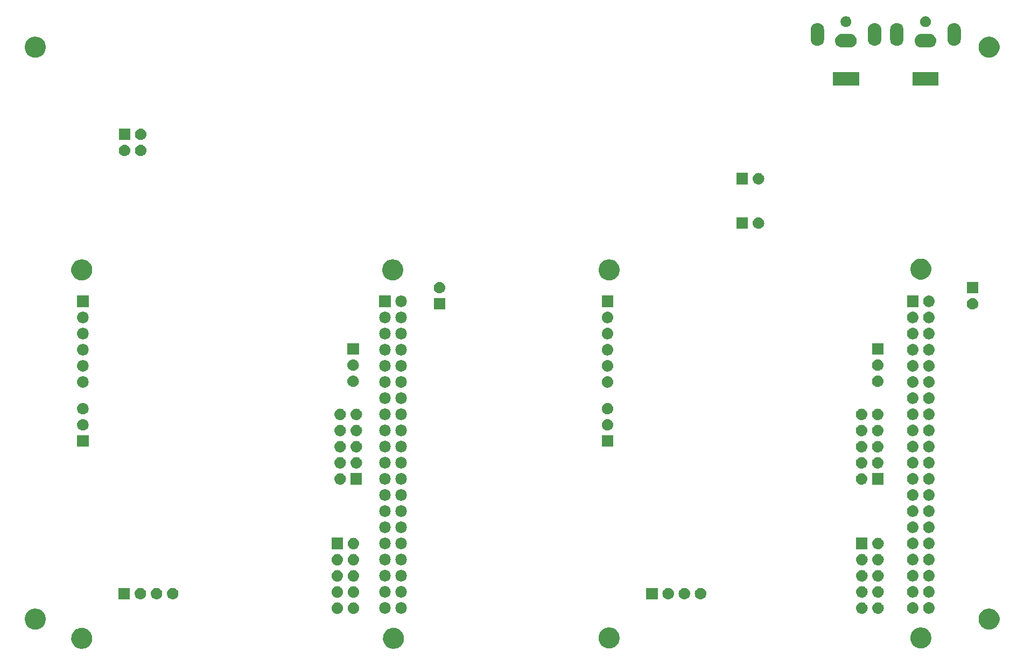
<source format=gbr>
G04 #@! TF.GenerationSoftware,KiCad,Pcbnew,5.0.2-bee76a0~70~ubuntu18.04.1*
G04 #@! TF.CreationDate,2019-05-15T21:37:27+02:00*
G04 #@! TF.ProjectId,networkScanner,6e657477-6f72-46b5-9363-616e6e65722e,rev?*
G04 #@! TF.SameCoordinates,Original*
G04 #@! TF.FileFunction,Soldermask,Bot*
G04 #@! TF.FilePolarity,Negative*
%FSLAX46Y46*%
G04 Gerber Fmt 4.6, Leading zero omitted, Abs format (unit mm)*
G04 Created by KiCad (PCBNEW 5.0.2-bee76a0~70~ubuntu18.04.1) date Mi 15 Mai 2019 21:37:27 CEST*
%MOMM*%
%LPD*%
G01*
G04 APERTURE LIST*
%ADD10C,0.100000*%
G04 APERTURE END LIST*
D10*
G36*
X111716256Y-146435298D02*
X111822579Y-146456447D01*
X112123042Y-146580903D01*
X112132994Y-146587553D01*
X112393454Y-146761587D01*
X112623413Y-146991546D01*
X112623415Y-146991549D01*
X112804097Y-147261958D01*
X112897073Y-147486421D01*
X112928553Y-147562422D01*
X112976883Y-147805389D01*
X112992000Y-147881391D01*
X112992000Y-148206609D01*
X112943671Y-148449578D01*
X112928553Y-148525578D01*
X112804098Y-148826040D01*
X112623413Y-149096454D01*
X112393454Y-149326413D01*
X112393451Y-149326415D01*
X112123042Y-149507097D01*
X111822579Y-149631553D01*
X111716256Y-149652702D01*
X111503611Y-149695000D01*
X111178389Y-149695000D01*
X110965744Y-149652702D01*
X110859421Y-149631553D01*
X110558958Y-149507097D01*
X110288549Y-149326415D01*
X110288546Y-149326413D01*
X110058587Y-149096454D01*
X109877902Y-148826040D01*
X109753447Y-148525578D01*
X109738330Y-148449578D01*
X109690000Y-148206609D01*
X109690000Y-147881391D01*
X109705118Y-147805389D01*
X109753447Y-147562422D01*
X109784928Y-147486421D01*
X109877903Y-147261958D01*
X110058585Y-146991549D01*
X110058587Y-146991546D01*
X110288546Y-146761587D01*
X110549006Y-146587553D01*
X110558958Y-146580903D01*
X110859421Y-146456447D01*
X110965744Y-146435298D01*
X111178389Y-146393000D01*
X111503611Y-146393000D01*
X111716256Y-146435298D01*
X111716256Y-146435298D01*
G37*
G36*
X62694256Y-146435298D02*
X62800579Y-146456447D01*
X63101042Y-146580903D01*
X63110994Y-146587553D01*
X63371454Y-146761587D01*
X63601413Y-146991546D01*
X63601415Y-146991549D01*
X63782097Y-147261958D01*
X63875073Y-147486421D01*
X63906553Y-147562422D01*
X63954883Y-147805389D01*
X63970000Y-147881391D01*
X63970000Y-148206609D01*
X63921671Y-148449578D01*
X63906553Y-148525578D01*
X63782098Y-148826040D01*
X63601413Y-149096454D01*
X63371454Y-149326413D01*
X63371451Y-149326415D01*
X63101042Y-149507097D01*
X62800579Y-149631553D01*
X62694256Y-149652702D01*
X62481611Y-149695000D01*
X62156389Y-149695000D01*
X61943744Y-149652702D01*
X61837421Y-149631553D01*
X61536958Y-149507097D01*
X61266549Y-149326415D01*
X61266546Y-149326413D01*
X61036587Y-149096454D01*
X60855902Y-148826040D01*
X60731447Y-148525578D01*
X60716330Y-148449578D01*
X60668000Y-148206609D01*
X60668000Y-147881391D01*
X60683118Y-147805389D01*
X60731447Y-147562422D01*
X60762928Y-147486421D01*
X60855903Y-147261958D01*
X61036585Y-146991549D01*
X61036587Y-146991546D01*
X61266546Y-146761587D01*
X61527006Y-146587553D01*
X61536958Y-146580903D01*
X61837421Y-146456447D01*
X61943744Y-146435298D01*
X62156389Y-146393000D01*
X62481611Y-146393000D01*
X62694256Y-146435298D01*
X62694256Y-146435298D01*
G37*
G36*
X145625256Y-146359298D02*
X145731579Y-146380447D01*
X146032042Y-146504903D01*
X146155736Y-146587553D01*
X146302454Y-146685587D01*
X146532413Y-146915546D01*
X146532415Y-146915549D01*
X146713097Y-147185958D01*
X146837553Y-147486421D01*
X146858702Y-147592744D01*
X146901000Y-147805389D01*
X146901000Y-148130611D01*
X146858702Y-148343256D01*
X146837553Y-148449579D01*
X146713097Y-148750042D01*
X146662315Y-148826042D01*
X146532413Y-149020454D01*
X146302454Y-149250413D01*
X146302451Y-149250415D01*
X146032042Y-149431097D01*
X145731579Y-149555553D01*
X145625256Y-149576702D01*
X145412611Y-149619000D01*
X145087389Y-149619000D01*
X144874744Y-149576702D01*
X144768421Y-149555553D01*
X144467958Y-149431097D01*
X144197549Y-149250415D01*
X144197546Y-149250413D01*
X143967587Y-149020454D01*
X143837685Y-148826042D01*
X143786903Y-148750042D01*
X143662447Y-148449579D01*
X143641298Y-148343256D01*
X143599000Y-148130611D01*
X143599000Y-147805389D01*
X143641298Y-147592744D01*
X143662447Y-147486421D01*
X143786903Y-147185958D01*
X143967585Y-146915549D01*
X143967587Y-146915546D01*
X144197546Y-146685587D01*
X144344264Y-146587553D01*
X144467958Y-146504903D01*
X144768421Y-146380447D01*
X144874744Y-146359298D01*
X145087389Y-146317000D01*
X145412611Y-146317000D01*
X145625256Y-146359298D01*
X145625256Y-146359298D01*
G37*
G36*
X194647256Y-146359298D02*
X194753579Y-146380447D01*
X195054042Y-146504903D01*
X195177736Y-146587553D01*
X195324454Y-146685587D01*
X195554413Y-146915546D01*
X195554415Y-146915549D01*
X195735097Y-147185958D01*
X195859553Y-147486421D01*
X195880702Y-147592744D01*
X195923000Y-147805389D01*
X195923000Y-148130611D01*
X195880702Y-148343256D01*
X195859553Y-148449579D01*
X195735097Y-148750042D01*
X195684315Y-148826042D01*
X195554413Y-149020454D01*
X195324454Y-149250413D01*
X195324451Y-149250415D01*
X195054042Y-149431097D01*
X194753579Y-149555553D01*
X194647256Y-149576702D01*
X194434611Y-149619000D01*
X194109389Y-149619000D01*
X193896744Y-149576702D01*
X193790421Y-149555553D01*
X193489958Y-149431097D01*
X193219549Y-149250415D01*
X193219546Y-149250413D01*
X192989587Y-149020454D01*
X192859685Y-148826042D01*
X192808903Y-148750042D01*
X192684447Y-148449579D01*
X192663298Y-148343256D01*
X192621000Y-148130611D01*
X192621000Y-147805389D01*
X192663298Y-147592744D01*
X192684447Y-147486421D01*
X192808903Y-147185958D01*
X192989585Y-146915549D01*
X192989587Y-146915546D01*
X193219546Y-146685587D01*
X193366264Y-146587553D01*
X193489958Y-146504903D01*
X193790421Y-146380447D01*
X193896744Y-146359298D01*
X194109389Y-146317000D01*
X194434611Y-146317000D01*
X194647256Y-146359298D01*
X194647256Y-146359298D01*
G37*
G36*
X205375256Y-143391298D02*
X205481579Y-143412447D01*
X205782042Y-143536903D01*
X205899621Y-143615467D01*
X206052454Y-143717587D01*
X206282413Y-143947546D01*
X206282415Y-143947549D01*
X206416328Y-144147963D01*
X206463098Y-144217960D01*
X206587553Y-144518422D01*
X206651000Y-144837389D01*
X206651000Y-145162611D01*
X206587553Y-145481578D01*
X206463098Y-145782040D01*
X206282413Y-146052454D01*
X206052454Y-146282413D01*
X206052451Y-146282415D01*
X205782042Y-146463097D01*
X205481579Y-146587553D01*
X205375256Y-146608702D01*
X205162611Y-146651000D01*
X204837389Y-146651000D01*
X204624744Y-146608702D01*
X204518421Y-146587553D01*
X204217958Y-146463097D01*
X203947549Y-146282415D01*
X203947546Y-146282413D01*
X203717587Y-146052454D01*
X203536902Y-145782040D01*
X203412447Y-145481578D01*
X203349000Y-145162611D01*
X203349000Y-144837389D01*
X203412447Y-144518422D01*
X203536902Y-144217960D01*
X203583673Y-144147963D01*
X203717585Y-143947549D01*
X203717587Y-143947546D01*
X203947546Y-143717587D01*
X204100379Y-143615467D01*
X204217958Y-143536903D01*
X204518421Y-143412447D01*
X204624744Y-143391298D01*
X204837389Y-143349000D01*
X205162611Y-143349000D01*
X205375256Y-143391298D01*
X205375256Y-143391298D01*
G37*
G36*
X55375256Y-143391298D02*
X55481579Y-143412447D01*
X55782042Y-143536903D01*
X55899621Y-143615467D01*
X56052454Y-143717587D01*
X56282413Y-143947546D01*
X56282415Y-143947549D01*
X56416328Y-144147963D01*
X56463098Y-144217960D01*
X56587553Y-144518422D01*
X56651000Y-144837389D01*
X56651000Y-145162611D01*
X56587553Y-145481578D01*
X56463098Y-145782040D01*
X56282413Y-146052454D01*
X56052454Y-146282413D01*
X56052451Y-146282415D01*
X55782042Y-146463097D01*
X55481579Y-146587553D01*
X55375256Y-146608702D01*
X55162611Y-146651000D01*
X54837389Y-146651000D01*
X54624744Y-146608702D01*
X54518421Y-146587553D01*
X54217958Y-146463097D01*
X53947549Y-146282415D01*
X53947546Y-146282413D01*
X53717587Y-146052454D01*
X53536902Y-145782040D01*
X53412447Y-145481578D01*
X53349000Y-145162611D01*
X53349000Y-144837389D01*
X53412447Y-144518422D01*
X53536902Y-144217960D01*
X53583673Y-144147963D01*
X53717585Y-143947549D01*
X53717587Y-143947546D01*
X53947546Y-143717587D01*
X54100379Y-143615467D01*
X54217958Y-143536903D01*
X54518421Y-143412447D01*
X54624744Y-143391298D01*
X54837389Y-143349000D01*
X55162611Y-143349000D01*
X55375256Y-143391298D01*
X55375256Y-143391298D01*
G37*
G36*
X185111443Y-142374519D02*
X185177627Y-142381037D01*
X185290853Y-142415384D01*
X185347467Y-142432557D01*
X185486087Y-142506652D01*
X185503991Y-142516222D01*
X185539729Y-142545552D01*
X185641186Y-142628814D01*
X185724448Y-142730271D01*
X185753778Y-142766009D01*
X185753779Y-142766011D01*
X185837443Y-142922533D01*
X185837443Y-142922534D01*
X185888963Y-143092373D01*
X185906359Y-143269000D01*
X185888963Y-143445627D01*
X185861275Y-143536902D01*
X185837443Y-143615467D01*
X185782859Y-143717585D01*
X185753778Y-143771991D01*
X185724448Y-143807729D01*
X185641186Y-143909186D01*
X185539729Y-143992448D01*
X185503991Y-144021778D01*
X185503989Y-144021779D01*
X185347467Y-144105443D01*
X185290853Y-144122616D01*
X185177627Y-144156963D01*
X185111442Y-144163482D01*
X185045260Y-144170000D01*
X184956740Y-144170000D01*
X184890558Y-144163482D01*
X184824373Y-144156963D01*
X184711147Y-144122616D01*
X184654533Y-144105443D01*
X184498011Y-144021779D01*
X184498009Y-144021778D01*
X184462271Y-143992448D01*
X184360814Y-143909186D01*
X184277552Y-143807729D01*
X184248222Y-143771991D01*
X184219141Y-143717585D01*
X184164557Y-143615467D01*
X184140725Y-143536902D01*
X184113037Y-143445627D01*
X184095641Y-143269000D01*
X184113037Y-143092373D01*
X184164557Y-142922534D01*
X184164557Y-142922533D01*
X184248221Y-142766011D01*
X184248222Y-142766009D01*
X184277552Y-142730271D01*
X184360814Y-142628814D01*
X184462271Y-142545552D01*
X184498009Y-142516222D01*
X184515913Y-142506652D01*
X184654533Y-142432557D01*
X184711147Y-142415384D01*
X184824373Y-142381037D01*
X184890557Y-142374519D01*
X184956740Y-142368000D01*
X185045260Y-142368000D01*
X185111443Y-142374519D01*
X185111443Y-142374519D01*
G37*
G36*
X187651443Y-142374519D02*
X187717627Y-142381037D01*
X187830853Y-142415384D01*
X187887467Y-142432557D01*
X188026087Y-142506652D01*
X188043991Y-142516222D01*
X188079729Y-142545552D01*
X188181186Y-142628814D01*
X188264448Y-142730271D01*
X188293778Y-142766009D01*
X188293779Y-142766011D01*
X188377443Y-142922533D01*
X188377443Y-142922534D01*
X188428963Y-143092373D01*
X188446359Y-143269000D01*
X188428963Y-143445627D01*
X188401275Y-143536902D01*
X188377443Y-143615467D01*
X188322859Y-143717585D01*
X188293778Y-143771991D01*
X188264448Y-143807729D01*
X188181186Y-143909186D01*
X188079729Y-143992448D01*
X188043991Y-144021778D01*
X188043989Y-144021779D01*
X187887467Y-144105443D01*
X187830853Y-144122616D01*
X187717627Y-144156963D01*
X187651442Y-144163482D01*
X187585260Y-144170000D01*
X187496740Y-144170000D01*
X187430558Y-144163482D01*
X187364373Y-144156963D01*
X187251147Y-144122616D01*
X187194533Y-144105443D01*
X187038011Y-144021779D01*
X187038009Y-144021778D01*
X187002271Y-143992448D01*
X186900814Y-143909186D01*
X186817552Y-143807729D01*
X186788222Y-143771991D01*
X186759141Y-143717585D01*
X186704557Y-143615467D01*
X186680725Y-143536902D01*
X186653037Y-143445627D01*
X186635641Y-143269000D01*
X186653037Y-143092373D01*
X186704557Y-142922534D01*
X186704557Y-142922533D01*
X186788221Y-142766011D01*
X186788222Y-142766009D01*
X186817552Y-142730271D01*
X186900814Y-142628814D01*
X187002271Y-142545552D01*
X187038009Y-142516222D01*
X187055913Y-142506652D01*
X187194533Y-142432557D01*
X187251147Y-142415384D01*
X187364373Y-142381037D01*
X187430557Y-142374519D01*
X187496740Y-142368000D01*
X187585260Y-142368000D01*
X187651443Y-142374519D01*
X187651443Y-142374519D01*
G37*
G36*
X102610443Y-142374519D02*
X102676627Y-142381037D01*
X102789853Y-142415384D01*
X102846467Y-142432557D01*
X102985087Y-142506652D01*
X103002991Y-142516222D01*
X103038729Y-142545552D01*
X103140186Y-142628814D01*
X103223448Y-142730271D01*
X103252778Y-142766009D01*
X103252779Y-142766011D01*
X103336443Y-142922533D01*
X103336443Y-142922534D01*
X103387963Y-143092373D01*
X103405359Y-143269000D01*
X103387963Y-143445627D01*
X103360275Y-143536902D01*
X103336443Y-143615467D01*
X103281859Y-143717585D01*
X103252778Y-143771991D01*
X103223448Y-143807729D01*
X103140186Y-143909186D01*
X103038729Y-143992448D01*
X103002991Y-144021778D01*
X103002989Y-144021779D01*
X102846467Y-144105443D01*
X102789853Y-144122616D01*
X102676627Y-144156963D01*
X102610442Y-144163482D01*
X102544260Y-144170000D01*
X102455740Y-144170000D01*
X102389558Y-144163482D01*
X102323373Y-144156963D01*
X102210147Y-144122616D01*
X102153533Y-144105443D01*
X101997011Y-144021779D01*
X101997009Y-144021778D01*
X101961271Y-143992448D01*
X101859814Y-143909186D01*
X101776552Y-143807729D01*
X101747222Y-143771991D01*
X101718141Y-143717585D01*
X101663557Y-143615467D01*
X101639725Y-143536902D01*
X101612037Y-143445627D01*
X101594641Y-143269000D01*
X101612037Y-143092373D01*
X101663557Y-142922534D01*
X101663557Y-142922533D01*
X101747221Y-142766011D01*
X101747222Y-142766009D01*
X101776552Y-142730271D01*
X101859814Y-142628814D01*
X101961271Y-142545552D01*
X101997009Y-142516222D01*
X102014913Y-142506652D01*
X102153533Y-142432557D01*
X102210147Y-142415384D01*
X102323373Y-142381037D01*
X102389557Y-142374519D01*
X102455740Y-142368000D01*
X102544260Y-142368000D01*
X102610443Y-142374519D01*
X102610443Y-142374519D01*
G37*
G36*
X105150443Y-142374519D02*
X105216627Y-142381037D01*
X105329853Y-142415384D01*
X105386467Y-142432557D01*
X105525087Y-142506652D01*
X105542991Y-142516222D01*
X105578729Y-142545552D01*
X105680186Y-142628814D01*
X105763448Y-142730271D01*
X105792778Y-142766009D01*
X105792779Y-142766011D01*
X105876443Y-142922533D01*
X105876443Y-142922534D01*
X105927963Y-143092373D01*
X105945359Y-143269000D01*
X105927963Y-143445627D01*
X105900275Y-143536902D01*
X105876443Y-143615467D01*
X105821859Y-143717585D01*
X105792778Y-143771991D01*
X105763448Y-143807729D01*
X105680186Y-143909186D01*
X105578729Y-143992448D01*
X105542991Y-144021778D01*
X105542989Y-144021779D01*
X105386467Y-144105443D01*
X105329853Y-144122616D01*
X105216627Y-144156963D01*
X105150442Y-144163482D01*
X105084260Y-144170000D01*
X104995740Y-144170000D01*
X104929558Y-144163482D01*
X104863373Y-144156963D01*
X104750147Y-144122616D01*
X104693533Y-144105443D01*
X104537011Y-144021779D01*
X104537009Y-144021778D01*
X104501271Y-143992448D01*
X104399814Y-143909186D01*
X104316552Y-143807729D01*
X104287222Y-143771991D01*
X104258141Y-143717585D01*
X104203557Y-143615467D01*
X104179725Y-143536902D01*
X104152037Y-143445627D01*
X104134641Y-143269000D01*
X104152037Y-143092373D01*
X104203557Y-142922534D01*
X104203557Y-142922533D01*
X104287221Y-142766011D01*
X104287222Y-142766009D01*
X104316552Y-142730271D01*
X104399814Y-142628814D01*
X104501271Y-142545552D01*
X104537009Y-142516222D01*
X104554913Y-142506652D01*
X104693533Y-142432557D01*
X104750147Y-142415384D01*
X104863373Y-142381037D01*
X104929557Y-142374519D01*
X104995740Y-142368000D01*
X105084260Y-142368000D01*
X105150443Y-142374519D01*
X105150443Y-142374519D01*
G37*
G36*
X195650442Y-142365518D02*
X195716627Y-142372037D01*
X195829853Y-142406384D01*
X195886467Y-142423557D01*
X196025087Y-142497652D01*
X196042991Y-142507222D01*
X196053956Y-142516221D01*
X196180186Y-142619814D01*
X196263448Y-142721271D01*
X196292778Y-142757009D01*
X196292779Y-142757011D01*
X196376443Y-142913533D01*
X196376443Y-142913534D01*
X196427963Y-143083373D01*
X196445359Y-143260000D01*
X196427963Y-143436627D01*
X196397545Y-143536902D01*
X196376443Y-143606467D01*
X196371632Y-143615467D01*
X196292778Y-143762991D01*
X196263448Y-143798729D01*
X196180186Y-143900186D01*
X196078729Y-143983448D01*
X196042991Y-144012778D01*
X196042989Y-144012779D01*
X195886467Y-144096443D01*
X195856797Y-144105443D01*
X195716627Y-144147963D01*
X195650442Y-144154482D01*
X195584260Y-144161000D01*
X195495740Y-144161000D01*
X195429558Y-144154482D01*
X195363373Y-144147963D01*
X195223203Y-144105443D01*
X195193533Y-144096443D01*
X195037011Y-144012779D01*
X195037009Y-144012778D01*
X195001271Y-143983448D01*
X194899814Y-143900186D01*
X194816552Y-143798729D01*
X194787222Y-143762991D01*
X194708368Y-143615467D01*
X194703557Y-143606467D01*
X194682455Y-143536902D01*
X194652037Y-143436627D01*
X194634641Y-143260000D01*
X194652037Y-143083373D01*
X194703557Y-142913534D01*
X194703557Y-142913533D01*
X194787221Y-142757011D01*
X194787222Y-142757009D01*
X194816552Y-142721271D01*
X194899814Y-142619814D01*
X195026044Y-142516221D01*
X195037009Y-142507222D01*
X195054913Y-142497652D01*
X195193533Y-142423557D01*
X195250147Y-142406384D01*
X195363373Y-142372037D01*
X195429558Y-142365518D01*
X195495740Y-142359000D01*
X195584260Y-142359000D01*
X195650442Y-142365518D01*
X195650442Y-142365518D01*
G37*
G36*
X193110442Y-142365518D02*
X193176627Y-142372037D01*
X193289853Y-142406384D01*
X193346467Y-142423557D01*
X193485087Y-142497652D01*
X193502991Y-142507222D01*
X193513956Y-142516221D01*
X193640186Y-142619814D01*
X193723448Y-142721271D01*
X193752778Y-142757009D01*
X193752779Y-142757011D01*
X193836443Y-142913533D01*
X193836443Y-142913534D01*
X193887963Y-143083373D01*
X193905359Y-143260000D01*
X193887963Y-143436627D01*
X193857545Y-143536902D01*
X193836443Y-143606467D01*
X193831632Y-143615467D01*
X193752778Y-143762991D01*
X193723448Y-143798729D01*
X193640186Y-143900186D01*
X193538729Y-143983448D01*
X193502991Y-144012778D01*
X193502989Y-144012779D01*
X193346467Y-144096443D01*
X193316797Y-144105443D01*
X193176627Y-144147963D01*
X193110442Y-144154482D01*
X193044260Y-144161000D01*
X192955740Y-144161000D01*
X192889558Y-144154482D01*
X192823373Y-144147963D01*
X192683203Y-144105443D01*
X192653533Y-144096443D01*
X192497011Y-144012779D01*
X192497009Y-144012778D01*
X192461271Y-143983448D01*
X192359814Y-143900186D01*
X192276552Y-143798729D01*
X192247222Y-143762991D01*
X192168368Y-143615467D01*
X192163557Y-143606467D01*
X192142455Y-143536902D01*
X192112037Y-143436627D01*
X192094641Y-143260000D01*
X192112037Y-143083373D01*
X192163557Y-142913534D01*
X192163557Y-142913533D01*
X192247221Y-142757011D01*
X192247222Y-142757009D01*
X192276552Y-142721271D01*
X192359814Y-142619814D01*
X192486044Y-142516221D01*
X192497009Y-142507222D01*
X192514913Y-142497652D01*
X192653533Y-142423557D01*
X192710147Y-142406384D01*
X192823373Y-142372037D01*
X192889558Y-142365518D01*
X192955740Y-142359000D01*
X193044260Y-142359000D01*
X193110442Y-142365518D01*
X193110442Y-142365518D01*
G37*
G36*
X112650442Y-142365518D02*
X112716627Y-142372037D01*
X112829853Y-142406384D01*
X112886467Y-142423557D01*
X113025087Y-142497652D01*
X113042991Y-142507222D01*
X113053956Y-142516221D01*
X113180186Y-142619814D01*
X113263448Y-142721271D01*
X113292778Y-142757009D01*
X113292779Y-142757011D01*
X113376443Y-142913533D01*
X113376443Y-142913534D01*
X113427963Y-143083373D01*
X113445359Y-143260000D01*
X113427963Y-143436627D01*
X113397545Y-143536902D01*
X113376443Y-143606467D01*
X113371632Y-143615467D01*
X113292778Y-143762991D01*
X113263448Y-143798729D01*
X113180186Y-143900186D01*
X113078729Y-143983448D01*
X113042991Y-144012778D01*
X113042989Y-144012779D01*
X112886467Y-144096443D01*
X112856797Y-144105443D01*
X112716627Y-144147963D01*
X112650442Y-144154482D01*
X112584260Y-144161000D01*
X112495740Y-144161000D01*
X112429558Y-144154482D01*
X112363373Y-144147963D01*
X112223203Y-144105443D01*
X112193533Y-144096443D01*
X112037011Y-144012779D01*
X112037009Y-144012778D01*
X112001271Y-143983448D01*
X111899814Y-143900186D01*
X111816552Y-143798729D01*
X111787222Y-143762991D01*
X111708368Y-143615467D01*
X111703557Y-143606467D01*
X111682455Y-143536902D01*
X111652037Y-143436627D01*
X111634641Y-143260000D01*
X111652037Y-143083373D01*
X111703557Y-142913534D01*
X111703557Y-142913533D01*
X111787221Y-142757011D01*
X111787222Y-142757009D01*
X111816552Y-142721271D01*
X111899814Y-142619814D01*
X112026044Y-142516221D01*
X112037009Y-142507222D01*
X112054913Y-142497652D01*
X112193533Y-142423557D01*
X112250147Y-142406384D01*
X112363373Y-142372037D01*
X112429558Y-142365518D01*
X112495740Y-142359000D01*
X112584260Y-142359000D01*
X112650442Y-142365518D01*
X112650442Y-142365518D01*
G37*
G36*
X110110442Y-142365518D02*
X110176627Y-142372037D01*
X110289853Y-142406384D01*
X110346467Y-142423557D01*
X110485087Y-142497652D01*
X110502991Y-142507222D01*
X110513956Y-142516221D01*
X110640186Y-142619814D01*
X110723448Y-142721271D01*
X110752778Y-142757009D01*
X110752779Y-142757011D01*
X110836443Y-142913533D01*
X110836443Y-142913534D01*
X110887963Y-143083373D01*
X110905359Y-143260000D01*
X110887963Y-143436627D01*
X110857545Y-143536902D01*
X110836443Y-143606467D01*
X110831632Y-143615467D01*
X110752778Y-143762991D01*
X110723448Y-143798729D01*
X110640186Y-143900186D01*
X110538729Y-143983448D01*
X110502991Y-144012778D01*
X110502989Y-144012779D01*
X110346467Y-144096443D01*
X110316797Y-144105443D01*
X110176627Y-144147963D01*
X110110442Y-144154482D01*
X110044260Y-144161000D01*
X109955740Y-144161000D01*
X109889558Y-144154482D01*
X109823373Y-144147963D01*
X109683203Y-144105443D01*
X109653533Y-144096443D01*
X109497011Y-144012779D01*
X109497009Y-144012778D01*
X109461271Y-143983448D01*
X109359814Y-143900186D01*
X109276552Y-143798729D01*
X109247222Y-143762991D01*
X109168368Y-143615467D01*
X109163557Y-143606467D01*
X109142455Y-143536902D01*
X109112037Y-143436627D01*
X109094641Y-143260000D01*
X109112037Y-143083373D01*
X109163557Y-142913534D01*
X109163557Y-142913533D01*
X109247221Y-142757011D01*
X109247222Y-142757009D01*
X109276552Y-142721271D01*
X109359814Y-142619814D01*
X109486044Y-142516221D01*
X109497009Y-142507222D01*
X109514913Y-142497652D01*
X109653533Y-142423557D01*
X109710147Y-142406384D01*
X109823373Y-142372037D01*
X109889558Y-142365518D01*
X109955740Y-142359000D01*
X110044260Y-142359000D01*
X110110442Y-142365518D01*
X110110442Y-142365518D01*
G37*
G36*
X154650443Y-140105519D02*
X154716627Y-140112037D01*
X154829853Y-140146384D01*
X154886467Y-140163557D01*
X154986467Y-140217009D01*
X155042991Y-140247222D01*
X155078729Y-140276552D01*
X155180186Y-140359814D01*
X155263448Y-140461271D01*
X155292778Y-140497009D01*
X155292779Y-140497011D01*
X155376443Y-140653533D01*
X155376443Y-140653534D01*
X155427963Y-140823373D01*
X155445359Y-141000000D01*
X155427963Y-141176627D01*
X155393616Y-141289853D01*
X155376443Y-141346467D01*
X155364299Y-141369186D01*
X155292778Y-141502991D01*
X155263448Y-141538729D01*
X155180186Y-141640186D01*
X155078729Y-141723448D01*
X155042991Y-141752778D01*
X155042989Y-141752779D01*
X154886467Y-141836443D01*
X154829853Y-141853616D01*
X154716627Y-141887963D01*
X154650443Y-141894481D01*
X154584260Y-141901000D01*
X154495740Y-141901000D01*
X154429557Y-141894481D01*
X154363373Y-141887963D01*
X154250147Y-141853616D01*
X154193533Y-141836443D01*
X154037011Y-141752779D01*
X154037009Y-141752778D01*
X154001271Y-141723448D01*
X153899814Y-141640186D01*
X153816552Y-141538729D01*
X153787222Y-141502991D01*
X153715701Y-141369186D01*
X153703557Y-141346467D01*
X153686384Y-141289853D01*
X153652037Y-141176627D01*
X153634641Y-141000000D01*
X153652037Y-140823373D01*
X153703557Y-140653534D01*
X153703557Y-140653533D01*
X153787221Y-140497011D01*
X153787222Y-140497009D01*
X153816552Y-140461271D01*
X153899814Y-140359814D01*
X154001271Y-140276552D01*
X154037009Y-140247222D01*
X154093533Y-140217009D01*
X154193533Y-140163557D01*
X154250147Y-140146384D01*
X154363373Y-140112037D01*
X154429557Y-140105519D01*
X154495740Y-140099000D01*
X154584260Y-140099000D01*
X154650443Y-140105519D01*
X154650443Y-140105519D01*
G37*
G36*
X69901000Y-141901000D02*
X68099000Y-141901000D01*
X68099000Y-140099000D01*
X69901000Y-140099000D01*
X69901000Y-141901000D01*
X69901000Y-141901000D01*
G37*
G36*
X71650443Y-140105519D02*
X71716627Y-140112037D01*
X71829853Y-140146384D01*
X71886467Y-140163557D01*
X71986467Y-140217009D01*
X72042991Y-140247222D01*
X72078729Y-140276552D01*
X72180186Y-140359814D01*
X72263448Y-140461271D01*
X72292778Y-140497009D01*
X72292779Y-140497011D01*
X72376443Y-140653533D01*
X72376443Y-140653534D01*
X72427963Y-140823373D01*
X72445359Y-141000000D01*
X72427963Y-141176627D01*
X72393616Y-141289853D01*
X72376443Y-141346467D01*
X72364299Y-141369186D01*
X72292778Y-141502991D01*
X72263448Y-141538729D01*
X72180186Y-141640186D01*
X72078729Y-141723448D01*
X72042991Y-141752778D01*
X72042989Y-141752779D01*
X71886467Y-141836443D01*
X71829853Y-141853616D01*
X71716627Y-141887963D01*
X71650443Y-141894481D01*
X71584260Y-141901000D01*
X71495740Y-141901000D01*
X71429557Y-141894481D01*
X71363373Y-141887963D01*
X71250147Y-141853616D01*
X71193533Y-141836443D01*
X71037011Y-141752779D01*
X71037009Y-141752778D01*
X71001271Y-141723448D01*
X70899814Y-141640186D01*
X70816552Y-141538729D01*
X70787222Y-141502991D01*
X70715701Y-141369186D01*
X70703557Y-141346467D01*
X70686384Y-141289853D01*
X70652037Y-141176627D01*
X70634641Y-141000000D01*
X70652037Y-140823373D01*
X70703557Y-140653534D01*
X70703557Y-140653533D01*
X70787221Y-140497011D01*
X70787222Y-140497009D01*
X70816552Y-140461271D01*
X70899814Y-140359814D01*
X71001271Y-140276552D01*
X71037009Y-140247222D01*
X71093533Y-140217009D01*
X71193533Y-140163557D01*
X71250147Y-140146384D01*
X71363373Y-140112037D01*
X71429557Y-140105519D01*
X71495740Y-140099000D01*
X71584260Y-140099000D01*
X71650443Y-140105519D01*
X71650443Y-140105519D01*
G37*
G36*
X76730443Y-140105519D02*
X76796627Y-140112037D01*
X76909853Y-140146384D01*
X76966467Y-140163557D01*
X77066467Y-140217009D01*
X77122991Y-140247222D01*
X77158729Y-140276552D01*
X77260186Y-140359814D01*
X77343448Y-140461271D01*
X77372778Y-140497009D01*
X77372779Y-140497011D01*
X77456443Y-140653533D01*
X77456443Y-140653534D01*
X77507963Y-140823373D01*
X77525359Y-141000000D01*
X77507963Y-141176627D01*
X77473616Y-141289853D01*
X77456443Y-141346467D01*
X77444299Y-141369186D01*
X77372778Y-141502991D01*
X77343448Y-141538729D01*
X77260186Y-141640186D01*
X77158729Y-141723448D01*
X77122991Y-141752778D01*
X77122989Y-141752779D01*
X76966467Y-141836443D01*
X76909853Y-141853616D01*
X76796627Y-141887963D01*
X76730443Y-141894481D01*
X76664260Y-141901000D01*
X76575740Y-141901000D01*
X76509557Y-141894481D01*
X76443373Y-141887963D01*
X76330147Y-141853616D01*
X76273533Y-141836443D01*
X76117011Y-141752779D01*
X76117009Y-141752778D01*
X76081271Y-141723448D01*
X75979814Y-141640186D01*
X75896552Y-141538729D01*
X75867222Y-141502991D01*
X75795701Y-141369186D01*
X75783557Y-141346467D01*
X75766384Y-141289853D01*
X75732037Y-141176627D01*
X75714641Y-141000000D01*
X75732037Y-140823373D01*
X75783557Y-140653534D01*
X75783557Y-140653533D01*
X75867221Y-140497011D01*
X75867222Y-140497009D01*
X75896552Y-140461271D01*
X75979814Y-140359814D01*
X76081271Y-140276552D01*
X76117009Y-140247222D01*
X76173533Y-140217009D01*
X76273533Y-140163557D01*
X76330147Y-140146384D01*
X76443373Y-140112037D01*
X76509557Y-140105519D01*
X76575740Y-140099000D01*
X76664260Y-140099000D01*
X76730443Y-140105519D01*
X76730443Y-140105519D01*
G37*
G36*
X159730443Y-140105519D02*
X159796627Y-140112037D01*
X159909853Y-140146384D01*
X159966467Y-140163557D01*
X160066467Y-140217009D01*
X160122991Y-140247222D01*
X160158729Y-140276552D01*
X160260186Y-140359814D01*
X160343448Y-140461271D01*
X160372778Y-140497009D01*
X160372779Y-140497011D01*
X160456443Y-140653533D01*
X160456443Y-140653534D01*
X160507963Y-140823373D01*
X160525359Y-141000000D01*
X160507963Y-141176627D01*
X160473616Y-141289853D01*
X160456443Y-141346467D01*
X160444299Y-141369186D01*
X160372778Y-141502991D01*
X160343448Y-141538729D01*
X160260186Y-141640186D01*
X160158729Y-141723448D01*
X160122991Y-141752778D01*
X160122989Y-141752779D01*
X159966467Y-141836443D01*
X159909853Y-141853616D01*
X159796627Y-141887963D01*
X159730443Y-141894481D01*
X159664260Y-141901000D01*
X159575740Y-141901000D01*
X159509557Y-141894481D01*
X159443373Y-141887963D01*
X159330147Y-141853616D01*
X159273533Y-141836443D01*
X159117011Y-141752779D01*
X159117009Y-141752778D01*
X159081271Y-141723448D01*
X158979814Y-141640186D01*
X158896552Y-141538729D01*
X158867222Y-141502991D01*
X158795701Y-141369186D01*
X158783557Y-141346467D01*
X158766384Y-141289853D01*
X158732037Y-141176627D01*
X158714641Y-141000000D01*
X158732037Y-140823373D01*
X158783557Y-140653534D01*
X158783557Y-140653533D01*
X158867221Y-140497011D01*
X158867222Y-140497009D01*
X158896552Y-140461271D01*
X158979814Y-140359814D01*
X159081271Y-140276552D01*
X159117009Y-140247222D01*
X159173533Y-140217009D01*
X159273533Y-140163557D01*
X159330147Y-140146384D01*
X159443373Y-140112037D01*
X159509557Y-140105519D01*
X159575740Y-140099000D01*
X159664260Y-140099000D01*
X159730443Y-140105519D01*
X159730443Y-140105519D01*
G37*
G36*
X157190443Y-140105519D02*
X157256627Y-140112037D01*
X157369853Y-140146384D01*
X157426467Y-140163557D01*
X157526467Y-140217009D01*
X157582991Y-140247222D01*
X157618729Y-140276552D01*
X157720186Y-140359814D01*
X157803448Y-140461271D01*
X157832778Y-140497009D01*
X157832779Y-140497011D01*
X157916443Y-140653533D01*
X157916443Y-140653534D01*
X157967963Y-140823373D01*
X157985359Y-141000000D01*
X157967963Y-141176627D01*
X157933616Y-141289853D01*
X157916443Y-141346467D01*
X157904299Y-141369186D01*
X157832778Y-141502991D01*
X157803448Y-141538729D01*
X157720186Y-141640186D01*
X157618729Y-141723448D01*
X157582991Y-141752778D01*
X157582989Y-141752779D01*
X157426467Y-141836443D01*
X157369853Y-141853616D01*
X157256627Y-141887963D01*
X157190443Y-141894481D01*
X157124260Y-141901000D01*
X157035740Y-141901000D01*
X156969557Y-141894481D01*
X156903373Y-141887963D01*
X156790147Y-141853616D01*
X156733533Y-141836443D01*
X156577011Y-141752779D01*
X156577009Y-141752778D01*
X156541271Y-141723448D01*
X156439814Y-141640186D01*
X156356552Y-141538729D01*
X156327222Y-141502991D01*
X156255701Y-141369186D01*
X156243557Y-141346467D01*
X156226384Y-141289853D01*
X156192037Y-141176627D01*
X156174641Y-141000000D01*
X156192037Y-140823373D01*
X156243557Y-140653534D01*
X156243557Y-140653533D01*
X156327221Y-140497011D01*
X156327222Y-140497009D01*
X156356552Y-140461271D01*
X156439814Y-140359814D01*
X156541271Y-140276552D01*
X156577009Y-140247222D01*
X156633533Y-140217009D01*
X156733533Y-140163557D01*
X156790147Y-140146384D01*
X156903373Y-140112037D01*
X156969557Y-140105519D01*
X157035740Y-140099000D01*
X157124260Y-140099000D01*
X157190443Y-140105519D01*
X157190443Y-140105519D01*
G37*
G36*
X152901000Y-141901000D02*
X151099000Y-141901000D01*
X151099000Y-140099000D01*
X152901000Y-140099000D01*
X152901000Y-141901000D01*
X152901000Y-141901000D01*
G37*
G36*
X74190443Y-140105519D02*
X74256627Y-140112037D01*
X74369853Y-140146384D01*
X74426467Y-140163557D01*
X74526467Y-140217009D01*
X74582991Y-140247222D01*
X74618729Y-140276552D01*
X74720186Y-140359814D01*
X74803448Y-140461271D01*
X74832778Y-140497009D01*
X74832779Y-140497011D01*
X74916443Y-140653533D01*
X74916443Y-140653534D01*
X74967963Y-140823373D01*
X74985359Y-141000000D01*
X74967963Y-141176627D01*
X74933616Y-141289853D01*
X74916443Y-141346467D01*
X74904299Y-141369186D01*
X74832778Y-141502991D01*
X74803448Y-141538729D01*
X74720186Y-141640186D01*
X74618729Y-141723448D01*
X74582991Y-141752778D01*
X74582989Y-141752779D01*
X74426467Y-141836443D01*
X74369853Y-141853616D01*
X74256627Y-141887963D01*
X74190443Y-141894481D01*
X74124260Y-141901000D01*
X74035740Y-141901000D01*
X73969557Y-141894481D01*
X73903373Y-141887963D01*
X73790147Y-141853616D01*
X73733533Y-141836443D01*
X73577011Y-141752779D01*
X73577009Y-141752778D01*
X73541271Y-141723448D01*
X73439814Y-141640186D01*
X73356552Y-141538729D01*
X73327222Y-141502991D01*
X73255701Y-141369186D01*
X73243557Y-141346467D01*
X73226384Y-141289853D01*
X73192037Y-141176627D01*
X73174641Y-141000000D01*
X73192037Y-140823373D01*
X73243557Y-140653534D01*
X73243557Y-140653533D01*
X73327221Y-140497011D01*
X73327222Y-140497009D01*
X73356552Y-140461271D01*
X73439814Y-140359814D01*
X73541271Y-140276552D01*
X73577009Y-140247222D01*
X73633533Y-140217009D01*
X73733533Y-140163557D01*
X73790147Y-140146384D01*
X73903373Y-140112037D01*
X73969557Y-140105519D01*
X74035740Y-140099000D01*
X74124260Y-140099000D01*
X74190443Y-140105519D01*
X74190443Y-140105519D01*
G37*
G36*
X105150443Y-139834519D02*
X105216627Y-139841037D01*
X105329853Y-139875384D01*
X105386467Y-139892557D01*
X105525087Y-139966652D01*
X105542991Y-139976222D01*
X105578729Y-140005552D01*
X105680186Y-140088814D01*
X105741525Y-140163557D01*
X105792778Y-140226009D01*
X105792779Y-140226011D01*
X105876443Y-140382533D01*
X105876443Y-140382534D01*
X105927963Y-140552373D01*
X105945359Y-140729000D01*
X105927963Y-140905627D01*
X105899335Y-141000000D01*
X105876443Y-141075467D01*
X105822372Y-141176625D01*
X105792778Y-141231991D01*
X105763448Y-141267729D01*
X105680186Y-141369186D01*
X105578729Y-141452448D01*
X105542991Y-141481778D01*
X105542989Y-141481779D01*
X105386467Y-141565443D01*
X105329853Y-141582616D01*
X105216627Y-141616963D01*
X105150442Y-141623482D01*
X105084260Y-141630000D01*
X104995740Y-141630000D01*
X104929558Y-141623482D01*
X104863373Y-141616963D01*
X104750147Y-141582616D01*
X104693533Y-141565443D01*
X104537011Y-141481779D01*
X104537009Y-141481778D01*
X104501271Y-141452448D01*
X104399814Y-141369186D01*
X104316552Y-141267729D01*
X104287222Y-141231991D01*
X104257628Y-141176625D01*
X104203557Y-141075467D01*
X104180665Y-141000000D01*
X104152037Y-140905627D01*
X104134641Y-140729000D01*
X104152037Y-140552373D01*
X104203557Y-140382534D01*
X104203557Y-140382533D01*
X104287221Y-140226011D01*
X104287222Y-140226009D01*
X104338475Y-140163557D01*
X104399814Y-140088814D01*
X104501271Y-140005552D01*
X104537009Y-139976222D01*
X104554913Y-139966652D01*
X104693533Y-139892557D01*
X104750147Y-139875384D01*
X104863373Y-139841037D01*
X104929557Y-139834519D01*
X104995740Y-139828000D01*
X105084260Y-139828000D01*
X105150443Y-139834519D01*
X105150443Y-139834519D01*
G37*
G36*
X102610443Y-139834519D02*
X102676627Y-139841037D01*
X102789853Y-139875384D01*
X102846467Y-139892557D01*
X102985087Y-139966652D01*
X103002991Y-139976222D01*
X103038729Y-140005552D01*
X103140186Y-140088814D01*
X103201525Y-140163557D01*
X103252778Y-140226009D01*
X103252779Y-140226011D01*
X103336443Y-140382533D01*
X103336443Y-140382534D01*
X103387963Y-140552373D01*
X103405359Y-140729000D01*
X103387963Y-140905627D01*
X103359335Y-141000000D01*
X103336443Y-141075467D01*
X103282372Y-141176625D01*
X103252778Y-141231991D01*
X103223448Y-141267729D01*
X103140186Y-141369186D01*
X103038729Y-141452448D01*
X103002991Y-141481778D01*
X103002989Y-141481779D01*
X102846467Y-141565443D01*
X102789853Y-141582616D01*
X102676627Y-141616963D01*
X102610442Y-141623482D01*
X102544260Y-141630000D01*
X102455740Y-141630000D01*
X102389558Y-141623482D01*
X102323373Y-141616963D01*
X102210147Y-141582616D01*
X102153533Y-141565443D01*
X101997011Y-141481779D01*
X101997009Y-141481778D01*
X101961271Y-141452448D01*
X101859814Y-141369186D01*
X101776552Y-141267729D01*
X101747222Y-141231991D01*
X101717628Y-141176625D01*
X101663557Y-141075467D01*
X101640665Y-141000000D01*
X101612037Y-140905627D01*
X101594641Y-140729000D01*
X101612037Y-140552373D01*
X101663557Y-140382534D01*
X101663557Y-140382533D01*
X101747221Y-140226011D01*
X101747222Y-140226009D01*
X101798475Y-140163557D01*
X101859814Y-140088814D01*
X101961271Y-140005552D01*
X101997009Y-139976222D01*
X102014913Y-139966652D01*
X102153533Y-139892557D01*
X102210147Y-139875384D01*
X102323373Y-139841037D01*
X102389557Y-139834519D01*
X102455740Y-139828000D01*
X102544260Y-139828000D01*
X102610443Y-139834519D01*
X102610443Y-139834519D01*
G37*
G36*
X187651443Y-139834519D02*
X187717627Y-139841037D01*
X187830853Y-139875384D01*
X187887467Y-139892557D01*
X188026087Y-139966652D01*
X188043991Y-139976222D01*
X188079729Y-140005552D01*
X188181186Y-140088814D01*
X188242525Y-140163557D01*
X188293778Y-140226009D01*
X188293779Y-140226011D01*
X188377443Y-140382533D01*
X188377443Y-140382534D01*
X188428963Y-140552373D01*
X188446359Y-140729000D01*
X188428963Y-140905627D01*
X188400335Y-141000000D01*
X188377443Y-141075467D01*
X188323372Y-141176625D01*
X188293778Y-141231991D01*
X188264448Y-141267729D01*
X188181186Y-141369186D01*
X188079729Y-141452448D01*
X188043991Y-141481778D01*
X188043989Y-141481779D01*
X187887467Y-141565443D01*
X187830853Y-141582616D01*
X187717627Y-141616963D01*
X187651442Y-141623482D01*
X187585260Y-141630000D01*
X187496740Y-141630000D01*
X187430558Y-141623482D01*
X187364373Y-141616963D01*
X187251147Y-141582616D01*
X187194533Y-141565443D01*
X187038011Y-141481779D01*
X187038009Y-141481778D01*
X187002271Y-141452448D01*
X186900814Y-141369186D01*
X186817552Y-141267729D01*
X186788222Y-141231991D01*
X186758628Y-141176625D01*
X186704557Y-141075467D01*
X186681665Y-141000000D01*
X186653037Y-140905627D01*
X186635641Y-140729000D01*
X186653037Y-140552373D01*
X186704557Y-140382534D01*
X186704557Y-140382533D01*
X186788221Y-140226011D01*
X186788222Y-140226009D01*
X186839475Y-140163557D01*
X186900814Y-140088814D01*
X187002271Y-140005552D01*
X187038009Y-139976222D01*
X187055913Y-139966652D01*
X187194533Y-139892557D01*
X187251147Y-139875384D01*
X187364373Y-139841037D01*
X187430557Y-139834519D01*
X187496740Y-139828000D01*
X187585260Y-139828000D01*
X187651443Y-139834519D01*
X187651443Y-139834519D01*
G37*
G36*
X185111443Y-139834519D02*
X185177627Y-139841037D01*
X185290853Y-139875384D01*
X185347467Y-139892557D01*
X185486087Y-139966652D01*
X185503991Y-139976222D01*
X185539729Y-140005552D01*
X185641186Y-140088814D01*
X185702525Y-140163557D01*
X185753778Y-140226009D01*
X185753779Y-140226011D01*
X185837443Y-140382533D01*
X185837443Y-140382534D01*
X185888963Y-140552373D01*
X185906359Y-140729000D01*
X185888963Y-140905627D01*
X185860335Y-141000000D01*
X185837443Y-141075467D01*
X185783372Y-141176625D01*
X185753778Y-141231991D01*
X185724448Y-141267729D01*
X185641186Y-141369186D01*
X185539729Y-141452448D01*
X185503991Y-141481778D01*
X185503989Y-141481779D01*
X185347467Y-141565443D01*
X185290853Y-141582616D01*
X185177627Y-141616963D01*
X185111442Y-141623482D01*
X185045260Y-141630000D01*
X184956740Y-141630000D01*
X184890558Y-141623482D01*
X184824373Y-141616963D01*
X184711147Y-141582616D01*
X184654533Y-141565443D01*
X184498011Y-141481779D01*
X184498009Y-141481778D01*
X184462271Y-141452448D01*
X184360814Y-141369186D01*
X184277552Y-141267729D01*
X184248222Y-141231991D01*
X184218628Y-141176625D01*
X184164557Y-141075467D01*
X184141665Y-141000000D01*
X184113037Y-140905627D01*
X184095641Y-140729000D01*
X184113037Y-140552373D01*
X184164557Y-140382534D01*
X184164557Y-140382533D01*
X184248221Y-140226011D01*
X184248222Y-140226009D01*
X184299475Y-140163557D01*
X184360814Y-140088814D01*
X184462271Y-140005552D01*
X184498009Y-139976222D01*
X184515913Y-139966652D01*
X184654533Y-139892557D01*
X184711147Y-139875384D01*
X184824373Y-139841037D01*
X184890557Y-139834519D01*
X184956740Y-139828000D01*
X185045260Y-139828000D01*
X185111443Y-139834519D01*
X185111443Y-139834519D01*
G37*
G36*
X193110442Y-139825518D02*
X193176627Y-139832037D01*
X193289853Y-139866384D01*
X193346467Y-139883557D01*
X193485087Y-139957652D01*
X193502991Y-139967222D01*
X193513956Y-139976221D01*
X193640186Y-140079814D01*
X193708911Y-140163557D01*
X193752778Y-140217009D01*
X193752779Y-140217011D01*
X193836443Y-140373533D01*
X193836443Y-140373534D01*
X193887963Y-140543373D01*
X193905359Y-140720000D01*
X193887963Y-140896627D01*
X193856605Y-141000000D01*
X193836443Y-141066467D01*
X193831632Y-141075467D01*
X193752778Y-141222991D01*
X193723448Y-141258729D01*
X193640186Y-141360186D01*
X193538729Y-141443448D01*
X193502991Y-141472778D01*
X193502989Y-141472779D01*
X193346467Y-141556443D01*
X193316797Y-141565443D01*
X193176627Y-141607963D01*
X193110442Y-141614482D01*
X193044260Y-141621000D01*
X192955740Y-141621000D01*
X192889558Y-141614482D01*
X192823373Y-141607963D01*
X192683203Y-141565443D01*
X192653533Y-141556443D01*
X192497011Y-141472779D01*
X192497009Y-141472778D01*
X192461271Y-141443448D01*
X192359814Y-141360186D01*
X192276552Y-141258729D01*
X192247222Y-141222991D01*
X192168368Y-141075467D01*
X192163557Y-141066467D01*
X192143395Y-141000000D01*
X192112037Y-140896627D01*
X192094641Y-140720000D01*
X192112037Y-140543373D01*
X192163557Y-140373534D01*
X192163557Y-140373533D01*
X192247221Y-140217011D01*
X192247222Y-140217009D01*
X192291089Y-140163557D01*
X192359814Y-140079814D01*
X192486044Y-139976221D01*
X192497009Y-139967222D01*
X192514913Y-139957652D01*
X192653533Y-139883557D01*
X192710147Y-139866384D01*
X192823373Y-139832037D01*
X192889558Y-139825518D01*
X192955740Y-139819000D01*
X193044260Y-139819000D01*
X193110442Y-139825518D01*
X193110442Y-139825518D01*
G37*
G36*
X112650442Y-139825518D02*
X112716627Y-139832037D01*
X112829853Y-139866384D01*
X112886467Y-139883557D01*
X113025087Y-139957652D01*
X113042991Y-139967222D01*
X113053956Y-139976221D01*
X113180186Y-140079814D01*
X113248911Y-140163557D01*
X113292778Y-140217009D01*
X113292779Y-140217011D01*
X113376443Y-140373533D01*
X113376443Y-140373534D01*
X113427963Y-140543373D01*
X113445359Y-140720000D01*
X113427963Y-140896627D01*
X113396605Y-141000000D01*
X113376443Y-141066467D01*
X113371632Y-141075467D01*
X113292778Y-141222991D01*
X113263448Y-141258729D01*
X113180186Y-141360186D01*
X113078729Y-141443448D01*
X113042991Y-141472778D01*
X113042989Y-141472779D01*
X112886467Y-141556443D01*
X112856797Y-141565443D01*
X112716627Y-141607963D01*
X112650442Y-141614482D01*
X112584260Y-141621000D01*
X112495740Y-141621000D01*
X112429558Y-141614482D01*
X112363373Y-141607963D01*
X112223203Y-141565443D01*
X112193533Y-141556443D01*
X112037011Y-141472779D01*
X112037009Y-141472778D01*
X112001271Y-141443448D01*
X111899814Y-141360186D01*
X111816552Y-141258729D01*
X111787222Y-141222991D01*
X111708368Y-141075467D01*
X111703557Y-141066467D01*
X111683395Y-141000000D01*
X111652037Y-140896627D01*
X111634641Y-140720000D01*
X111652037Y-140543373D01*
X111703557Y-140373534D01*
X111703557Y-140373533D01*
X111787221Y-140217011D01*
X111787222Y-140217009D01*
X111831089Y-140163557D01*
X111899814Y-140079814D01*
X112026044Y-139976221D01*
X112037009Y-139967222D01*
X112054913Y-139957652D01*
X112193533Y-139883557D01*
X112250147Y-139866384D01*
X112363373Y-139832037D01*
X112429558Y-139825518D01*
X112495740Y-139819000D01*
X112584260Y-139819000D01*
X112650442Y-139825518D01*
X112650442Y-139825518D01*
G37*
G36*
X195650442Y-139825518D02*
X195716627Y-139832037D01*
X195829853Y-139866384D01*
X195886467Y-139883557D01*
X196025087Y-139957652D01*
X196042991Y-139967222D01*
X196053956Y-139976221D01*
X196180186Y-140079814D01*
X196248911Y-140163557D01*
X196292778Y-140217009D01*
X196292779Y-140217011D01*
X196376443Y-140373533D01*
X196376443Y-140373534D01*
X196427963Y-140543373D01*
X196445359Y-140720000D01*
X196427963Y-140896627D01*
X196396605Y-141000000D01*
X196376443Y-141066467D01*
X196371632Y-141075467D01*
X196292778Y-141222991D01*
X196263448Y-141258729D01*
X196180186Y-141360186D01*
X196078729Y-141443448D01*
X196042991Y-141472778D01*
X196042989Y-141472779D01*
X195886467Y-141556443D01*
X195856797Y-141565443D01*
X195716627Y-141607963D01*
X195650442Y-141614482D01*
X195584260Y-141621000D01*
X195495740Y-141621000D01*
X195429558Y-141614482D01*
X195363373Y-141607963D01*
X195223203Y-141565443D01*
X195193533Y-141556443D01*
X195037011Y-141472779D01*
X195037009Y-141472778D01*
X195001271Y-141443448D01*
X194899814Y-141360186D01*
X194816552Y-141258729D01*
X194787222Y-141222991D01*
X194708368Y-141075467D01*
X194703557Y-141066467D01*
X194683395Y-141000000D01*
X194652037Y-140896627D01*
X194634641Y-140720000D01*
X194652037Y-140543373D01*
X194703557Y-140373534D01*
X194703557Y-140373533D01*
X194787221Y-140217011D01*
X194787222Y-140217009D01*
X194831089Y-140163557D01*
X194899814Y-140079814D01*
X195026044Y-139976221D01*
X195037009Y-139967222D01*
X195054913Y-139957652D01*
X195193533Y-139883557D01*
X195250147Y-139866384D01*
X195363373Y-139832037D01*
X195429558Y-139825518D01*
X195495740Y-139819000D01*
X195584260Y-139819000D01*
X195650442Y-139825518D01*
X195650442Y-139825518D01*
G37*
G36*
X110110442Y-139825518D02*
X110176627Y-139832037D01*
X110289853Y-139866384D01*
X110346467Y-139883557D01*
X110485087Y-139957652D01*
X110502991Y-139967222D01*
X110513956Y-139976221D01*
X110640186Y-140079814D01*
X110708911Y-140163557D01*
X110752778Y-140217009D01*
X110752779Y-140217011D01*
X110836443Y-140373533D01*
X110836443Y-140373534D01*
X110887963Y-140543373D01*
X110905359Y-140720000D01*
X110887963Y-140896627D01*
X110856605Y-141000000D01*
X110836443Y-141066467D01*
X110831632Y-141075467D01*
X110752778Y-141222991D01*
X110723448Y-141258729D01*
X110640186Y-141360186D01*
X110538729Y-141443448D01*
X110502991Y-141472778D01*
X110502989Y-141472779D01*
X110346467Y-141556443D01*
X110316797Y-141565443D01*
X110176627Y-141607963D01*
X110110442Y-141614482D01*
X110044260Y-141621000D01*
X109955740Y-141621000D01*
X109889558Y-141614482D01*
X109823373Y-141607963D01*
X109683203Y-141565443D01*
X109653533Y-141556443D01*
X109497011Y-141472779D01*
X109497009Y-141472778D01*
X109461271Y-141443448D01*
X109359814Y-141360186D01*
X109276552Y-141258729D01*
X109247222Y-141222991D01*
X109168368Y-141075467D01*
X109163557Y-141066467D01*
X109143395Y-141000000D01*
X109112037Y-140896627D01*
X109094641Y-140720000D01*
X109112037Y-140543373D01*
X109163557Y-140373534D01*
X109163557Y-140373533D01*
X109247221Y-140217011D01*
X109247222Y-140217009D01*
X109291089Y-140163557D01*
X109359814Y-140079814D01*
X109486044Y-139976221D01*
X109497009Y-139967222D01*
X109514913Y-139957652D01*
X109653533Y-139883557D01*
X109710147Y-139866384D01*
X109823373Y-139832037D01*
X109889558Y-139825518D01*
X109955740Y-139819000D01*
X110044260Y-139819000D01*
X110110442Y-139825518D01*
X110110442Y-139825518D01*
G37*
G36*
X102610442Y-137294518D02*
X102676627Y-137301037D01*
X102789853Y-137335384D01*
X102846467Y-137352557D01*
X102985087Y-137426652D01*
X103002991Y-137436222D01*
X103038729Y-137465552D01*
X103140186Y-137548814D01*
X103223448Y-137650271D01*
X103252778Y-137686009D01*
X103252779Y-137686011D01*
X103336443Y-137842533D01*
X103336443Y-137842534D01*
X103387963Y-138012373D01*
X103405359Y-138189000D01*
X103387963Y-138365627D01*
X103353616Y-138478853D01*
X103336443Y-138535467D01*
X103262348Y-138674087D01*
X103252778Y-138691991D01*
X103223448Y-138727729D01*
X103140186Y-138829186D01*
X103038729Y-138912448D01*
X103002991Y-138941778D01*
X103002989Y-138941779D01*
X102846467Y-139025443D01*
X102789853Y-139042616D01*
X102676627Y-139076963D01*
X102610443Y-139083481D01*
X102544260Y-139090000D01*
X102455740Y-139090000D01*
X102389557Y-139083481D01*
X102323373Y-139076963D01*
X102210147Y-139042616D01*
X102153533Y-139025443D01*
X101997011Y-138941779D01*
X101997009Y-138941778D01*
X101961271Y-138912448D01*
X101859814Y-138829186D01*
X101776552Y-138727729D01*
X101747222Y-138691991D01*
X101737652Y-138674087D01*
X101663557Y-138535467D01*
X101646384Y-138478853D01*
X101612037Y-138365627D01*
X101594641Y-138189000D01*
X101612037Y-138012373D01*
X101663557Y-137842534D01*
X101663557Y-137842533D01*
X101747221Y-137686011D01*
X101747222Y-137686009D01*
X101776552Y-137650271D01*
X101859814Y-137548814D01*
X101961271Y-137465552D01*
X101997009Y-137436222D01*
X102014913Y-137426652D01*
X102153533Y-137352557D01*
X102210147Y-137335384D01*
X102323373Y-137301037D01*
X102389558Y-137294518D01*
X102455740Y-137288000D01*
X102544260Y-137288000D01*
X102610442Y-137294518D01*
X102610442Y-137294518D01*
G37*
G36*
X105150442Y-137294518D02*
X105216627Y-137301037D01*
X105329853Y-137335384D01*
X105386467Y-137352557D01*
X105525087Y-137426652D01*
X105542991Y-137436222D01*
X105578729Y-137465552D01*
X105680186Y-137548814D01*
X105763448Y-137650271D01*
X105792778Y-137686009D01*
X105792779Y-137686011D01*
X105876443Y-137842533D01*
X105876443Y-137842534D01*
X105927963Y-138012373D01*
X105945359Y-138189000D01*
X105927963Y-138365627D01*
X105893616Y-138478853D01*
X105876443Y-138535467D01*
X105802348Y-138674087D01*
X105792778Y-138691991D01*
X105763448Y-138727729D01*
X105680186Y-138829186D01*
X105578729Y-138912448D01*
X105542991Y-138941778D01*
X105542989Y-138941779D01*
X105386467Y-139025443D01*
X105329853Y-139042616D01*
X105216627Y-139076963D01*
X105150443Y-139083481D01*
X105084260Y-139090000D01*
X104995740Y-139090000D01*
X104929557Y-139083481D01*
X104863373Y-139076963D01*
X104750147Y-139042616D01*
X104693533Y-139025443D01*
X104537011Y-138941779D01*
X104537009Y-138941778D01*
X104501271Y-138912448D01*
X104399814Y-138829186D01*
X104316552Y-138727729D01*
X104287222Y-138691991D01*
X104277652Y-138674087D01*
X104203557Y-138535467D01*
X104186384Y-138478853D01*
X104152037Y-138365627D01*
X104134641Y-138189000D01*
X104152037Y-138012373D01*
X104203557Y-137842534D01*
X104203557Y-137842533D01*
X104287221Y-137686011D01*
X104287222Y-137686009D01*
X104316552Y-137650271D01*
X104399814Y-137548814D01*
X104501271Y-137465552D01*
X104537009Y-137436222D01*
X104554913Y-137426652D01*
X104693533Y-137352557D01*
X104750147Y-137335384D01*
X104863373Y-137301037D01*
X104929558Y-137294518D01*
X104995740Y-137288000D01*
X105084260Y-137288000D01*
X105150442Y-137294518D01*
X105150442Y-137294518D01*
G37*
G36*
X187651442Y-137294518D02*
X187717627Y-137301037D01*
X187830853Y-137335384D01*
X187887467Y-137352557D01*
X188026087Y-137426652D01*
X188043991Y-137436222D01*
X188079729Y-137465552D01*
X188181186Y-137548814D01*
X188264448Y-137650271D01*
X188293778Y-137686009D01*
X188293779Y-137686011D01*
X188377443Y-137842533D01*
X188377443Y-137842534D01*
X188428963Y-138012373D01*
X188446359Y-138189000D01*
X188428963Y-138365627D01*
X188394616Y-138478853D01*
X188377443Y-138535467D01*
X188303348Y-138674087D01*
X188293778Y-138691991D01*
X188264448Y-138727729D01*
X188181186Y-138829186D01*
X188079729Y-138912448D01*
X188043991Y-138941778D01*
X188043989Y-138941779D01*
X187887467Y-139025443D01*
X187830853Y-139042616D01*
X187717627Y-139076963D01*
X187651443Y-139083481D01*
X187585260Y-139090000D01*
X187496740Y-139090000D01*
X187430557Y-139083481D01*
X187364373Y-139076963D01*
X187251147Y-139042616D01*
X187194533Y-139025443D01*
X187038011Y-138941779D01*
X187038009Y-138941778D01*
X187002271Y-138912448D01*
X186900814Y-138829186D01*
X186817552Y-138727729D01*
X186788222Y-138691991D01*
X186778652Y-138674087D01*
X186704557Y-138535467D01*
X186687384Y-138478853D01*
X186653037Y-138365627D01*
X186635641Y-138189000D01*
X186653037Y-138012373D01*
X186704557Y-137842534D01*
X186704557Y-137842533D01*
X186788221Y-137686011D01*
X186788222Y-137686009D01*
X186817552Y-137650271D01*
X186900814Y-137548814D01*
X187002271Y-137465552D01*
X187038009Y-137436222D01*
X187055913Y-137426652D01*
X187194533Y-137352557D01*
X187251147Y-137335384D01*
X187364373Y-137301037D01*
X187430558Y-137294518D01*
X187496740Y-137288000D01*
X187585260Y-137288000D01*
X187651442Y-137294518D01*
X187651442Y-137294518D01*
G37*
G36*
X185111442Y-137294518D02*
X185177627Y-137301037D01*
X185290853Y-137335384D01*
X185347467Y-137352557D01*
X185486087Y-137426652D01*
X185503991Y-137436222D01*
X185539729Y-137465552D01*
X185641186Y-137548814D01*
X185724448Y-137650271D01*
X185753778Y-137686009D01*
X185753779Y-137686011D01*
X185837443Y-137842533D01*
X185837443Y-137842534D01*
X185888963Y-138012373D01*
X185906359Y-138189000D01*
X185888963Y-138365627D01*
X185854616Y-138478853D01*
X185837443Y-138535467D01*
X185763348Y-138674087D01*
X185753778Y-138691991D01*
X185724448Y-138727729D01*
X185641186Y-138829186D01*
X185539729Y-138912448D01*
X185503991Y-138941778D01*
X185503989Y-138941779D01*
X185347467Y-139025443D01*
X185290853Y-139042616D01*
X185177627Y-139076963D01*
X185111443Y-139083481D01*
X185045260Y-139090000D01*
X184956740Y-139090000D01*
X184890557Y-139083481D01*
X184824373Y-139076963D01*
X184711147Y-139042616D01*
X184654533Y-139025443D01*
X184498011Y-138941779D01*
X184498009Y-138941778D01*
X184462271Y-138912448D01*
X184360814Y-138829186D01*
X184277552Y-138727729D01*
X184248222Y-138691991D01*
X184238652Y-138674087D01*
X184164557Y-138535467D01*
X184147384Y-138478853D01*
X184113037Y-138365627D01*
X184095641Y-138189000D01*
X184113037Y-138012373D01*
X184164557Y-137842534D01*
X184164557Y-137842533D01*
X184248221Y-137686011D01*
X184248222Y-137686009D01*
X184277552Y-137650271D01*
X184360814Y-137548814D01*
X184462271Y-137465552D01*
X184498009Y-137436222D01*
X184515913Y-137426652D01*
X184654533Y-137352557D01*
X184711147Y-137335384D01*
X184824373Y-137301037D01*
X184890558Y-137294518D01*
X184956740Y-137288000D01*
X185045260Y-137288000D01*
X185111442Y-137294518D01*
X185111442Y-137294518D01*
G37*
G36*
X193110443Y-137285519D02*
X193176627Y-137292037D01*
X193289853Y-137326384D01*
X193346467Y-137343557D01*
X193485087Y-137417652D01*
X193502991Y-137427222D01*
X193513956Y-137436221D01*
X193640186Y-137539814D01*
X193723448Y-137641271D01*
X193752778Y-137677009D01*
X193752779Y-137677011D01*
X193836443Y-137833533D01*
X193836443Y-137833534D01*
X193887963Y-138003373D01*
X193905359Y-138180000D01*
X193887963Y-138356627D01*
X193853616Y-138469853D01*
X193836443Y-138526467D01*
X193831632Y-138535467D01*
X193752778Y-138682991D01*
X193723448Y-138718729D01*
X193640186Y-138820186D01*
X193538729Y-138903448D01*
X193502991Y-138932778D01*
X193502989Y-138932779D01*
X193346467Y-139016443D01*
X193316797Y-139025443D01*
X193176627Y-139067963D01*
X193110442Y-139074482D01*
X193044260Y-139081000D01*
X192955740Y-139081000D01*
X192889558Y-139074482D01*
X192823373Y-139067963D01*
X192683203Y-139025443D01*
X192653533Y-139016443D01*
X192497011Y-138932779D01*
X192497009Y-138932778D01*
X192461271Y-138903448D01*
X192359814Y-138820186D01*
X192276552Y-138718729D01*
X192247222Y-138682991D01*
X192168368Y-138535467D01*
X192163557Y-138526467D01*
X192146384Y-138469853D01*
X192112037Y-138356627D01*
X192094641Y-138180000D01*
X192112037Y-138003373D01*
X192163557Y-137833534D01*
X192163557Y-137833533D01*
X192247221Y-137677011D01*
X192247222Y-137677009D01*
X192276552Y-137641271D01*
X192359814Y-137539814D01*
X192486044Y-137436221D01*
X192497009Y-137427222D01*
X192514913Y-137417652D01*
X192653533Y-137343557D01*
X192710147Y-137326384D01*
X192823373Y-137292037D01*
X192889557Y-137285519D01*
X192955740Y-137279000D01*
X193044260Y-137279000D01*
X193110443Y-137285519D01*
X193110443Y-137285519D01*
G37*
G36*
X112650443Y-137285519D02*
X112716627Y-137292037D01*
X112829853Y-137326384D01*
X112886467Y-137343557D01*
X113025087Y-137417652D01*
X113042991Y-137427222D01*
X113053956Y-137436221D01*
X113180186Y-137539814D01*
X113263448Y-137641271D01*
X113292778Y-137677009D01*
X113292779Y-137677011D01*
X113376443Y-137833533D01*
X113376443Y-137833534D01*
X113427963Y-138003373D01*
X113445359Y-138180000D01*
X113427963Y-138356627D01*
X113393616Y-138469853D01*
X113376443Y-138526467D01*
X113371632Y-138535467D01*
X113292778Y-138682991D01*
X113263448Y-138718729D01*
X113180186Y-138820186D01*
X113078729Y-138903448D01*
X113042991Y-138932778D01*
X113042989Y-138932779D01*
X112886467Y-139016443D01*
X112856797Y-139025443D01*
X112716627Y-139067963D01*
X112650442Y-139074482D01*
X112584260Y-139081000D01*
X112495740Y-139081000D01*
X112429558Y-139074482D01*
X112363373Y-139067963D01*
X112223203Y-139025443D01*
X112193533Y-139016443D01*
X112037011Y-138932779D01*
X112037009Y-138932778D01*
X112001271Y-138903448D01*
X111899814Y-138820186D01*
X111816552Y-138718729D01*
X111787222Y-138682991D01*
X111708368Y-138535467D01*
X111703557Y-138526467D01*
X111686384Y-138469853D01*
X111652037Y-138356627D01*
X111634641Y-138180000D01*
X111652037Y-138003373D01*
X111703557Y-137833534D01*
X111703557Y-137833533D01*
X111787221Y-137677011D01*
X111787222Y-137677009D01*
X111816552Y-137641271D01*
X111899814Y-137539814D01*
X112026044Y-137436221D01*
X112037009Y-137427222D01*
X112054913Y-137417652D01*
X112193533Y-137343557D01*
X112250147Y-137326384D01*
X112363373Y-137292037D01*
X112429557Y-137285519D01*
X112495740Y-137279000D01*
X112584260Y-137279000D01*
X112650443Y-137285519D01*
X112650443Y-137285519D01*
G37*
G36*
X110110443Y-137285519D02*
X110176627Y-137292037D01*
X110289853Y-137326384D01*
X110346467Y-137343557D01*
X110485087Y-137417652D01*
X110502991Y-137427222D01*
X110513956Y-137436221D01*
X110640186Y-137539814D01*
X110723448Y-137641271D01*
X110752778Y-137677009D01*
X110752779Y-137677011D01*
X110836443Y-137833533D01*
X110836443Y-137833534D01*
X110887963Y-138003373D01*
X110905359Y-138180000D01*
X110887963Y-138356627D01*
X110853616Y-138469853D01*
X110836443Y-138526467D01*
X110831632Y-138535467D01*
X110752778Y-138682991D01*
X110723448Y-138718729D01*
X110640186Y-138820186D01*
X110538729Y-138903448D01*
X110502991Y-138932778D01*
X110502989Y-138932779D01*
X110346467Y-139016443D01*
X110316797Y-139025443D01*
X110176627Y-139067963D01*
X110110442Y-139074482D01*
X110044260Y-139081000D01*
X109955740Y-139081000D01*
X109889558Y-139074482D01*
X109823373Y-139067963D01*
X109683203Y-139025443D01*
X109653533Y-139016443D01*
X109497011Y-138932779D01*
X109497009Y-138932778D01*
X109461271Y-138903448D01*
X109359814Y-138820186D01*
X109276552Y-138718729D01*
X109247222Y-138682991D01*
X109168368Y-138535467D01*
X109163557Y-138526467D01*
X109146384Y-138469853D01*
X109112037Y-138356627D01*
X109094641Y-138180000D01*
X109112037Y-138003373D01*
X109163557Y-137833534D01*
X109163557Y-137833533D01*
X109247221Y-137677011D01*
X109247222Y-137677009D01*
X109276552Y-137641271D01*
X109359814Y-137539814D01*
X109486044Y-137436221D01*
X109497009Y-137427222D01*
X109514913Y-137417652D01*
X109653533Y-137343557D01*
X109710147Y-137326384D01*
X109823373Y-137292037D01*
X109889557Y-137285519D01*
X109955740Y-137279000D01*
X110044260Y-137279000D01*
X110110443Y-137285519D01*
X110110443Y-137285519D01*
G37*
G36*
X195650443Y-137285519D02*
X195716627Y-137292037D01*
X195829853Y-137326384D01*
X195886467Y-137343557D01*
X196025087Y-137417652D01*
X196042991Y-137427222D01*
X196053956Y-137436221D01*
X196180186Y-137539814D01*
X196263448Y-137641271D01*
X196292778Y-137677009D01*
X196292779Y-137677011D01*
X196376443Y-137833533D01*
X196376443Y-137833534D01*
X196427963Y-138003373D01*
X196445359Y-138180000D01*
X196427963Y-138356627D01*
X196393616Y-138469853D01*
X196376443Y-138526467D01*
X196371632Y-138535467D01*
X196292778Y-138682991D01*
X196263448Y-138718729D01*
X196180186Y-138820186D01*
X196078729Y-138903448D01*
X196042991Y-138932778D01*
X196042989Y-138932779D01*
X195886467Y-139016443D01*
X195856797Y-139025443D01*
X195716627Y-139067963D01*
X195650442Y-139074482D01*
X195584260Y-139081000D01*
X195495740Y-139081000D01*
X195429558Y-139074482D01*
X195363373Y-139067963D01*
X195223203Y-139025443D01*
X195193533Y-139016443D01*
X195037011Y-138932779D01*
X195037009Y-138932778D01*
X195001271Y-138903448D01*
X194899814Y-138820186D01*
X194816552Y-138718729D01*
X194787222Y-138682991D01*
X194708368Y-138535467D01*
X194703557Y-138526467D01*
X194686384Y-138469853D01*
X194652037Y-138356627D01*
X194634641Y-138180000D01*
X194652037Y-138003373D01*
X194703557Y-137833534D01*
X194703557Y-137833533D01*
X194787221Y-137677011D01*
X194787222Y-137677009D01*
X194816552Y-137641271D01*
X194899814Y-137539814D01*
X195026044Y-137436221D01*
X195037009Y-137427222D01*
X195054913Y-137417652D01*
X195193533Y-137343557D01*
X195250147Y-137326384D01*
X195363373Y-137292037D01*
X195429557Y-137285519D01*
X195495740Y-137279000D01*
X195584260Y-137279000D01*
X195650443Y-137285519D01*
X195650443Y-137285519D01*
G37*
G36*
X187651443Y-134754519D02*
X187717627Y-134761037D01*
X187830853Y-134795384D01*
X187887467Y-134812557D01*
X188026087Y-134886652D01*
X188043991Y-134896222D01*
X188079729Y-134925552D01*
X188181186Y-135008814D01*
X188264448Y-135110271D01*
X188293778Y-135146009D01*
X188293779Y-135146011D01*
X188377443Y-135302533D01*
X188377443Y-135302534D01*
X188428963Y-135472373D01*
X188446359Y-135649000D01*
X188428963Y-135825627D01*
X188394616Y-135938853D01*
X188377443Y-135995467D01*
X188303348Y-136134087D01*
X188293778Y-136151991D01*
X188264448Y-136187729D01*
X188181186Y-136289186D01*
X188079729Y-136372448D01*
X188043991Y-136401778D01*
X188043989Y-136401779D01*
X187887467Y-136485443D01*
X187830853Y-136502616D01*
X187717627Y-136536963D01*
X187651443Y-136543481D01*
X187585260Y-136550000D01*
X187496740Y-136550000D01*
X187430557Y-136543481D01*
X187364373Y-136536963D01*
X187251147Y-136502616D01*
X187194533Y-136485443D01*
X187038011Y-136401779D01*
X187038009Y-136401778D01*
X187002271Y-136372448D01*
X186900814Y-136289186D01*
X186817552Y-136187729D01*
X186788222Y-136151991D01*
X186778652Y-136134087D01*
X186704557Y-135995467D01*
X186687384Y-135938853D01*
X186653037Y-135825627D01*
X186635641Y-135649000D01*
X186653037Y-135472373D01*
X186704557Y-135302534D01*
X186704557Y-135302533D01*
X186788221Y-135146011D01*
X186788222Y-135146009D01*
X186817552Y-135110271D01*
X186900814Y-135008814D01*
X187002271Y-134925552D01*
X187038009Y-134896222D01*
X187055913Y-134886652D01*
X187194533Y-134812557D01*
X187251147Y-134795384D01*
X187364373Y-134761037D01*
X187430557Y-134754519D01*
X187496740Y-134748000D01*
X187585260Y-134748000D01*
X187651443Y-134754519D01*
X187651443Y-134754519D01*
G37*
G36*
X102610443Y-134754519D02*
X102676627Y-134761037D01*
X102789853Y-134795384D01*
X102846467Y-134812557D01*
X102985087Y-134886652D01*
X103002991Y-134896222D01*
X103038729Y-134925552D01*
X103140186Y-135008814D01*
X103223448Y-135110271D01*
X103252778Y-135146009D01*
X103252779Y-135146011D01*
X103336443Y-135302533D01*
X103336443Y-135302534D01*
X103387963Y-135472373D01*
X103405359Y-135649000D01*
X103387963Y-135825627D01*
X103353616Y-135938853D01*
X103336443Y-135995467D01*
X103262348Y-136134087D01*
X103252778Y-136151991D01*
X103223448Y-136187729D01*
X103140186Y-136289186D01*
X103038729Y-136372448D01*
X103002991Y-136401778D01*
X103002989Y-136401779D01*
X102846467Y-136485443D01*
X102789853Y-136502616D01*
X102676627Y-136536963D01*
X102610443Y-136543481D01*
X102544260Y-136550000D01*
X102455740Y-136550000D01*
X102389557Y-136543481D01*
X102323373Y-136536963D01*
X102210147Y-136502616D01*
X102153533Y-136485443D01*
X101997011Y-136401779D01*
X101997009Y-136401778D01*
X101961271Y-136372448D01*
X101859814Y-136289186D01*
X101776552Y-136187729D01*
X101747222Y-136151991D01*
X101737652Y-136134087D01*
X101663557Y-135995467D01*
X101646384Y-135938853D01*
X101612037Y-135825627D01*
X101594641Y-135649000D01*
X101612037Y-135472373D01*
X101663557Y-135302534D01*
X101663557Y-135302533D01*
X101747221Y-135146011D01*
X101747222Y-135146009D01*
X101776552Y-135110271D01*
X101859814Y-135008814D01*
X101961271Y-134925552D01*
X101997009Y-134896222D01*
X102014913Y-134886652D01*
X102153533Y-134812557D01*
X102210147Y-134795384D01*
X102323373Y-134761037D01*
X102389557Y-134754519D01*
X102455740Y-134748000D01*
X102544260Y-134748000D01*
X102610443Y-134754519D01*
X102610443Y-134754519D01*
G37*
G36*
X105150443Y-134754519D02*
X105216627Y-134761037D01*
X105329853Y-134795384D01*
X105386467Y-134812557D01*
X105525087Y-134886652D01*
X105542991Y-134896222D01*
X105578729Y-134925552D01*
X105680186Y-135008814D01*
X105763448Y-135110271D01*
X105792778Y-135146009D01*
X105792779Y-135146011D01*
X105876443Y-135302533D01*
X105876443Y-135302534D01*
X105927963Y-135472373D01*
X105945359Y-135649000D01*
X105927963Y-135825627D01*
X105893616Y-135938853D01*
X105876443Y-135995467D01*
X105802348Y-136134087D01*
X105792778Y-136151991D01*
X105763448Y-136187729D01*
X105680186Y-136289186D01*
X105578729Y-136372448D01*
X105542991Y-136401778D01*
X105542989Y-136401779D01*
X105386467Y-136485443D01*
X105329853Y-136502616D01*
X105216627Y-136536963D01*
X105150443Y-136543481D01*
X105084260Y-136550000D01*
X104995740Y-136550000D01*
X104929557Y-136543481D01*
X104863373Y-136536963D01*
X104750147Y-136502616D01*
X104693533Y-136485443D01*
X104537011Y-136401779D01*
X104537009Y-136401778D01*
X104501271Y-136372448D01*
X104399814Y-136289186D01*
X104316552Y-136187729D01*
X104287222Y-136151991D01*
X104277652Y-136134087D01*
X104203557Y-135995467D01*
X104186384Y-135938853D01*
X104152037Y-135825627D01*
X104134641Y-135649000D01*
X104152037Y-135472373D01*
X104203557Y-135302534D01*
X104203557Y-135302533D01*
X104287221Y-135146011D01*
X104287222Y-135146009D01*
X104316552Y-135110271D01*
X104399814Y-135008814D01*
X104501271Y-134925552D01*
X104537009Y-134896222D01*
X104554913Y-134886652D01*
X104693533Y-134812557D01*
X104750147Y-134795384D01*
X104863373Y-134761037D01*
X104929557Y-134754519D01*
X104995740Y-134748000D01*
X105084260Y-134748000D01*
X105150443Y-134754519D01*
X105150443Y-134754519D01*
G37*
G36*
X185111443Y-134754519D02*
X185177627Y-134761037D01*
X185290853Y-134795384D01*
X185347467Y-134812557D01*
X185486087Y-134886652D01*
X185503991Y-134896222D01*
X185539729Y-134925552D01*
X185641186Y-135008814D01*
X185724448Y-135110271D01*
X185753778Y-135146009D01*
X185753779Y-135146011D01*
X185837443Y-135302533D01*
X185837443Y-135302534D01*
X185888963Y-135472373D01*
X185906359Y-135649000D01*
X185888963Y-135825627D01*
X185854616Y-135938853D01*
X185837443Y-135995467D01*
X185763348Y-136134087D01*
X185753778Y-136151991D01*
X185724448Y-136187729D01*
X185641186Y-136289186D01*
X185539729Y-136372448D01*
X185503991Y-136401778D01*
X185503989Y-136401779D01*
X185347467Y-136485443D01*
X185290853Y-136502616D01*
X185177627Y-136536963D01*
X185111443Y-136543481D01*
X185045260Y-136550000D01*
X184956740Y-136550000D01*
X184890557Y-136543481D01*
X184824373Y-136536963D01*
X184711147Y-136502616D01*
X184654533Y-136485443D01*
X184498011Y-136401779D01*
X184498009Y-136401778D01*
X184462271Y-136372448D01*
X184360814Y-136289186D01*
X184277552Y-136187729D01*
X184248222Y-136151991D01*
X184238652Y-136134087D01*
X184164557Y-135995467D01*
X184147384Y-135938853D01*
X184113037Y-135825627D01*
X184095641Y-135649000D01*
X184113037Y-135472373D01*
X184164557Y-135302534D01*
X184164557Y-135302533D01*
X184248221Y-135146011D01*
X184248222Y-135146009D01*
X184277552Y-135110271D01*
X184360814Y-135008814D01*
X184462271Y-134925552D01*
X184498009Y-134896222D01*
X184515913Y-134886652D01*
X184654533Y-134812557D01*
X184711147Y-134795384D01*
X184824373Y-134761037D01*
X184890557Y-134754519D01*
X184956740Y-134748000D01*
X185045260Y-134748000D01*
X185111443Y-134754519D01*
X185111443Y-134754519D01*
G37*
G36*
X112650443Y-134745519D02*
X112716627Y-134752037D01*
X112829853Y-134786384D01*
X112886467Y-134803557D01*
X113025087Y-134877652D01*
X113042991Y-134887222D01*
X113053956Y-134896221D01*
X113180186Y-134999814D01*
X113263448Y-135101271D01*
X113292778Y-135137009D01*
X113292779Y-135137011D01*
X113376443Y-135293533D01*
X113376443Y-135293534D01*
X113427963Y-135463373D01*
X113445359Y-135640000D01*
X113427963Y-135816627D01*
X113393616Y-135929853D01*
X113376443Y-135986467D01*
X113371632Y-135995467D01*
X113292778Y-136142991D01*
X113263448Y-136178729D01*
X113180186Y-136280186D01*
X113078729Y-136363448D01*
X113042991Y-136392778D01*
X113042989Y-136392779D01*
X112886467Y-136476443D01*
X112856797Y-136485443D01*
X112716627Y-136527963D01*
X112650442Y-136534482D01*
X112584260Y-136541000D01*
X112495740Y-136541000D01*
X112429558Y-136534482D01*
X112363373Y-136527963D01*
X112223203Y-136485443D01*
X112193533Y-136476443D01*
X112037011Y-136392779D01*
X112037009Y-136392778D01*
X112001271Y-136363448D01*
X111899814Y-136280186D01*
X111816552Y-136178729D01*
X111787222Y-136142991D01*
X111708368Y-135995467D01*
X111703557Y-135986467D01*
X111686384Y-135929853D01*
X111652037Y-135816627D01*
X111634641Y-135640000D01*
X111652037Y-135463373D01*
X111703557Y-135293534D01*
X111703557Y-135293533D01*
X111787221Y-135137011D01*
X111787222Y-135137009D01*
X111816552Y-135101271D01*
X111899814Y-134999814D01*
X112026044Y-134896221D01*
X112037009Y-134887222D01*
X112054913Y-134877652D01*
X112193533Y-134803557D01*
X112250147Y-134786384D01*
X112363373Y-134752037D01*
X112429557Y-134745519D01*
X112495740Y-134739000D01*
X112584260Y-134739000D01*
X112650443Y-134745519D01*
X112650443Y-134745519D01*
G37*
G36*
X110110443Y-134745519D02*
X110176627Y-134752037D01*
X110289853Y-134786384D01*
X110346467Y-134803557D01*
X110485087Y-134877652D01*
X110502991Y-134887222D01*
X110513956Y-134896221D01*
X110640186Y-134999814D01*
X110723448Y-135101271D01*
X110752778Y-135137009D01*
X110752779Y-135137011D01*
X110836443Y-135293533D01*
X110836443Y-135293534D01*
X110887963Y-135463373D01*
X110905359Y-135640000D01*
X110887963Y-135816627D01*
X110853616Y-135929853D01*
X110836443Y-135986467D01*
X110831632Y-135995467D01*
X110752778Y-136142991D01*
X110723448Y-136178729D01*
X110640186Y-136280186D01*
X110538729Y-136363448D01*
X110502991Y-136392778D01*
X110502989Y-136392779D01*
X110346467Y-136476443D01*
X110316797Y-136485443D01*
X110176627Y-136527963D01*
X110110442Y-136534482D01*
X110044260Y-136541000D01*
X109955740Y-136541000D01*
X109889558Y-136534482D01*
X109823373Y-136527963D01*
X109683203Y-136485443D01*
X109653533Y-136476443D01*
X109497011Y-136392779D01*
X109497009Y-136392778D01*
X109461271Y-136363448D01*
X109359814Y-136280186D01*
X109276552Y-136178729D01*
X109247222Y-136142991D01*
X109168368Y-135995467D01*
X109163557Y-135986467D01*
X109146384Y-135929853D01*
X109112037Y-135816627D01*
X109094641Y-135640000D01*
X109112037Y-135463373D01*
X109163557Y-135293534D01*
X109163557Y-135293533D01*
X109247221Y-135137011D01*
X109247222Y-135137009D01*
X109276552Y-135101271D01*
X109359814Y-134999814D01*
X109486044Y-134896221D01*
X109497009Y-134887222D01*
X109514913Y-134877652D01*
X109653533Y-134803557D01*
X109710147Y-134786384D01*
X109823373Y-134752037D01*
X109889557Y-134745519D01*
X109955740Y-134739000D01*
X110044260Y-134739000D01*
X110110443Y-134745519D01*
X110110443Y-134745519D01*
G37*
G36*
X195650443Y-134745519D02*
X195716627Y-134752037D01*
X195829853Y-134786384D01*
X195886467Y-134803557D01*
X196025087Y-134877652D01*
X196042991Y-134887222D01*
X196053956Y-134896221D01*
X196180186Y-134999814D01*
X196263448Y-135101271D01*
X196292778Y-135137009D01*
X196292779Y-135137011D01*
X196376443Y-135293533D01*
X196376443Y-135293534D01*
X196427963Y-135463373D01*
X196445359Y-135640000D01*
X196427963Y-135816627D01*
X196393616Y-135929853D01*
X196376443Y-135986467D01*
X196371632Y-135995467D01*
X196292778Y-136142991D01*
X196263448Y-136178729D01*
X196180186Y-136280186D01*
X196078729Y-136363448D01*
X196042991Y-136392778D01*
X196042989Y-136392779D01*
X195886467Y-136476443D01*
X195856797Y-136485443D01*
X195716627Y-136527963D01*
X195650442Y-136534482D01*
X195584260Y-136541000D01*
X195495740Y-136541000D01*
X195429558Y-136534482D01*
X195363373Y-136527963D01*
X195223203Y-136485443D01*
X195193533Y-136476443D01*
X195037011Y-136392779D01*
X195037009Y-136392778D01*
X195001271Y-136363448D01*
X194899814Y-136280186D01*
X194816552Y-136178729D01*
X194787222Y-136142991D01*
X194708368Y-135995467D01*
X194703557Y-135986467D01*
X194686384Y-135929853D01*
X194652037Y-135816627D01*
X194634641Y-135640000D01*
X194652037Y-135463373D01*
X194703557Y-135293534D01*
X194703557Y-135293533D01*
X194787221Y-135137011D01*
X194787222Y-135137009D01*
X194816552Y-135101271D01*
X194899814Y-134999814D01*
X195026044Y-134896221D01*
X195037009Y-134887222D01*
X195054913Y-134877652D01*
X195193533Y-134803557D01*
X195250147Y-134786384D01*
X195363373Y-134752037D01*
X195429557Y-134745519D01*
X195495740Y-134739000D01*
X195584260Y-134739000D01*
X195650443Y-134745519D01*
X195650443Y-134745519D01*
G37*
G36*
X193110443Y-134745519D02*
X193176627Y-134752037D01*
X193289853Y-134786384D01*
X193346467Y-134803557D01*
X193485087Y-134877652D01*
X193502991Y-134887222D01*
X193513956Y-134896221D01*
X193640186Y-134999814D01*
X193723448Y-135101271D01*
X193752778Y-135137009D01*
X193752779Y-135137011D01*
X193836443Y-135293533D01*
X193836443Y-135293534D01*
X193887963Y-135463373D01*
X193905359Y-135640000D01*
X193887963Y-135816627D01*
X193853616Y-135929853D01*
X193836443Y-135986467D01*
X193831632Y-135995467D01*
X193752778Y-136142991D01*
X193723448Y-136178729D01*
X193640186Y-136280186D01*
X193538729Y-136363448D01*
X193502991Y-136392778D01*
X193502989Y-136392779D01*
X193346467Y-136476443D01*
X193316797Y-136485443D01*
X193176627Y-136527963D01*
X193110442Y-136534482D01*
X193044260Y-136541000D01*
X192955740Y-136541000D01*
X192889558Y-136534482D01*
X192823373Y-136527963D01*
X192683203Y-136485443D01*
X192653533Y-136476443D01*
X192497011Y-136392779D01*
X192497009Y-136392778D01*
X192461271Y-136363448D01*
X192359814Y-136280186D01*
X192276552Y-136178729D01*
X192247222Y-136142991D01*
X192168368Y-135995467D01*
X192163557Y-135986467D01*
X192146384Y-135929853D01*
X192112037Y-135816627D01*
X192094641Y-135640000D01*
X192112037Y-135463373D01*
X192163557Y-135293534D01*
X192163557Y-135293533D01*
X192247221Y-135137011D01*
X192247222Y-135137009D01*
X192276552Y-135101271D01*
X192359814Y-134999814D01*
X192486044Y-134896221D01*
X192497009Y-134887222D01*
X192514913Y-134877652D01*
X192653533Y-134803557D01*
X192710147Y-134786384D01*
X192823373Y-134752037D01*
X192889557Y-134745519D01*
X192955740Y-134739000D01*
X193044260Y-134739000D01*
X193110443Y-134745519D01*
X193110443Y-134745519D01*
G37*
G36*
X187651443Y-132214519D02*
X187717627Y-132221037D01*
X187830853Y-132255384D01*
X187887467Y-132272557D01*
X188026087Y-132346652D01*
X188043991Y-132356222D01*
X188079729Y-132385552D01*
X188181186Y-132468814D01*
X188264448Y-132570271D01*
X188293778Y-132606009D01*
X188293779Y-132606011D01*
X188377443Y-132762533D01*
X188377443Y-132762534D01*
X188428963Y-132932373D01*
X188446359Y-133109000D01*
X188428963Y-133285627D01*
X188394616Y-133398853D01*
X188377443Y-133455467D01*
X188303348Y-133594087D01*
X188293778Y-133611991D01*
X188264448Y-133647729D01*
X188181186Y-133749186D01*
X188079729Y-133832448D01*
X188043991Y-133861778D01*
X188043989Y-133861779D01*
X187887467Y-133945443D01*
X187830853Y-133962616D01*
X187717627Y-133996963D01*
X187651443Y-134003481D01*
X187585260Y-134010000D01*
X187496740Y-134010000D01*
X187430557Y-134003481D01*
X187364373Y-133996963D01*
X187251147Y-133962616D01*
X187194533Y-133945443D01*
X187038011Y-133861779D01*
X187038009Y-133861778D01*
X187002271Y-133832448D01*
X186900814Y-133749186D01*
X186817552Y-133647729D01*
X186788222Y-133611991D01*
X186778652Y-133594087D01*
X186704557Y-133455467D01*
X186687384Y-133398853D01*
X186653037Y-133285627D01*
X186635641Y-133109000D01*
X186653037Y-132932373D01*
X186704557Y-132762534D01*
X186704557Y-132762533D01*
X186788221Y-132606011D01*
X186788222Y-132606009D01*
X186817552Y-132570271D01*
X186900814Y-132468814D01*
X187002271Y-132385552D01*
X187038009Y-132356222D01*
X187055913Y-132346652D01*
X187194533Y-132272557D01*
X187251147Y-132255384D01*
X187364373Y-132221037D01*
X187430557Y-132214519D01*
X187496740Y-132208000D01*
X187585260Y-132208000D01*
X187651443Y-132214519D01*
X187651443Y-132214519D01*
G37*
G36*
X185902000Y-134010000D02*
X184100000Y-134010000D01*
X184100000Y-132208000D01*
X185902000Y-132208000D01*
X185902000Y-134010000D01*
X185902000Y-134010000D01*
G37*
G36*
X103401000Y-134010000D02*
X101599000Y-134010000D01*
X101599000Y-132208000D01*
X103401000Y-132208000D01*
X103401000Y-134010000D01*
X103401000Y-134010000D01*
G37*
G36*
X105150443Y-132214519D02*
X105216627Y-132221037D01*
X105329853Y-132255384D01*
X105386467Y-132272557D01*
X105525087Y-132346652D01*
X105542991Y-132356222D01*
X105578729Y-132385552D01*
X105680186Y-132468814D01*
X105763448Y-132570271D01*
X105792778Y-132606009D01*
X105792779Y-132606011D01*
X105876443Y-132762533D01*
X105876443Y-132762534D01*
X105927963Y-132932373D01*
X105945359Y-133109000D01*
X105927963Y-133285627D01*
X105893616Y-133398853D01*
X105876443Y-133455467D01*
X105802348Y-133594087D01*
X105792778Y-133611991D01*
X105763448Y-133647729D01*
X105680186Y-133749186D01*
X105578729Y-133832448D01*
X105542991Y-133861778D01*
X105542989Y-133861779D01*
X105386467Y-133945443D01*
X105329853Y-133962616D01*
X105216627Y-133996963D01*
X105150443Y-134003481D01*
X105084260Y-134010000D01*
X104995740Y-134010000D01*
X104929557Y-134003481D01*
X104863373Y-133996963D01*
X104750147Y-133962616D01*
X104693533Y-133945443D01*
X104537011Y-133861779D01*
X104537009Y-133861778D01*
X104501271Y-133832448D01*
X104399814Y-133749186D01*
X104316552Y-133647729D01*
X104287222Y-133611991D01*
X104277652Y-133594087D01*
X104203557Y-133455467D01*
X104186384Y-133398853D01*
X104152037Y-133285627D01*
X104134641Y-133109000D01*
X104152037Y-132932373D01*
X104203557Y-132762534D01*
X104203557Y-132762533D01*
X104287221Y-132606011D01*
X104287222Y-132606009D01*
X104316552Y-132570271D01*
X104399814Y-132468814D01*
X104501271Y-132385552D01*
X104537009Y-132356222D01*
X104554913Y-132346652D01*
X104693533Y-132272557D01*
X104750147Y-132255384D01*
X104863373Y-132221037D01*
X104929557Y-132214519D01*
X104995740Y-132208000D01*
X105084260Y-132208000D01*
X105150443Y-132214519D01*
X105150443Y-132214519D01*
G37*
G36*
X110110442Y-132205518D02*
X110176627Y-132212037D01*
X110289853Y-132246384D01*
X110346467Y-132263557D01*
X110485087Y-132337652D01*
X110502991Y-132347222D01*
X110513956Y-132356221D01*
X110640186Y-132459814D01*
X110723448Y-132561271D01*
X110752778Y-132597009D01*
X110752779Y-132597011D01*
X110836443Y-132753533D01*
X110836443Y-132753534D01*
X110887963Y-132923373D01*
X110905359Y-133100000D01*
X110887963Y-133276627D01*
X110853616Y-133389853D01*
X110836443Y-133446467D01*
X110831632Y-133455467D01*
X110752778Y-133602991D01*
X110723448Y-133638729D01*
X110640186Y-133740186D01*
X110538729Y-133823448D01*
X110502991Y-133852778D01*
X110502989Y-133852779D01*
X110346467Y-133936443D01*
X110316797Y-133945443D01*
X110176627Y-133987963D01*
X110110443Y-133994481D01*
X110044260Y-134001000D01*
X109955740Y-134001000D01*
X109889557Y-133994481D01*
X109823373Y-133987963D01*
X109683203Y-133945443D01*
X109653533Y-133936443D01*
X109497011Y-133852779D01*
X109497009Y-133852778D01*
X109461271Y-133823448D01*
X109359814Y-133740186D01*
X109276552Y-133638729D01*
X109247222Y-133602991D01*
X109168368Y-133455467D01*
X109163557Y-133446467D01*
X109146384Y-133389853D01*
X109112037Y-133276627D01*
X109094641Y-133100000D01*
X109112037Y-132923373D01*
X109163557Y-132753534D01*
X109163557Y-132753533D01*
X109247221Y-132597011D01*
X109247222Y-132597009D01*
X109276552Y-132561271D01*
X109359814Y-132459814D01*
X109486044Y-132356221D01*
X109497009Y-132347222D01*
X109514913Y-132337652D01*
X109653533Y-132263557D01*
X109710147Y-132246384D01*
X109823373Y-132212037D01*
X109889558Y-132205518D01*
X109955740Y-132199000D01*
X110044260Y-132199000D01*
X110110442Y-132205518D01*
X110110442Y-132205518D01*
G37*
G36*
X193110442Y-132205518D02*
X193176627Y-132212037D01*
X193289853Y-132246384D01*
X193346467Y-132263557D01*
X193485087Y-132337652D01*
X193502991Y-132347222D01*
X193513956Y-132356221D01*
X193640186Y-132459814D01*
X193723448Y-132561271D01*
X193752778Y-132597009D01*
X193752779Y-132597011D01*
X193836443Y-132753533D01*
X193836443Y-132753534D01*
X193887963Y-132923373D01*
X193905359Y-133100000D01*
X193887963Y-133276627D01*
X193853616Y-133389853D01*
X193836443Y-133446467D01*
X193831632Y-133455467D01*
X193752778Y-133602991D01*
X193723448Y-133638729D01*
X193640186Y-133740186D01*
X193538729Y-133823448D01*
X193502991Y-133852778D01*
X193502989Y-133852779D01*
X193346467Y-133936443D01*
X193316797Y-133945443D01*
X193176627Y-133987963D01*
X193110443Y-133994481D01*
X193044260Y-134001000D01*
X192955740Y-134001000D01*
X192889557Y-133994481D01*
X192823373Y-133987963D01*
X192683203Y-133945443D01*
X192653533Y-133936443D01*
X192497011Y-133852779D01*
X192497009Y-133852778D01*
X192461271Y-133823448D01*
X192359814Y-133740186D01*
X192276552Y-133638729D01*
X192247222Y-133602991D01*
X192168368Y-133455467D01*
X192163557Y-133446467D01*
X192146384Y-133389853D01*
X192112037Y-133276627D01*
X192094641Y-133100000D01*
X192112037Y-132923373D01*
X192163557Y-132753534D01*
X192163557Y-132753533D01*
X192247221Y-132597011D01*
X192247222Y-132597009D01*
X192276552Y-132561271D01*
X192359814Y-132459814D01*
X192486044Y-132356221D01*
X192497009Y-132347222D01*
X192514913Y-132337652D01*
X192653533Y-132263557D01*
X192710147Y-132246384D01*
X192823373Y-132212037D01*
X192889558Y-132205518D01*
X192955740Y-132199000D01*
X193044260Y-132199000D01*
X193110442Y-132205518D01*
X193110442Y-132205518D01*
G37*
G36*
X195650442Y-132205518D02*
X195716627Y-132212037D01*
X195829853Y-132246384D01*
X195886467Y-132263557D01*
X196025087Y-132337652D01*
X196042991Y-132347222D01*
X196053956Y-132356221D01*
X196180186Y-132459814D01*
X196263448Y-132561271D01*
X196292778Y-132597009D01*
X196292779Y-132597011D01*
X196376443Y-132753533D01*
X196376443Y-132753534D01*
X196427963Y-132923373D01*
X196445359Y-133100000D01*
X196427963Y-133276627D01*
X196393616Y-133389853D01*
X196376443Y-133446467D01*
X196371632Y-133455467D01*
X196292778Y-133602991D01*
X196263448Y-133638729D01*
X196180186Y-133740186D01*
X196078729Y-133823448D01*
X196042991Y-133852778D01*
X196042989Y-133852779D01*
X195886467Y-133936443D01*
X195856797Y-133945443D01*
X195716627Y-133987963D01*
X195650443Y-133994481D01*
X195584260Y-134001000D01*
X195495740Y-134001000D01*
X195429557Y-133994481D01*
X195363373Y-133987963D01*
X195223203Y-133945443D01*
X195193533Y-133936443D01*
X195037011Y-133852779D01*
X195037009Y-133852778D01*
X195001271Y-133823448D01*
X194899814Y-133740186D01*
X194816552Y-133638729D01*
X194787222Y-133602991D01*
X194708368Y-133455467D01*
X194703557Y-133446467D01*
X194686384Y-133389853D01*
X194652037Y-133276627D01*
X194634641Y-133100000D01*
X194652037Y-132923373D01*
X194703557Y-132753534D01*
X194703557Y-132753533D01*
X194787221Y-132597011D01*
X194787222Y-132597009D01*
X194816552Y-132561271D01*
X194899814Y-132459814D01*
X195026044Y-132356221D01*
X195037009Y-132347222D01*
X195054913Y-132337652D01*
X195193533Y-132263557D01*
X195250147Y-132246384D01*
X195363373Y-132212037D01*
X195429558Y-132205518D01*
X195495740Y-132199000D01*
X195584260Y-132199000D01*
X195650442Y-132205518D01*
X195650442Y-132205518D01*
G37*
G36*
X112650442Y-132205518D02*
X112716627Y-132212037D01*
X112829853Y-132246384D01*
X112886467Y-132263557D01*
X113025087Y-132337652D01*
X113042991Y-132347222D01*
X113053956Y-132356221D01*
X113180186Y-132459814D01*
X113263448Y-132561271D01*
X113292778Y-132597009D01*
X113292779Y-132597011D01*
X113376443Y-132753533D01*
X113376443Y-132753534D01*
X113427963Y-132923373D01*
X113445359Y-133100000D01*
X113427963Y-133276627D01*
X113393616Y-133389853D01*
X113376443Y-133446467D01*
X113371632Y-133455467D01*
X113292778Y-133602991D01*
X113263448Y-133638729D01*
X113180186Y-133740186D01*
X113078729Y-133823448D01*
X113042991Y-133852778D01*
X113042989Y-133852779D01*
X112886467Y-133936443D01*
X112856797Y-133945443D01*
X112716627Y-133987963D01*
X112650443Y-133994481D01*
X112584260Y-134001000D01*
X112495740Y-134001000D01*
X112429557Y-133994481D01*
X112363373Y-133987963D01*
X112223203Y-133945443D01*
X112193533Y-133936443D01*
X112037011Y-133852779D01*
X112037009Y-133852778D01*
X112001271Y-133823448D01*
X111899814Y-133740186D01*
X111816552Y-133638729D01*
X111787222Y-133602991D01*
X111708368Y-133455467D01*
X111703557Y-133446467D01*
X111686384Y-133389853D01*
X111652037Y-133276627D01*
X111634641Y-133100000D01*
X111652037Y-132923373D01*
X111703557Y-132753534D01*
X111703557Y-132753533D01*
X111787221Y-132597011D01*
X111787222Y-132597009D01*
X111816552Y-132561271D01*
X111899814Y-132459814D01*
X112026044Y-132356221D01*
X112037009Y-132347222D01*
X112054913Y-132337652D01*
X112193533Y-132263557D01*
X112250147Y-132246384D01*
X112363373Y-132212037D01*
X112429558Y-132205518D01*
X112495740Y-132199000D01*
X112584260Y-132199000D01*
X112650442Y-132205518D01*
X112650442Y-132205518D01*
G37*
G36*
X110110443Y-129665519D02*
X110176627Y-129672037D01*
X110289853Y-129706384D01*
X110346467Y-129723557D01*
X110485087Y-129797652D01*
X110502991Y-129807222D01*
X110538729Y-129836552D01*
X110640186Y-129919814D01*
X110723448Y-130021271D01*
X110752778Y-130057009D01*
X110752779Y-130057011D01*
X110836443Y-130213533D01*
X110836443Y-130213534D01*
X110887963Y-130383373D01*
X110905359Y-130560000D01*
X110887963Y-130736627D01*
X110853616Y-130849853D01*
X110836443Y-130906467D01*
X110762348Y-131045087D01*
X110752778Y-131062991D01*
X110723448Y-131098729D01*
X110640186Y-131200186D01*
X110538729Y-131283448D01*
X110502991Y-131312778D01*
X110502989Y-131312779D01*
X110346467Y-131396443D01*
X110289853Y-131413616D01*
X110176627Y-131447963D01*
X110110443Y-131454481D01*
X110044260Y-131461000D01*
X109955740Y-131461000D01*
X109889557Y-131454481D01*
X109823373Y-131447963D01*
X109710147Y-131413616D01*
X109653533Y-131396443D01*
X109497011Y-131312779D01*
X109497009Y-131312778D01*
X109461271Y-131283448D01*
X109359814Y-131200186D01*
X109276552Y-131098729D01*
X109247222Y-131062991D01*
X109237652Y-131045087D01*
X109163557Y-130906467D01*
X109146384Y-130849853D01*
X109112037Y-130736627D01*
X109094641Y-130560000D01*
X109112037Y-130383373D01*
X109163557Y-130213534D01*
X109163557Y-130213533D01*
X109247221Y-130057011D01*
X109247222Y-130057009D01*
X109276552Y-130021271D01*
X109359814Y-129919814D01*
X109461271Y-129836552D01*
X109497009Y-129807222D01*
X109514913Y-129797652D01*
X109653533Y-129723557D01*
X109710147Y-129706384D01*
X109823373Y-129672037D01*
X109889557Y-129665519D01*
X109955740Y-129659000D01*
X110044260Y-129659000D01*
X110110443Y-129665519D01*
X110110443Y-129665519D01*
G37*
G36*
X112650443Y-129665519D02*
X112716627Y-129672037D01*
X112829853Y-129706384D01*
X112886467Y-129723557D01*
X113025087Y-129797652D01*
X113042991Y-129807222D01*
X113078729Y-129836552D01*
X113180186Y-129919814D01*
X113263448Y-130021271D01*
X113292778Y-130057009D01*
X113292779Y-130057011D01*
X113376443Y-130213533D01*
X113376443Y-130213534D01*
X113427963Y-130383373D01*
X113445359Y-130560000D01*
X113427963Y-130736627D01*
X113393616Y-130849853D01*
X113376443Y-130906467D01*
X113302348Y-131045087D01*
X113292778Y-131062991D01*
X113263448Y-131098729D01*
X113180186Y-131200186D01*
X113078729Y-131283448D01*
X113042991Y-131312778D01*
X113042989Y-131312779D01*
X112886467Y-131396443D01*
X112829853Y-131413616D01*
X112716627Y-131447963D01*
X112650443Y-131454481D01*
X112584260Y-131461000D01*
X112495740Y-131461000D01*
X112429557Y-131454481D01*
X112363373Y-131447963D01*
X112250147Y-131413616D01*
X112193533Y-131396443D01*
X112037011Y-131312779D01*
X112037009Y-131312778D01*
X112001271Y-131283448D01*
X111899814Y-131200186D01*
X111816552Y-131098729D01*
X111787222Y-131062991D01*
X111777652Y-131045087D01*
X111703557Y-130906467D01*
X111686384Y-130849853D01*
X111652037Y-130736627D01*
X111634641Y-130560000D01*
X111652037Y-130383373D01*
X111703557Y-130213534D01*
X111703557Y-130213533D01*
X111787221Y-130057011D01*
X111787222Y-130057009D01*
X111816552Y-130021271D01*
X111899814Y-129919814D01*
X112001271Y-129836552D01*
X112037009Y-129807222D01*
X112054913Y-129797652D01*
X112193533Y-129723557D01*
X112250147Y-129706384D01*
X112363373Y-129672037D01*
X112429557Y-129665519D01*
X112495740Y-129659000D01*
X112584260Y-129659000D01*
X112650443Y-129665519D01*
X112650443Y-129665519D01*
G37*
G36*
X193110443Y-129665519D02*
X193176627Y-129672037D01*
X193289853Y-129706384D01*
X193346467Y-129723557D01*
X193485087Y-129797652D01*
X193502991Y-129807222D01*
X193538729Y-129836552D01*
X193640186Y-129919814D01*
X193723448Y-130021271D01*
X193752778Y-130057009D01*
X193752779Y-130057011D01*
X193836443Y-130213533D01*
X193836443Y-130213534D01*
X193887963Y-130383373D01*
X193905359Y-130560000D01*
X193887963Y-130736627D01*
X193853616Y-130849853D01*
X193836443Y-130906467D01*
X193762348Y-131045087D01*
X193752778Y-131062991D01*
X193723448Y-131098729D01*
X193640186Y-131200186D01*
X193538729Y-131283448D01*
X193502991Y-131312778D01*
X193502989Y-131312779D01*
X193346467Y-131396443D01*
X193289853Y-131413616D01*
X193176627Y-131447963D01*
X193110443Y-131454481D01*
X193044260Y-131461000D01*
X192955740Y-131461000D01*
X192889557Y-131454481D01*
X192823373Y-131447963D01*
X192710147Y-131413616D01*
X192653533Y-131396443D01*
X192497011Y-131312779D01*
X192497009Y-131312778D01*
X192461271Y-131283448D01*
X192359814Y-131200186D01*
X192276552Y-131098729D01*
X192247222Y-131062991D01*
X192237652Y-131045087D01*
X192163557Y-130906467D01*
X192146384Y-130849853D01*
X192112037Y-130736627D01*
X192094641Y-130560000D01*
X192112037Y-130383373D01*
X192163557Y-130213534D01*
X192163557Y-130213533D01*
X192247221Y-130057011D01*
X192247222Y-130057009D01*
X192276552Y-130021271D01*
X192359814Y-129919814D01*
X192461271Y-129836552D01*
X192497009Y-129807222D01*
X192514913Y-129797652D01*
X192653533Y-129723557D01*
X192710147Y-129706384D01*
X192823373Y-129672037D01*
X192889557Y-129665519D01*
X192955740Y-129659000D01*
X193044260Y-129659000D01*
X193110443Y-129665519D01*
X193110443Y-129665519D01*
G37*
G36*
X195650443Y-129665519D02*
X195716627Y-129672037D01*
X195829853Y-129706384D01*
X195886467Y-129723557D01*
X196025087Y-129797652D01*
X196042991Y-129807222D01*
X196078729Y-129836552D01*
X196180186Y-129919814D01*
X196263448Y-130021271D01*
X196292778Y-130057009D01*
X196292779Y-130057011D01*
X196376443Y-130213533D01*
X196376443Y-130213534D01*
X196427963Y-130383373D01*
X196445359Y-130560000D01*
X196427963Y-130736627D01*
X196393616Y-130849853D01*
X196376443Y-130906467D01*
X196302348Y-131045087D01*
X196292778Y-131062991D01*
X196263448Y-131098729D01*
X196180186Y-131200186D01*
X196078729Y-131283448D01*
X196042991Y-131312778D01*
X196042989Y-131312779D01*
X195886467Y-131396443D01*
X195829853Y-131413616D01*
X195716627Y-131447963D01*
X195650443Y-131454481D01*
X195584260Y-131461000D01*
X195495740Y-131461000D01*
X195429557Y-131454481D01*
X195363373Y-131447963D01*
X195250147Y-131413616D01*
X195193533Y-131396443D01*
X195037011Y-131312779D01*
X195037009Y-131312778D01*
X195001271Y-131283448D01*
X194899814Y-131200186D01*
X194816552Y-131098729D01*
X194787222Y-131062991D01*
X194777652Y-131045087D01*
X194703557Y-130906467D01*
X194686384Y-130849853D01*
X194652037Y-130736627D01*
X194634641Y-130560000D01*
X194652037Y-130383373D01*
X194703557Y-130213534D01*
X194703557Y-130213533D01*
X194787221Y-130057011D01*
X194787222Y-130057009D01*
X194816552Y-130021271D01*
X194899814Y-129919814D01*
X195001271Y-129836552D01*
X195037009Y-129807222D01*
X195054913Y-129797652D01*
X195193533Y-129723557D01*
X195250147Y-129706384D01*
X195363373Y-129672037D01*
X195429557Y-129665519D01*
X195495740Y-129659000D01*
X195584260Y-129659000D01*
X195650443Y-129665519D01*
X195650443Y-129665519D01*
G37*
G36*
X195650442Y-127125518D02*
X195716627Y-127132037D01*
X195829853Y-127166384D01*
X195886467Y-127183557D01*
X196025087Y-127257652D01*
X196042991Y-127267222D01*
X196078729Y-127296552D01*
X196180186Y-127379814D01*
X196263448Y-127481271D01*
X196292778Y-127517009D01*
X196292779Y-127517011D01*
X196376443Y-127673533D01*
X196376443Y-127673534D01*
X196427963Y-127843373D01*
X196445359Y-128020000D01*
X196427963Y-128196627D01*
X196393616Y-128309853D01*
X196376443Y-128366467D01*
X196302348Y-128505087D01*
X196292778Y-128522991D01*
X196263448Y-128558729D01*
X196180186Y-128660186D01*
X196078729Y-128743448D01*
X196042991Y-128772778D01*
X196042989Y-128772779D01*
X195886467Y-128856443D01*
X195829853Y-128873616D01*
X195716627Y-128907963D01*
X195650442Y-128914482D01*
X195584260Y-128921000D01*
X195495740Y-128921000D01*
X195429558Y-128914482D01*
X195363373Y-128907963D01*
X195250147Y-128873616D01*
X195193533Y-128856443D01*
X195037011Y-128772779D01*
X195037009Y-128772778D01*
X195001271Y-128743448D01*
X194899814Y-128660186D01*
X194816552Y-128558729D01*
X194787222Y-128522991D01*
X194777652Y-128505087D01*
X194703557Y-128366467D01*
X194686384Y-128309853D01*
X194652037Y-128196627D01*
X194634641Y-128020000D01*
X194652037Y-127843373D01*
X194703557Y-127673534D01*
X194703557Y-127673533D01*
X194787221Y-127517011D01*
X194787222Y-127517009D01*
X194816552Y-127481271D01*
X194899814Y-127379814D01*
X195001271Y-127296552D01*
X195037009Y-127267222D01*
X195054913Y-127257652D01*
X195193533Y-127183557D01*
X195250147Y-127166384D01*
X195363373Y-127132037D01*
X195429558Y-127125518D01*
X195495740Y-127119000D01*
X195584260Y-127119000D01*
X195650442Y-127125518D01*
X195650442Y-127125518D01*
G37*
G36*
X193110442Y-127125518D02*
X193176627Y-127132037D01*
X193289853Y-127166384D01*
X193346467Y-127183557D01*
X193485087Y-127257652D01*
X193502991Y-127267222D01*
X193538729Y-127296552D01*
X193640186Y-127379814D01*
X193723448Y-127481271D01*
X193752778Y-127517009D01*
X193752779Y-127517011D01*
X193836443Y-127673533D01*
X193836443Y-127673534D01*
X193887963Y-127843373D01*
X193905359Y-128020000D01*
X193887963Y-128196627D01*
X193853616Y-128309853D01*
X193836443Y-128366467D01*
X193762348Y-128505087D01*
X193752778Y-128522991D01*
X193723448Y-128558729D01*
X193640186Y-128660186D01*
X193538729Y-128743448D01*
X193502991Y-128772778D01*
X193502989Y-128772779D01*
X193346467Y-128856443D01*
X193289853Y-128873616D01*
X193176627Y-128907963D01*
X193110442Y-128914482D01*
X193044260Y-128921000D01*
X192955740Y-128921000D01*
X192889558Y-128914482D01*
X192823373Y-128907963D01*
X192710147Y-128873616D01*
X192653533Y-128856443D01*
X192497011Y-128772779D01*
X192497009Y-128772778D01*
X192461271Y-128743448D01*
X192359814Y-128660186D01*
X192276552Y-128558729D01*
X192247222Y-128522991D01*
X192237652Y-128505087D01*
X192163557Y-128366467D01*
X192146384Y-128309853D01*
X192112037Y-128196627D01*
X192094641Y-128020000D01*
X192112037Y-127843373D01*
X192163557Y-127673534D01*
X192163557Y-127673533D01*
X192247221Y-127517011D01*
X192247222Y-127517009D01*
X192276552Y-127481271D01*
X192359814Y-127379814D01*
X192461271Y-127296552D01*
X192497009Y-127267222D01*
X192514913Y-127257652D01*
X192653533Y-127183557D01*
X192710147Y-127166384D01*
X192823373Y-127132037D01*
X192889558Y-127125518D01*
X192955740Y-127119000D01*
X193044260Y-127119000D01*
X193110442Y-127125518D01*
X193110442Y-127125518D01*
G37*
G36*
X112650442Y-127125518D02*
X112716627Y-127132037D01*
X112829853Y-127166384D01*
X112886467Y-127183557D01*
X113025087Y-127257652D01*
X113042991Y-127267222D01*
X113078729Y-127296552D01*
X113180186Y-127379814D01*
X113263448Y-127481271D01*
X113292778Y-127517009D01*
X113292779Y-127517011D01*
X113376443Y-127673533D01*
X113376443Y-127673534D01*
X113427963Y-127843373D01*
X113445359Y-128020000D01*
X113427963Y-128196627D01*
X113393616Y-128309853D01*
X113376443Y-128366467D01*
X113302348Y-128505087D01*
X113292778Y-128522991D01*
X113263448Y-128558729D01*
X113180186Y-128660186D01*
X113078729Y-128743448D01*
X113042991Y-128772778D01*
X113042989Y-128772779D01*
X112886467Y-128856443D01*
X112829853Y-128873616D01*
X112716627Y-128907963D01*
X112650442Y-128914482D01*
X112584260Y-128921000D01*
X112495740Y-128921000D01*
X112429558Y-128914482D01*
X112363373Y-128907963D01*
X112250147Y-128873616D01*
X112193533Y-128856443D01*
X112037011Y-128772779D01*
X112037009Y-128772778D01*
X112001271Y-128743448D01*
X111899814Y-128660186D01*
X111816552Y-128558729D01*
X111787222Y-128522991D01*
X111777652Y-128505087D01*
X111703557Y-128366467D01*
X111686384Y-128309853D01*
X111652037Y-128196627D01*
X111634641Y-128020000D01*
X111652037Y-127843373D01*
X111703557Y-127673534D01*
X111703557Y-127673533D01*
X111787221Y-127517011D01*
X111787222Y-127517009D01*
X111816552Y-127481271D01*
X111899814Y-127379814D01*
X112001271Y-127296552D01*
X112037009Y-127267222D01*
X112054913Y-127257652D01*
X112193533Y-127183557D01*
X112250147Y-127166384D01*
X112363373Y-127132037D01*
X112429558Y-127125518D01*
X112495740Y-127119000D01*
X112584260Y-127119000D01*
X112650442Y-127125518D01*
X112650442Y-127125518D01*
G37*
G36*
X110110442Y-127125518D02*
X110176627Y-127132037D01*
X110289853Y-127166384D01*
X110346467Y-127183557D01*
X110485087Y-127257652D01*
X110502991Y-127267222D01*
X110538729Y-127296552D01*
X110640186Y-127379814D01*
X110723448Y-127481271D01*
X110752778Y-127517009D01*
X110752779Y-127517011D01*
X110836443Y-127673533D01*
X110836443Y-127673534D01*
X110887963Y-127843373D01*
X110905359Y-128020000D01*
X110887963Y-128196627D01*
X110853616Y-128309853D01*
X110836443Y-128366467D01*
X110762348Y-128505087D01*
X110752778Y-128522991D01*
X110723448Y-128558729D01*
X110640186Y-128660186D01*
X110538729Y-128743448D01*
X110502991Y-128772778D01*
X110502989Y-128772779D01*
X110346467Y-128856443D01*
X110289853Y-128873616D01*
X110176627Y-128907963D01*
X110110442Y-128914482D01*
X110044260Y-128921000D01*
X109955740Y-128921000D01*
X109889558Y-128914482D01*
X109823373Y-128907963D01*
X109710147Y-128873616D01*
X109653533Y-128856443D01*
X109497011Y-128772779D01*
X109497009Y-128772778D01*
X109461271Y-128743448D01*
X109359814Y-128660186D01*
X109276552Y-128558729D01*
X109247222Y-128522991D01*
X109237652Y-128505087D01*
X109163557Y-128366467D01*
X109146384Y-128309853D01*
X109112037Y-128196627D01*
X109094641Y-128020000D01*
X109112037Y-127843373D01*
X109163557Y-127673534D01*
X109163557Y-127673533D01*
X109247221Y-127517011D01*
X109247222Y-127517009D01*
X109276552Y-127481271D01*
X109359814Y-127379814D01*
X109461271Y-127296552D01*
X109497009Y-127267222D01*
X109514913Y-127257652D01*
X109653533Y-127183557D01*
X109710147Y-127166384D01*
X109823373Y-127132037D01*
X109889558Y-127125518D01*
X109955740Y-127119000D01*
X110044260Y-127119000D01*
X110110442Y-127125518D01*
X110110442Y-127125518D01*
G37*
G36*
X195650443Y-124585519D02*
X195716627Y-124592037D01*
X195829853Y-124626384D01*
X195886467Y-124643557D01*
X196025087Y-124717652D01*
X196042991Y-124727222D01*
X196078729Y-124756552D01*
X196180186Y-124839814D01*
X196263448Y-124941271D01*
X196292778Y-124977009D01*
X196292779Y-124977011D01*
X196376443Y-125133533D01*
X196376443Y-125133534D01*
X196427963Y-125303373D01*
X196445359Y-125480000D01*
X196427963Y-125656627D01*
X196393616Y-125769853D01*
X196376443Y-125826467D01*
X196302348Y-125965087D01*
X196292778Y-125982991D01*
X196263448Y-126018729D01*
X196180186Y-126120186D01*
X196078729Y-126203448D01*
X196042991Y-126232778D01*
X196042989Y-126232779D01*
X195886467Y-126316443D01*
X195829853Y-126333616D01*
X195716627Y-126367963D01*
X195650443Y-126374481D01*
X195584260Y-126381000D01*
X195495740Y-126381000D01*
X195429557Y-126374481D01*
X195363373Y-126367963D01*
X195250147Y-126333616D01*
X195193533Y-126316443D01*
X195037011Y-126232779D01*
X195037009Y-126232778D01*
X195001271Y-126203448D01*
X194899814Y-126120186D01*
X194816552Y-126018729D01*
X194787222Y-125982991D01*
X194777652Y-125965087D01*
X194703557Y-125826467D01*
X194686384Y-125769853D01*
X194652037Y-125656627D01*
X194634641Y-125480000D01*
X194652037Y-125303373D01*
X194703557Y-125133534D01*
X194703557Y-125133533D01*
X194787221Y-124977011D01*
X194787222Y-124977009D01*
X194816552Y-124941271D01*
X194899814Y-124839814D01*
X195001271Y-124756552D01*
X195037009Y-124727222D01*
X195054913Y-124717652D01*
X195193533Y-124643557D01*
X195250147Y-124626384D01*
X195363373Y-124592037D01*
X195429557Y-124585519D01*
X195495740Y-124579000D01*
X195584260Y-124579000D01*
X195650443Y-124585519D01*
X195650443Y-124585519D01*
G37*
G36*
X193110443Y-124585519D02*
X193176627Y-124592037D01*
X193289853Y-124626384D01*
X193346467Y-124643557D01*
X193485087Y-124717652D01*
X193502991Y-124727222D01*
X193538729Y-124756552D01*
X193640186Y-124839814D01*
X193723448Y-124941271D01*
X193752778Y-124977009D01*
X193752779Y-124977011D01*
X193836443Y-125133533D01*
X193836443Y-125133534D01*
X193887963Y-125303373D01*
X193905359Y-125480000D01*
X193887963Y-125656627D01*
X193853616Y-125769853D01*
X193836443Y-125826467D01*
X193762348Y-125965087D01*
X193752778Y-125982991D01*
X193723448Y-126018729D01*
X193640186Y-126120186D01*
X193538729Y-126203448D01*
X193502991Y-126232778D01*
X193502989Y-126232779D01*
X193346467Y-126316443D01*
X193289853Y-126333616D01*
X193176627Y-126367963D01*
X193110443Y-126374481D01*
X193044260Y-126381000D01*
X192955740Y-126381000D01*
X192889557Y-126374481D01*
X192823373Y-126367963D01*
X192710147Y-126333616D01*
X192653533Y-126316443D01*
X192497011Y-126232779D01*
X192497009Y-126232778D01*
X192461271Y-126203448D01*
X192359814Y-126120186D01*
X192276552Y-126018729D01*
X192247222Y-125982991D01*
X192237652Y-125965087D01*
X192163557Y-125826467D01*
X192146384Y-125769853D01*
X192112037Y-125656627D01*
X192094641Y-125480000D01*
X192112037Y-125303373D01*
X192163557Y-125133534D01*
X192163557Y-125133533D01*
X192247221Y-124977011D01*
X192247222Y-124977009D01*
X192276552Y-124941271D01*
X192359814Y-124839814D01*
X192461271Y-124756552D01*
X192497009Y-124727222D01*
X192514913Y-124717652D01*
X192653533Y-124643557D01*
X192710147Y-124626384D01*
X192823373Y-124592037D01*
X192889557Y-124585519D01*
X192955740Y-124579000D01*
X193044260Y-124579000D01*
X193110443Y-124585519D01*
X193110443Y-124585519D01*
G37*
G36*
X112650443Y-124585519D02*
X112716627Y-124592037D01*
X112829853Y-124626384D01*
X112886467Y-124643557D01*
X113025087Y-124717652D01*
X113042991Y-124727222D01*
X113078729Y-124756552D01*
X113180186Y-124839814D01*
X113263448Y-124941271D01*
X113292778Y-124977009D01*
X113292779Y-124977011D01*
X113376443Y-125133533D01*
X113376443Y-125133534D01*
X113427963Y-125303373D01*
X113445359Y-125480000D01*
X113427963Y-125656627D01*
X113393616Y-125769853D01*
X113376443Y-125826467D01*
X113302348Y-125965087D01*
X113292778Y-125982991D01*
X113263448Y-126018729D01*
X113180186Y-126120186D01*
X113078729Y-126203448D01*
X113042991Y-126232778D01*
X113042989Y-126232779D01*
X112886467Y-126316443D01*
X112829853Y-126333616D01*
X112716627Y-126367963D01*
X112650443Y-126374481D01*
X112584260Y-126381000D01*
X112495740Y-126381000D01*
X112429557Y-126374481D01*
X112363373Y-126367963D01*
X112250147Y-126333616D01*
X112193533Y-126316443D01*
X112037011Y-126232779D01*
X112037009Y-126232778D01*
X112001271Y-126203448D01*
X111899814Y-126120186D01*
X111816552Y-126018729D01*
X111787222Y-125982991D01*
X111777652Y-125965087D01*
X111703557Y-125826467D01*
X111686384Y-125769853D01*
X111652037Y-125656627D01*
X111634641Y-125480000D01*
X111652037Y-125303373D01*
X111703557Y-125133534D01*
X111703557Y-125133533D01*
X111787221Y-124977011D01*
X111787222Y-124977009D01*
X111816552Y-124941271D01*
X111899814Y-124839814D01*
X112001271Y-124756552D01*
X112037009Y-124727222D01*
X112054913Y-124717652D01*
X112193533Y-124643557D01*
X112250147Y-124626384D01*
X112363373Y-124592037D01*
X112429557Y-124585519D01*
X112495740Y-124579000D01*
X112584260Y-124579000D01*
X112650443Y-124585519D01*
X112650443Y-124585519D01*
G37*
G36*
X110110443Y-124585519D02*
X110176627Y-124592037D01*
X110289853Y-124626384D01*
X110346467Y-124643557D01*
X110485087Y-124717652D01*
X110502991Y-124727222D01*
X110538729Y-124756552D01*
X110640186Y-124839814D01*
X110723448Y-124941271D01*
X110752778Y-124977009D01*
X110752779Y-124977011D01*
X110836443Y-125133533D01*
X110836443Y-125133534D01*
X110887963Y-125303373D01*
X110905359Y-125480000D01*
X110887963Y-125656627D01*
X110853616Y-125769853D01*
X110836443Y-125826467D01*
X110762348Y-125965087D01*
X110752778Y-125982991D01*
X110723448Y-126018729D01*
X110640186Y-126120186D01*
X110538729Y-126203448D01*
X110502991Y-126232778D01*
X110502989Y-126232779D01*
X110346467Y-126316443D01*
X110289853Y-126333616D01*
X110176627Y-126367963D01*
X110110443Y-126374481D01*
X110044260Y-126381000D01*
X109955740Y-126381000D01*
X109889557Y-126374481D01*
X109823373Y-126367963D01*
X109710147Y-126333616D01*
X109653533Y-126316443D01*
X109497011Y-126232779D01*
X109497009Y-126232778D01*
X109461271Y-126203448D01*
X109359814Y-126120186D01*
X109276552Y-126018729D01*
X109247222Y-125982991D01*
X109237652Y-125965087D01*
X109163557Y-125826467D01*
X109146384Y-125769853D01*
X109112037Y-125656627D01*
X109094641Y-125480000D01*
X109112037Y-125303373D01*
X109163557Y-125133534D01*
X109163557Y-125133533D01*
X109247221Y-124977011D01*
X109247222Y-124977009D01*
X109276552Y-124941271D01*
X109359814Y-124839814D01*
X109461271Y-124756552D01*
X109497009Y-124727222D01*
X109514913Y-124717652D01*
X109653533Y-124643557D01*
X109710147Y-124626384D01*
X109823373Y-124592037D01*
X109889557Y-124585519D01*
X109955740Y-124579000D01*
X110044260Y-124579000D01*
X110110443Y-124585519D01*
X110110443Y-124585519D01*
G37*
G36*
X185070442Y-122054518D02*
X185136627Y-122061037D01*
X185249853Y-122095384D01*
X185306467Y-122112557D01*
X185445087Y-122186652D01*
X185462991Y-122196222D01*
X185498729Y-122225552D01*
X185600186Y-122308814D01*
X185683448Y-122410271D01*
X185712778Y-122446009D01*
X185712779Y-122446011D01*
X185796443Y-122602533D01*
X185796443Y-122602534D01*
X185847963Y-122772373D01*
X185865359Y-122949000D01*
X185847963Y-123125627D01*
X185813616Y-123238853D01*
X185796443Y-123295467D01*
X185722348Y-123434087D01*
X185712778Y-123451991D01*
X185683448Y-123487729D01*
X185600186Y-123589186D01*
X185498729Y-123672448D01*
X185462991Y-123701778D01*
X185462989Y-123701779D01*
X185306467Y-123785443D01*
X185249853Y-123802616D01*
X185136627Y-123836963D01*
X185070442Y-123843482D01*
X185004260Y-123850000D01*
X184915740Y-123850000D01*
X184849558Y-123843482D01*
X184783373Y-123836963D01*
X184670147Y-123802616D01*
X184613533Y-123785443D01*
X184457011Y-123701779D01*
X184457009Y-123701778D01*
X184421271Y-123672448D01*
X184319814Y-123589186D01*
X184236552Y-123487729D01*
X184207222Y-123451991D01*
X184197652Y-123434087D01*
X184123557Y-123295467D01*
X184106384Y-123238853D01*
X184072037Y-123125627D01*
X184054641Y-122949000D01*
X184072037Y-122772373D01*
X184123557Y-122602534D01*
X184123557Y-122602533D01*
X184207221Y-122446011D01*
X184207222Y-122446009D01*
X184236552Y-122410271D01*
X184319814Y-122308814D01*
X184421271Y-122225552D01*
X184457009Y-122196222D01*
X184474913Y-122186652D01*
X184613533Y-122112557D01*
X184670147Y-122095384D01*
X184783373Y-122061037D01*
X184849558Y-122054518D01*
X184915740Y-122048000D01*
X185004260Y-122048000D01*
X185070442Y-122054518D01*
X185070442Y-122054518D01*
G37*
G36*
X103069442Y-122054518D02*
X103135627Y-122061037D01*
X103248853Y-122095384D01*
X103305467Y-122112557D01*
X103444087Y-122186652D01*
X103461991Y-122196222D01*
X103497729Y-122225552D01*
X103599186Y-122308814D01*
X103682448Y-122410271D01*
X103711778Y-122446009D01*
X103711779Y-122446011D01*
X103795443Y-122602533D01*
X103795443Y-122602534D01*
X103846963Y-122772373D01*
X103864359Y-122949000D01*
X103846963Y-123125627D01*
X103812616Y-123238853D01*
X103795443Y-123295467D01*
X103721348Y-123434087D01*
X103711778Y-123451991D01*
X103682448Y-123487729D01*
X103599186Y-123589186D01*
X103497729Y-123672448D01*
X103461991Y-123701778D01*
X103461989Y-123701779D01*
X103305467Y-123785443D01*
X103248853Y-123802616D01*
X103135627Y-123836963D01*
X103069442Y-123843482D01*
X103003260Y-123850000D01*
X102914740Y-123850000D01*
X102848558Y-123843482D01*
X102782373Y-123836963D01*
X102669147Y-123802616D01*
X102612533Y-123785443D01*
X102456011Y-123701779D01*
X102456009Y-123701778D01*
X102420271Y-123672448D01*
X102318814Y-123589186D01*
X102235552Y-123487729D01*
X102206222Y-123451991D01*
X102196652Y-123434087D01*
X102122557Y-123295467D01*
X102105384Y-123238853D01*
X102071037Y-123125627D01*
X102053641Y-122949000D01*
X102071037Y-122772373D01*
X102122557Y-122602534D01*
X102122557Y-122602533D01*
X102206221Y-122446011D01*
X102206222Y-122446009D01*
X102235552Y-122410271D01*
X102318814Y-122308814D01*
X102420271Y-122225552D01*
X102456009Y-122196222D01*
X102473913Y-122186652D01*
X102612533Y-122112557D01*
X102669147Y-122095384D01*
X102782373Y-122061037D01*
X102848558Y-122054518D01*
X102914740Y-122048000D01*
X103003260Y-122048000D01*
X103069442Y-122054518D01*
X103069442Y-122054518D01*
G37*
G36*
X106400000Y-123850000D02*
X104598000Y-123850000D01*
X104598000Y-122048000D01*
X106400000Y-122048000D01*
X106400000Y-123850000D01*
X106400000Y-123850000D01*
G37*
G36*
X188401000Y-123850000D02*
X186599000Y-123850000D01*
X186599000Y-122048000D01*
X188401000Y-122048000D01*
X188401000Y-123850000D01*
X188401000Y-123850000D01*
G37*
G36*
X110110442Y-122045518D02*
X110176627Y-122052037D01*
X110289853Y-122086384D01*
X110346467Y-122103557D01*
X110485087Y-122177652D01*
X110502991Y-122187222D01*
X110513956Y-122196221D01*
X110640186Y-122299814D01*
X110723448Y-122401271D01*
X110752778Y-122437009D01*
X110752779Y-122437011D01*
X110836443Y-122593533D01*
X110836443Y-122593534D01*
X110887963Y-122763373D01*
X110905359Y-122940000D01*
X110887963Y-123116627D01*
X110853616Y-123229853D01*
X110836443Y-123286467D01*
X110831632Y-123295467D01*
X110752778Y-123442991D01*
X110723448Y-123478729D01*
X110640186Y-123580186D01*
X110538729Y-123663448D01*
X110502991Y-123692778D01*
X110502989Y-123692779D01*
X110346467Y-123776443D01*
X110316797Y-123785443D01*
X110176627Y-123827963D01*
X110110443Y-123834481D01*
X110044260Y-123841000D01*
X109955740Y-123841000D01*
X109889557Y-123834481D01*
X109823373Y-123827963D01*
X109683203Y-123785443D01*
X109653533Y-123776443D01*
X109497011Y-123692779D01*
X109497009Y-123692778D01*
X109461271Y-123663448D01*
X109359814Y-123580186D01*
X109276552Y-123478729D01*
X109247222Y-123442991D01*
X109168368Y-123295467D01*
X109163557Y-123286467D01*
X109146384Y-123229853D01*
X109112037Y-123116627D01*
X109094641Y-122940000D01*
X109112037Y-122763373D01*
X109163557Y-122593534D01*
X109163557Y-122593533D01*
X109247221Y-122437011D01*
X109247222Y-122437009D01*
X109276552Y-122401271D01*
X109359814Y-122299814D01*
X109486044Y-122196221D01*
X109497009Y-122187222D01*
X109514913Y-122177652D01*
X109653533Y-122103557D01*
X109710147Y-122086384D01*
X109823373Y-122052037D01*
X109889558Y-122045518D01*
X109955740Y-122039000D01*
X110044260Y-122039000D01*
X110110442Y-122045518D01*
X110110442Y-122045518D01*
G37*
G36*
X195650442Y-122045518D02*
X195716627Y-122052037D01*
X195829853Y-122086384D01*
X195886467Y-122103557D01*
X196025087Y-122177652D01*
X196042991Y-122187222D01*
X196053956Y-122196221D01*
X196180186Y-122299814D01*
X196263448Y-122401271D01*
X196292778Y-122437009D01*
X196292779Y-122437011D01*
X196376443Y-122593533D01*
X196376443Y-122593534D01*
X196427963Y-122763373D01*
X196445359Y-122940000D01*
X196427963Y-123116627D01*
X196393616Y-123229853D01*
X196376443Y-123286467D01*
X196371632Y-123295467D01*
X196292778Y-123442991D01*
X196263448Y-123478729D01*
X196180186Y-123580186D01*
X196078729Y-123663448D01*
X196042991Y-123692778D01*
X196042989Y-123692779D01*
X195886467Y-123776443D01*
X195856797Y-123785443D01*
X195716627Y-123827963D01*
X195650443Y-123834481D01*
X195584260Y-123841000D01*
X195495740Y-123841000D01*
X195429557Y-123834481D01*
X195363373Y-123827963D01*
X195223203Y-123785443D01*
X195193533Y-123776443D01*
X195037011Y-123692779D01*
X195037009Y-123692778D01*
X195001271Y-123663448D01*
X194899814Y-123580186D01*
X194816552Y-123478729D01*
X194787222Y-123442991D01*
X194708368Y-123295467D01*
X194703557Y-123286467D01*
X194686384Y-123229853D01*
X194652037Y-123116627D01*
X194634641Y-122940000D01*
X194652037Y-122763373D01*
X194703557Y-122593534D01*
X194703557Y-122593533D01*
X194787221Y-122437011D01*
X194787222Y-122437009D01*
X194816552Y-122401271D01*
X194899814Y-122299814D01*
X195026044Y-122196221D01*
X195037009Y-122187222D01*
X195054913Y-122177652D01*
X195193533Y-122103557D01*
X195250147Y-122086384D01*
X195363373Y-122052037D01*
X195429558Y-122045518D01*
X195495740Y-122039000D01*
X195584260Y-122039000D01*
X195650442Y-122045518D01*
X195650442Y-122045518D01*
G37*
G36*
X193110442Y-122045518D02*
X193176627Y-122052037D01*
X193289853Y-122086384D01*
X193346467Y-122103557D01*
X193485087Y-122177652D01*
X193502991Y-122187222D01*
X193513956Y-122196221D01*
X193640186Y-122299814D01*
X193723448Y-122401271D01*
X193752778Y-122437009D01*
X193752779Y-122437011D01*
X193836443Y-122593533D01*
X193836443Y-122593534D01*
X193887963Y-122763373D01*
X193905359Y-122940000D01*
X193887963Y-123116627D01*
X193853616Y-123229853D01*
X193836443Y-123286467D01*
X193831632Y-123295467D01*
X193752778Y-123442991D01*
X193723448Y-123478729D01*
X193640186Y-123580186D01*
X193538729Y-123663448D01*
X193502991Y-123692778D01*
X193502989Y-123692779D01*
X193346467Y-123776443D01*
X193316797Y-123785443D01*
X193176627Y-123827963D01*
X193110443Y-123834481D01*
X193044260Y-123841000D01*
X192955740Y-123841000D01*
X192889557Y-123834481D01*
X192823373Y-123827963D01*
X192683203Y-123785443D01*
X192653533Y-123776443D01*
X192497011Y-123692779D01*
X192497009Y-123692778D01*
X192461271Y-123663448D01*
X192359814Y-123580186D01*
X192276552Y-123478729D01*
X192247222Y-123442991D01*
X192168368Y-123295467D01*
X192163557Y-123286467D01*
X192146384Y-123229853D01*
X192112037Y-123116627D01*
X192094641Y-122940000D01*
X192112037Y-122763373D01*
X192163557Y-122593534D01*
X192163557Y-122593533D01*
X192247221Y-122437011D01*
X192247222Y-122437009D01*
X192276552Y-122401271D01*
X192359814Y-122299814D01*
X192486044Y-122196221D01*
X192497009Y-122187222D01*
X192514913Y-122177652D01*
X192653533Y-122103557D01*
X192710147Y-122086384D01*
X192823373Y-122052037D01*
X192889558Y-122045518D01*
X192955740Y-122039000D01*
X193044260Y-122039000D01*
X193110442Y-122045518D01*
X193110442Y-122045518D01*
G37*
G36*
X112650442Y-122045518D02*
X112716627Y-122052037D01*
X112829853Y-122086384D01*
X112886467Y-122103557D01*
X113025087Y-122177652D01*
X113042991Y-122187222D01*
X113053956Y-122196221D01*
X113180186Y-122299814D01*
X113263448Y-122401271D01*
X113292778Y-122437009D01*
X113292779Y-122437011D01*
X113376443Y-122593533D01*
X113376443Y-122593534D01*
X113427963Y-122763373D01*
X113445359Y-122940000D01*
X113427963Y-123116627D01*
X113393616Y-123229853D01*
X113376443Y-123286467D01*
X113371632Y-123295467D01*
X113292778Y-123442991D01*
X113263448Y-123478729D01*
X113180186Y-123580186D01*
X113078729Y-123663448D01*
X113042991Y-123692778D01*
X113042989Y-123692779D01*
X112886467Y-123776443D01*
X112856797Y-123785443D01*
X112716627Y-123827963D01*
X112650443Y-123834481D01*
X112584260Y-123841000D01*
X112495740Y-123841000D01*
X112429557Y-123834481D01*
X112363373Y-123827963D01*
X112223203Y-123785443D01*
X112193533Y-123776443D01*
X112037011Y-123692779D01*
X112037009Y-123692778D01*
X112001271Y-123663448D01*
X111899814Y-123580186D01*
X111816552Y-123478729D01*
X111787222Y-123442991D01*
X111708368Y-123295467D01*
X111703557Y-123286467D01*
X111686384Y-123229853D01*
X111652037Y-123116627D01*
X111634641Y-122940000D01*
X111652037Y-122763373D01*
X111703557Y-122593534D01*
X111703557Y-122593533D01*
X111787221Y-122437011D01*
X111787222Y-122437009D01*
X111816552Y-122401271D01*
X111899814Y-122299814D01*
X112026044Y-122196221D01*
X112037009Y-122187222D01*
X112054913Y-122177652D01*
X112193533Y-122103557D01*
X112250147Y-122086384D01*
X112363373Y-122052037D01*
X112429558Y-122045518D01*
X112495740Y-122039000D01*
X112584260Y-122039000D01*
X112650442Y-122045518D01*
X112650442Y-122045518D01*
G37*
G36*
X185070443Y-119514519D02*
X185136627Y-119521037D01*
X185249853Y-119555384D01*
X185306467Y-119572557D01*
X185445087Y-119646652D01*
X185462991Y-119656222D01*
X185498729Y-119685552D01*
X185600186Y-119768814D01*
X185683448Y-119870271D01*
X185712778Y-119906009D01*
X185712779Y-119906011D01*
X185796443Y-120062533D01*
X185796443Y-120062534D01*
X185847963Y-120232373D01*
X185865359Y-120409000D01*
X185847963Y-120585627D01*
X185813616Y-120698853D01*
X185796443Y-120755467D01*
X185722348Y-120894087D01*
X185712778Y-120911991D01*
X185683448Y-120947729D01*
X185600186Y-121049186D01*
X185498729Y-121132448D01*
X185462991Y-121161778D01*
X185462989Y-121161779D01*
X185306467Y-121245443D01*
X185249853Y-121262616D01*
X185136627Y-121296963D01*
X185070442Y-121303482D01*
X185004260Y-121310000D01*
X184915740Y-121310000D01*
X184849558Y-121303482D01*
X184783373Y-121296963D01*
X184670147Y-121262616D01*
X184613533Y-121245443D01*
X184457011Y-121161779D01*
X184457009Y-121161778D01*
X184421271Y-121132448D01*
X184319814Y-121049186D01*
X184236552Y-120947729D01*
X184207222Y-120911991D01*
X184197652Y-120894087D01*
X184123557Y-120755467D01*
X184106384Y-120698853D01*
X184072037Y-120585627D01*
X184054641Y-120409000D01*
X184072037Y-120232373D01*
X184123557Y-120062534D01*
X184123557Y-120062533D01*
X184207221Y-119906011D01*
X184207222Y-119906009D01*
X184236552Y-119870271D01*
X184319814Y-119768814D01*
X184421271Y-119685552D01*
X184457009Y-119656222D01*
X184474913Y-119646652D01*
X184613533Y-119572557D01*
X184670147Y-119555384D01*
X184783373Y-119521037D01*
X184849557Y-119514519D01*
X184915740Y-119508000D01*
X185004260Y-119508000D01*
X185070443Y-119514519D01*
X185070443Y-119514519D01*
G37*
G36*
X103069443Y-119514519D02*
X103135627Y-119521037D01*
X103248853Y-119555384D01*
X103305467Y-119572557D01*
X103444087Y-119646652D01*
X103461991Y-119656222D01*
X103497729Y-119685552D01*
X103599186Y-119768814D01*
X103682448Y-119870271D01*
X103711778Y-119906009D01*
X103711779Y-119906011D01*
X103795443Y-120062533D01*
X103795443Y-120062534D01*
X103846963Y-120232373D01*
X103864359Y-120409000D01*
X103846963Y-120585627D01*
X103812616Y-120698853D01*
X103795443Y-120755467D01*
X103721348Y-120894087D01*
X103711778Y-120911991D01*
X103682448Y-120947729D01*
X103599186Y-121049186D01*
X103497729Y-121132448D01*
X103461991Y-121161778D01*
X103461989Y-121161779D01*
X103305467Y-121245443D01*
X103248853Y-121262616D01*
X103135627Y-121296963D01*
X103069442Y-121303482D01*
X103003260Y-121310000D01*
X102914740Y-121310000D01*
X102848558Y-121303482D01*
X102782373Y-121296963D01*
X102669147Y-121262616D01*
X102612533Y-121245443D01*
X102456011Y-121161779D01*
X102456009Y-121161778D01*
X102420271Y-121132448D01*
X102318814Y-121049186D01*
X102235552Y-120947729D01*
X102206222Y-120911991D01*
X102196652Y-120894087D01*
X102122557Y-120755467D01*
X102105384Y-120698853D01*
X102071037Y-120585627D01*
X102053641Y-120409000D01*
X102071037Y-120232373D01*
X102122557Y-120062534D01*
X102122557Y-120062533D01*
X102206221Y-119906011D01*
X102206222Y-119906009D01*
X102235552Y-119870271D01*
X102318814Y-119768814D01*
X102420271Y-119685552D01*
X102456009Y-119656222D01*
X102473913Y-119646652D01*
X102612533Y-119572557D01*
X102669147Y-119555384D01*
X102782373Y-119521037D01*
X102848557Y-119514519D01*
X102914740Y-119508000D01*
X103003260Y-119508000D01*
X103069443Y-119514519D01*
X103069443Y-119514519D01*
G37*
G36*
X105609443Y-119514519D02*
X105675627Y-119521037D01*
X105788853Y-119555384D01*
X105845467Y-119572557D01*
X105984087Y-119646652D01*
X106001991Y-119656222D01*
X106037729Y-119685552D01*
X106139186Y-119768814D01*
X106222448Y-119870271D01*
X106251778Y-119906009D01*
X106251779Y-119906011D01*
X106335443Y-120062533D01*
X106335443Y-120062534D01*
X106386963Y-120232373D01*
X106404359Y-120409000D01*
X106386963Y-120585627D01*
X106352616Y-120698853D01*
X106335443Y-120755467D01*
X106261348Y-120894087D01*
X106251778Y-120911991D01*
X106222448Y-120947729D01*
X106139186Y-121049186D01*
X106037729Y-121132448D01*
X106001991Y-121161778D01*
X106001989Y-121161779D01*
X105845467Y-121245443D01*
X105788853Y-121262616D01*
X105675627Y-121296963D01*
X105609442Y-121303482D01*
X105543260Y-121310000D01*
X105454740Y-121310000D01*
X105388558Y-121303482D01*
X105322373Y-121296963D01*
X105209147Y-121262616D01*
X105152533Y-121245443D01*
X104996011Y-121161779D01*
X104996009Y-121161778D01*
X104960271Y-121132448D01*
X104858814Y-121049186D01*
X104775552Y-120947729D01*
X104746222Y-120911991D01*
X104736652Y-120894087D01*
X104662557Y-120755467D01*
X104645384Y-120698853D01*
X104611037Y-120585627D01*
X104593641Y-120409000D01*
X104611037Y-120232373D01*
X104662557Y-120062534D01*
X104662557Y-120062533D01*
X104746221Y-119906011D01*
X104746222Y-119906009D01*
X104775552Y-119870271D01*
X104858814Y-119768814D01*
X104960271Y-119685552D01*
X104996009Y-119656222D01*
X105013913Y-119646652D01*
X105152533Y-119572557D01*
X105209147Y-119555384D01*
X105322373Y-119521037D01*
X105388557Y-119514519D01*
X105454740Y-119508000D01*
X105543260Y-119508000D01*
X105609443Y-119514519D01*
X105609443Y-119514519D01*
G37*
G36*
X187610443Y-119514519D02*
X187676627Y-119521037D01*
X187789853Y-119555384D01*
X187846467Y-119572557D01*
X187985087Y-119646652D01*
X188002991Y-119656222D01*
X188038729Y-119685552D01*
X188140186Y-119768814D01*
X188223448Y-119870271D01*
X188252778Y-119906009D01*
X188252779Y-119906011D01*
X188336443Y-120062533D01*
X188336443Y-120062534D01*
X188387963Y-120232373D01*
X188405359Y-120409000D01*
X188387963Y-120585627D01*
X188353616Y-120698853D01*
X188336443Y-120755467D01*
X188262348Y-120894087D01*
X188252778Y-120911991D01*
X188223448Y-120947729D01*
X188140186Y-121049186D01*
X188038729Y-121132448D01*
X188002991Y-121161778D01*
X188002989Y-121161779D01*
X187846467Y-121245443D01*
X187789853Y-121262616D01*
X187676627Y-121296963D01*
X187610442Y-121303482D01*
X187544260Y-121310000D01*
X187455740Y-121310000D01*
X187389558Y-121303482D01*
X187323373Y-121296963D01*
X187210147Y-121262616D01*
X187153533Y-121245443D01*
X186997011Y-121161779D01*
X186997009Y-121161778D01*
X186961271Y-121132448D01*
X186859814Y-121049186D01*
X186776552Y-120947729D01*
X186747222Y-120911991D01*
X186737652Y-120894087D01*
X186663557Y-120755467D01*
X186646384Y-120698853D01*
X186612037Y-120585627D01*
X186594641Y-120409000D01*
X186612037Y-120232373D01*
X186663557Y-120062534D01*
X186663557Y-120062533D01*
X186747221Y-119906011D01*
X186747222Y-119906009D01*
X186776552Y-119870271D01*
X186859814Y-119768814D01*
X186961271Y-119685552D01*
X186997009Y-119656222D01*
X187014913Y-119646652D01*
X187153533Y-119572557D01*
X187210147Y-119555384D01*
X187323373Y-119521037D01*
X187389557Y-119514519D01*
X187455740Y-119508000D01*
X187544260Y-119508000D01*
X187610443Y-119514519D01*
X187610443Y-119514519D01*
G37*
G36*
X110110442Y-119505518D02*
X110176627Y-119512037D01*
X110289853Y-119546384D01*
X110346467Y-119563557D01*
X110485087Y-119637652D01*
X110502991Y-119647222D01*
X110513956Y-119656221D01*
X110640186Y-119759814D01*
X110723448Y-119861271D01*
X110752778Y-119897009D01*
X110752779Y-119897011D01*
X110836443Y-120053533D01*
X110836443Y-120053534D01*
X110887963Y-120223373D01*
X110905359Y-120400000D01*
X110887963Y-120576627D01*
X110853616Y-120689853D01*
X110836443Y-120746467D01*
X110831632Y-120755467D01*
X110752778Y-120902991D01*
X110723448Y-120938729D01*
X110640186Y-121040186D01*
X110538729Y-121123448D01*
X110502991Y-121152778D01*
X110502989Y-121152779D01*
X110346467Y-121236443D01*
X110316797Y-121245443D01*
X110176627Y-121287963D01*
X110110442Y-121294482D01*
X110044260Y-121301000D01*
X109955740Y-121301000D01*
X109889558Y-121294482D01*
X109823373Y-121287963D01*
X109683203Y-121245443D01*
X109653533Y-121236443D01*
X109497011Y-121152779D01*
X109497009Y-121152778D01*
X109461271Y-121123448D01*
X109359814Y-121040186D01*
X109276552Y-120938729D01*
X109247222Y-120902991D01*
X109168368Y-120755467D01*
X109163557Y-120746467D01*
X109146384Y-120689853D01*
X109112037Y-120576627D01*
X109094641Y-120400000D01*
X109112037Y-120223373D01*
X109163557Y-120053534D01*
X109163557Y-120053533D01*
X109247221Y-119897011D01*
X109247222Y-119897009D01*
X109276552Y-119861271D01*
X109359814Y-119759814D01*
X109486044Y-119656221D01*
X109497009Y-119647222D01*
X109514913Y-119637652D01*
X109653533Y-119563557D01*
X109710147Y-119546384D01*
X109823373Y-119512037D01*
X109889558Y-119505518D01*
X109955740Y-119499000D01*
X110044260Y-119499000D01*
X110110442Y-119505518D01*
X110110442Y-119505518D01*
G37*
G36*
X193110442Y-119505518D02*
X193176627Y-119512037D01*
X193289853Y-119546384D01*
X193346467Y-119563557D01*
X193485087Y-119637652D01*
X193502991Y-119647222D01*
X193513956Y-119656221D01*
X193640186Y-119759814D01*
X193723448Y-119861271D01*
X193752778Y-119897009D01*
X193752779Y-119897011D01*
X193836443Y-120053533D01*
X193836443Y-120053534D01*
X193887963Y-120223373D01*
X193905359Y-120400000D01*
X193887963Y-120576627D01*
X193853616Y-120689853D01*
X193836443Y-120746467D01*
X193831632Y-120755467D01*
X193752778Y-120902991D01*
X193723448Y-120938729D01*
X193640186Y-121040186D01*
X193538729Y-121123448D01*
X193502991Y-121152778D01*
X193502989Y-121152779D01*
X193346467Y-121236443D01*
X193316797Y-121245443D01*
X193176627Y-121287963D01*
X193110442Y-121294482D01*
X193044260Y-121301000D01*
X192955740Y-121301000D01*
X192889558Y-121294482D01*
X192823373Y-121287963D01*
X192683203Y-121245443D01*
X192653533Y-121236443D01*
X192497011Y-121152779D01*
X192497009Y-121152778D01*
X192461271Y-121123448D01*
X192359814Y-121040186D01*
X192276552Y-120938729D01*
X192247222Y-120902991D01*
X192168368Y-120755467D01*
X192163557Y-120746467D01*
X192146384Y-120689853D01*
X192112037Y-120576627D01*
X192094641Y-120400000D01*
X192112037Y-120223373D01*
X192163557Y-120053534D01*
X192163557Y-120053533D01*
X192247221Y-119897011D01*
X192247222Y-119897009D01*
X192276552Y-119861271D01*
X192359814Y-119759814D01*
X192486044Y-119656221D01*
X192497009Y-119647222D01*
X192514913Y-119637652D01*
X192653533Y-119563557D01*
X192710147Y-119546384D01*
X192823373Y-119512037D01*
X192889558Y-119505518D01*
X192955740Y-119499000D01*
X193044260Y-119499000D01*
X193110442Y-119505518D01*
X193110442Y-119505518D01*
G37*
G36*
X195650442Y-119505518D02*
X195716627Y-119512037D01*
X195829853Y-119546384D01*
X195886467Y-119563557D01*
X196025087Y-119637652D01*
X196042991Y-119647222D01*
X196053956Y-119656221D01*
X196180186Y-119759814D01*
X196263448Y-119861271D01*
X196292778Y-119897009D01*
X196292779Y-119897011D01*
X196376443Y-120053533D01*
X196376443Y-120053534D01*
X196427963Y-120223373D01*
X196445359Y-120400000D01*
X196427963Y-120576627D01*
X196393616Y-120689853D01*
X196376443Y-120746467D01*
X196371632Y-120755467D01*
X196292778Y-120902991D01*
X196263448Y-120938729D01*
X196180186Y-121040186D01*
X196078729Y-121123448D01*
X196042991Y-121152778D01*
X196042989Y-121152779D01*
X195886467Y-121236443D01*
X195856797Y-121245443D01*
X195716627Y-121287963D01*
X195650442Y-121294482D01*
X195584260Y-121301000D01*
X195495740Y-121301000D01*
X195429558Y-121294482D01*
X195363373Y-121287963D01*
X195223203Y-121245443D01*
X195193533Y-121236443D01*
X195037011Y-121152779D01*
X195037009Y-121152778D01*
X195001271Y-121123448D01*
X194899814Y-121040186D01*
X194816552Y-120938729D01*
X194787222Y-120902991D01*
X194708368Y-120755467D01*
X194703557Y-120746467D01*
X194686384Y-120689853D01*
X194652037Y-120576627D01*
X194634641Y-120400000D01*
X194652037Y-120223373D01*
X194703557Y-120053534D01*
X194703557Y-120053533D01*
X194787221Y-119897011D01*
X194787222Y-119897009D01*
X194816552Y-119861271D01*
X194899814Y-119759814D01*
X195026044Y-119656221D01*
X195037009Y-119647222D01*
X195054913Y-119637652D01*
X195193533Y-119563557D01*
X195250147Y-119546384D01*
X195363373Y-119512037D01*
X195429558Y-119505518D01*
X195495740Y-119499000D01*
X195584260Y-119499000D01*
X195650442Y-119505518D01*
X195650442Y-119505518D01*
G37*
G36*
X112650442Y-119505518D02*
X112716627Y-119512037D01*
X112829853Y-119546384D01*
X112886467Y-119563557D01*
X113025087Y-119637652D01*
X113042991Y-119647222D01*
X113053956Y-119656221D01*
X113180186Y-119759814D01*
X113263448Y-119861271D01*
X113292778Y-119897009D01*
X113292779Y-119897011D01*
X113376443Y-120053533D01*
X113376443Y-120053534D01*
X113427963Y-120223373D01*
X113445359Y-120400000D01*
X113427963Y-120576627D01*
X113393616Y-120689853D01*
X113376443Y-120746467D01*
X113371632Y-120755467D01*
X113292778Y-120902991D01*
X113263448Y-120938729D01*
X113180186Y-121040186D01*
X113078729Y-121123448D01*
X113042991Y-121152778D01*
X113042989Y-121152779D01*
X112886467Y-121236443D01*
X112856797Y-121245443D01*
X112716627Y-121287963D01*
X112650442Y-121294482D01*
X112584260Y-121301000D01*
X112495740Y-121301000D01*
X112429558Y-121294482D01*
X112363373Y-121287963D01*
X112223203Y-121245443D01*
X112193533Y-121236443D01*
X112037011Y-121152779D01*
X112037009Y-121152778D01*
X112001271Y-121123448D01*
X111899814Y-121040186D01*
X111816552Y-120938729D01*
X111787222Y-120902991D01*
X111708368Y-120755467D01*
X111703557Y-120746467D01*
X111686384Y-120689853D01*
X111652037Y-120576627D01*
X111634641Y-120400000D01*
X111652037Y-120223373D01*
X111703557Y-120053534D01*
X111703557Y-120053533D01*
X111787221Y-119897011D01*
X111787222Y-119897009D01*
X111816552Y-119861271D01*
X111899814Y-119759814D01*
X112026044Y-119656221D01*
X112037009Y-119647222D01*
X112054913Y-119637652D01*
X112193533Y-119563557D01*
X112250147Y-119546384D01*
X112363373Y-119512037D01*
X112429558Y-119505518D01*
X112495740Y-119499000D01*
X112584260Y-119499000D01*
X112650442Y-119505518D01*
X112650442Y-119505518D01*
G37*
G36*
X187610443Y-116974519D02*
X187676627Y-116981037D01*
X187789853Y-117015384D01*
X187846467Y-117032557D01*
X187985087Y-117106652D01*
X188002991Y-117116222D01*
X188038729Y-117145552D01*
X188140186Y-117228814D01*
X188223448Y-117330271D01*
X188252778Y-117366009D01*
X188252779Y-117366011D01*
X188336443Y-117522533D01*
X188336443Y-117522534D01*
X188387963Y-117692373D01*
X188405359Y-117869000D01*
X188387963Y-118045627D01*
X188353616Y-118158853D01*
X188336443Y-118215467D01*
X188262348Y-118354087D01*
X188252778Y-118371991D01*
X188223448Y-118407729D01*
X188140186Y-118509186D01*
X188038729Y-118592448D01*
X188002991Y-118621778D01*
X188002989Y-118621779D01*
X187846467Y-118705443D01*
X187789853Y-118722616D01*
X187676627Y-118756963D01*
X187610442Y-118763482D01*
X187544260Y-118770000D01*
X187455740Y-118770000D01*
X187389558Y-118763482D01*
X187323373Y-118756963D01*
X187210147Y-118722616D01*
X187153533Y-118705443D01*
X186997011Y-118621779D01*
X186997009Y-118621778D01*
X186961271Y-118592448D01*
X186859814Y-118509186D01*
X186776552Y-118407729D01*
X186747222Y-118371991D01*
X186737652Y-118354087D01*
X186663557Y-118215467D01*
X186646384Y-118158853D01*
X186612037Y-118045627D01*
X186594641Y-117869000D01*
X186612037Y-117692373D01*
X186663557Y-117522534D01*
X186663557Y-117522533D01*
X186747221Y-117366011D01*
X186747222Y-117366009D01*
X186776552Y-117330271D01*
X186859814Y-117228814D01*
X186961271Y-117145552D01*
X186997009Y-117116222D01*
X187014913Y-117106652D01*
X187153533Y-117032557D01*
X187210147Y-117015384D01*
X187323373Y-116981037D01*
X187389557Y-116974519D01*
X187455740Y-116968000D01*
X187544260Y-116968000D01*
X187610443Y-116974519D01*
X187610443Y-116974519D01*
G37*
G36*
X105609443Y-116974519D02*
X105675627Y-116981037D01*
X105788853Y-117015384D01*
X105845467Y-117032557D01*
X105984087Y-117106652D01*
X106001991Y-117116222D01*
X106037729Y-117145552D01*
X106139186Y-117228814D01*
X106222448Y-117330271D01*
X106251778Y-117366009D01*
X106251779Y-117366011D01*
X106335443Y-117522533D01*
X106335443Y-117522534D01*
X106386963Y-117692373D01*
X106404359Y-117869000D01*
X106386963Y-118045627D01*
X106352616Y-118158853D01*
X106335443Y-118215467D01*
X106261348Y-118354087D01*
X106251778Y-118371991D01*
X106222448Y-118407729D01*
X106139186Y-118509186D01*
X106037729Y-118592448D01*
X106001991Y-118621778D01*
X106001989Y-118621779D01*
X105845467Y-118705443D01*
X105788853Y-118722616D01*
X105675627Y-118756963D01*
X105609442Y-118763482D01*
X105543260Y-118770000D01*
X105454740Y-118770000D01*
X105388558Y-118763482D01*
X105322373Y-118756963D01*
X105209147Y-118722616D01*
X105152533Y-118705443D01*
X104996011Y-118621779D01*
X104996009Y-118621778D01*
X104960271Y-118592448D01*
X104858814Y-118509186D01*
X104775552Y-118407729D01*
X104746222Y-118371991D01*
X104736652Y-118354087D01*
X104662557Y-118215467D01*
X104645384Y-118158853D01*
X104611037Y-118045627D01*
X104593641Y-117869000D01*
X104611037Y-117692373D01*
X104662557Y-117522534D01*
X104662557Y-117522533D01*
X104746221Y-117366011D01*
X104746222Y-117366009D01*
X104775552Y-117330271D01*
X104858814Y-117228814D01*
X104960271Y-117145552D01*
X104996009Y-117116222D01*
X105013913Y-117106652D01*
X105152533Y-117032557D01*
X105209147Y-117015384D01*
X105322373Y-116981037D01*
X105388557Y-116974519D01*
X105454740Y-116968000D01*
X105543260Y-116968000D01*
X105609443Y-116974519D01*
X105609443Y-116974519D01*
G37*
G36*
X103069443Y-116974519D02*
X103135627Y-116981037D01*
X103248853Y-117015384D01*
X103305467Y-117032557D01*
X103444087Y-117106652D01*
X103461991Y-117116222D01*
X103497729Y-117145552D01*
X103599186Y-117228814D01*
X103682448Y-117330271D01*
X103711778Y-117366009D01*
X103711779Y-117366011D01*
X103795443Y-117522533D01*
X103795443Y-117522534D01*
X103846963Y-117692373D01*
X103864359Y-117869000D01*
X103846963Y-118045627D01*
X103812616Y-118158853D01*
X103795443Y-118215467D01*
X103721348Y-118354087D01*
X103711778Y-118371991D01*
X103682448Y-118407729D01*
X103599186Y-118509186D01*
X103497729Y-118592448D01*
X103461991Y-118621778D01*
X103461989Y-118621779D01*
X103305467Y-118705443D01*
X103248853Y-118722616D01*
X103135627Y-118756963D01*
X103069442Y-118763482D01*
X103003260Y-118770000D01*
X102914740Y-118770000D01*
X102848558Y-118763482D01*
X102782373Y-118756963D01*
X102669147Y-118722616D01*
X102612533Y-118705443D01*
X102456011Y-118621779D01*
X102456009Y-118621778D01*
X102420271Y-118592448D01*
X102318814Y-118509186D01*
X102235552Y-118407729D01*
X102206222Y-118371991D01*
X102196652Y-118354087D01*
X102122557Y-118215467D01*
X102105384Y-118158853D01*
X102071037Y-118045627D01*
X102053641Y-117869000D01*
X102071037Y-117692373D01*
X102122557Y-117522534D01*
X102122557Y-117522533D01*
X102206221Y-117366011D01*
X102206222Y-117366009D01*
X102235552Y-117330271D01*
X102318814Y-117228814D01*
X102420271Y-117145552D01*
X102456009Y-117116222D01*
X102473913Y-117106652D01*
X102612533Y-117032557D01*
X102669147Y-117015384D01*
X102782373Y-116981037D01*
X102848557Y-116974519D01*
X102914740Y-116968000D01*
X103003260Y-116968000D01*
X103069443Y-116974519D01*
X103069443Y-116974519D01*
G37*
G36*
X185070443Y-116974519D02*
X185136627Y-116981037D01*
X185249853Y-117015384D01*
X185306467Y-117032557D01*
X185445087Y-117106652D01*
X185462991Y-117116222D01*
X185498729Y-117145552D01*
X185600186Y-117228814D01*
X185683448Y-117330271D01*
X185712778Y-117366009D01*
X185712779Y-117366011D01*
X185796443Y-117522533D01*
X185796443Y-117522534D01*
X185847963Y-117692373D01*
X185865359Y-117869000D01*
X185847963Y-118045627D01*
X185813616Y-118158853D01*
X185796443Y-118215467D01*
X185722348Y-118354087D01*
X185712778Y-118371991D01*
X185683448Y-118407729D01*
X185600186Y-118509186D01*
X185498729Y-118592448D01*
X185462991Y-118621778D01*
X185462989Y-118621779D01*
X185306467Y-118705443D01*
X185249853Y-118722616D01*
X185136627Y-118756963D01*
X185070442Y-118763482D01*
X185004260Y-118770000D01*
X184915740Y-118770000D01*
X184849558Y-118763482D01*
X184783373Y-118756963D01*
X184670147Y-118722616D01*
X184613533Y-118705443D01*
X184457011Y-118621779D01*
X184457009Y-118621778D01*
X184421271Y-118592448D01*
X184319814Y-118509186D01*
X184236552Y-118407729D01*
X184207222Y-118371991D01*
X184197652Y-118354087D01*
X184123557Y-118215467D01*
X184106384Y-118158853D01*
X184072037Y-118045627D01*
X184054641Y-117869000D01*
X184072037Y-117692373D01*
X184123557Y-117522534D01*
X184123557Y-117522533D01*
X184207221Y-117366011D01*
X184207222Y-117366009D01*
X184236552Y-117330271D01*
X184319814Y-117228814D01*
X184421271Y-117145552D01*
X184457009Y-117116222D01*
X184474913Y-117106652D01*
X184613533Y-117032557D01*
X184670147Y-117015384D01*
X184783373Y-116981037D01*
X184849557Y-116974519D01*
X184915740Y-116968000D01*
X185004260Y-116968000D01*
X185070443Y-116974519D01*
X185070443Y-116974519D01*
G37*
G36*
X193110443Y-116965519D02*
X193176627Y-116972037D01*
X193289853Y-117006384D01*
X193346467Y-117023557D01*
X193485087Y-117097652D01*
X193502991Y-117107222D01*
X193513956Y-117116221D01*
X193640186Y-117219814D01*
X193723448Y-117321271D01*
X193752778Y-117357009D01*
X193752779Y-117357011D01*
X193836443Y-117513533D01*
X193836443Y-117513534D01*
X193887963Y-117683373D01*
X193905359Y-117860000D01*
X193887963Y-118036627D01*
X193853616Y-118149853D01*
X193836443Y-118206467D01*
X193831632Y-118215467D01*
X193752778Y-118362991D01*
X193723448Y-118398729D01*
X193640186Y-118500186D01*
X193538729Y-118583448D01*
X193502991Y-118612778D01*
X193502989Y-118612779D01*
X193346467Y-118696443D01*
X193316797Y-118705443D01*
X193176627Y-118747963D01*
X193110442Y-118754482D01*
X193044260Y-118761000D01*
X192955740Y-118761000D01*
X192889558Y-118754482D01*
X192823373Y-118747963D01*
X192683203Y-118705443D01*
X192653533Y-118696443D01*
X192497011Y-118612779D01*
X192497009Y-118612778D01*
X192461271Y-118583448D01*
X192359814Y-118500186D01*
X192276552Y-118398729D01*
X192247222Y-118362991D01*
X192168368Y-118215467D01*
X192163557Y-118206467D01*
X192146384Y-118149853D01*
X192112037Y-118036627D01*
X192094641Y-117860000D01*
X192112037Y-117683373D01*
X192163557Y-117513534D01*
X192163557Y-117513533D01*
X192247221Y-117357011D01*
X192247222Y-117357009D01*
X192276552Y-117321271D01*
X192359814Y-117219814D01*
X192486044Y-117116221D01*
X192497009Y-117107222D01*
X192514913Y-117097652D01*
X192653533Y-117023557D01*
X192710147Y-117006384D01*
X192823373Y-116972037D01*
X192889557Y-116965519D01*
X192955740Y-116959000D01*
X193044260Y-116959000D01*
X193110443Y-116965519D01*
X193110443Y-116965519D01*
G37*
G36*
X110110443Y-116965519D02*
X110176627Y-116972037D01*
X110289853Y-117006384D01*
X110346467Y-117023557D01*
X110485087Y-117097652D01*
X110502991Y-117107222D01*
X110513956Y-117116221D01*
X110640186Y-117219814D01*
X110723448Y-117321271D01*
X110752778Y-117357009D01*
X110752779Y-117357011D01*
X110836443Y-117513533D01*
X110836443Y-117513534D01*
X110887963Y-117683373D01*
X110905359Y-117860000D01*
X110887963Y-118036627D01*
X110853616Y-118149853D01*
X110836443Y-118206467D01*
X110831632Y-118215467D01*
X110752778Y-118362991D01*
X110723448Y-118398729D01*
X110640186Y-118500186D01*
X110538729Y-118583448D01*
X110502991Y-118612778D01*
X110502989Y-118612779D01*
X110346467Y-118696443D01*
X110316797Y-118705443D01*
X110176627Y-118747963D01*
X110110442Y-118754482D01*
X110044260Y-118761000D01*
X109955740Y-118761000D01*
X109889558Y-118754482D01*
X109823373Y-118747963D01*
X109683203Y-118705443D01*
X109653533Y-118696443D01*
X109497011Y-118612779D01*
X109497009Y-118612778D01*
X109461271Y-118583448D01*
X109359814Y-118500186D01*
X109276552Y-118398729D01*
X109247222Y-118362991D01*
X109168368Y-118215467D01*
X109163557Y-118206467D01*
X109146384Y-118149853D01*
X109112037Y-118036627D01*
X109094641Y-117860000D01*
X109112037Y-117683373D01*
X109163557Y-117513534D01*
X109163557Y-117513533D01*
X109247221Y-117357011D01*
X109247222Y-117357009D01*
X109276552Y-117321271D01*
X109359814Y-117219814D01*
X109486044Y-117116221D01*
X109497009Y-117107222D01*
X109514913Y-117097652D01*
X109653533Y-117023557D01*
X109710147Y-117006384D01*
X109823373Y-116972037D01*
X109889557Y-116965519D01*
X109955740Y-116959000D01*
X110044260Y-116959000D01*
X110110443Y-116965519D01*
X110110443Y-116965519D01*
G37*
G36*
X112650443Y-116965519D02*
X112716627Y-116972037D01*
X112829853Y-117006384D01*
X112886467Y-117023557D01*
X113025087Y-117097652D01*
X113042991Y-117107222D01*
X113053956Y-117116221D01*
X113180186Y-117219814D01*
X113263448Y-117321271D01*
X113292778Y-117357009D01*
X113292779Y-117357011D01*
X113376443Y-117513533D01*
X113376443Y-117513534D01*
X113427963Y-117683373D01*
X113445359Y-117860000D01*
X113427963Y-118036627D01*
X113393616Y-118149853D01*
X113376443Y-118206467D01*
X113371632Y-118215467D01*
X113292778Y-118362991D01*
X113263448Y-118398729D01*
X113180186Y-118500186D01*
X113078729Y-118583448D01*
X113042991Y-118612778D01*
X113042989Y-118612779D01*
X112886467Y-118696443D01*
X112856797Y-118705443D01*
X112716627Y-118747963D01*
X112650442Y-118754482D01*
X112584260Y-118761000D01*
X112495740Y-118761000D01*
X112429558Y-118754482D01*
X112363373Y-118747963D01*
X112223203Y-118705443D01*
X112193533Y-118696443D01*
X112037011Y-118612779D01*
X112037009Y-118612778D01*
X112001271Y-118583448D01*
X111899814Y-118500186D01*
X111816552Y-118398729D01*
X111787222Y-118362991D01*
X111708368Y-118215467D01*
X111703557Y-118206467D01*
X111686384Y-118149853D01*
X111652037Y-118036627D01*
X111634641Y-117860000D01*
X111652037Y-117683373D01*
X111703557Y-117513534D01*
X111703557Y-117513533D01*
X111787221Y-117357011D01*
X111787222Y-117357009D01*
X111816552Y-117321271D01*
X111899814Y-117219814D01*
X112026044Y-117116221D01*
X112037009Y-117107222D01*
X112054913Y-117097652D01*
X112193533Y-117023557D01*
X112250147Y-117006384D01*
X112363373Y-116972037D01*
X112429557Y-116965519D01*
X112495740Y-116959000D01*
X112584260Y-116959000D01*
X112650443Y-116965519D01*
X112650443Y-116965519D01*
G37*
G36*
X195650443Y-116965519D02*
X195716627Y-116972037D01*
X195829853Y-117006384D01*
X195886467Y-117023557D01*
X196025087Y-117097652D01*
X196042991Y-117107222D01*
X196053956Y-117116221D01*
X196180186Y-117219814D01*
X196263448Y-117321271D01*
X196292778Y-117357009D01*
X196292779Y-117357011D01*
X196376443Y-117513533D01*
X196376443Y-117513534D01*
X196427963Y-117683373D01*
X196445359Y-117860000D01*
X196427963Y-118036627D01*
X196393616Y-118149853D01*
X196376443Y-118206467D01*
X196371632Y-118215467D01*
X196292778Y-118362991D01*
X196263448Y-118398729D01*
X196180186Y-118500186D01*
X196078729Y-118583448D01*
X196042991Y-118612778D01*
X196042989Y-118612779D01*
X195886467Y-118696443D01*
X195856797Y-118705443D01*
X195716627Y-118747963D01*
X195650442Y-118754482D01*
X195584260Y-118761000D01*
X195495740Y-118761000D01*
X195429558Y-118754482D01*
X195363373Y-118747963D01*
X195223203Y-118705443D01*
X195193533Y-118696443D01*
X195037011Y-118612779D01*
X195037009Y-118612778D01*
X195001271Y-118583448D01*
X194899814Y-118500186D01*
X194816552Y-118398729D01*
X194787222Y-118362991D01*
X194708368Y-118215467D01*
X194703557Y-118206467D01*
X194686384Y-118149853D01*
X194652037Y-118036627D01*
X194634641Y-117860000D01*
X194652037Y-117683373D01*
X194703557Y-117513534D01*
X194703557Y-117513533D01*
X194787221Y-117357011D01*
X194787222Y-117357009D01*
X194816552Y-117321271D01*
X194899814Y-117219814D01*
X195026044Y-117116221D01*
X195037009Y-117107222D01*
X195054913Y-117097652D01*
X195193533Y-117023557D01*
X195250147Y-117006384D01*
X195363373Y-116972037D01*
X195429557Y-116965519D01*
X195495740Y-116959000D01*
X195584260Y-116959000D01*
X195650443Y-116965519D01*
X195650443Y-116965519D01*
G37*
G36*
X145901000Y-117881000D02*
X144099000Y-117881000D01*
X144099000Y-116079000D01*
X145901000Y-116079000D01*
X145901000Y-117881000D01*
X145901000Y-117881000D01*
G37*
G36*
X63401000Y-117881000D02*
X61599000Y-117881000D01*
X61599000Y-116079000D01*
X63401000Y-116079000D01*
X63401000Y-117881000D01*
X63401000Y-117881000D01*
G37*
G36*
X103069443Y-114434519D02*
X103135627Y-114441037D01*
X103248853Y-114475384D01*
X103305467Y-114492557D01*
X103444087Y-114566652D01*
X103461991Y-114576222D01*
X103497729Y-114605552D01*
X103599186Y-114688814D01*
X103682448Y-114790271D01*
X103711778Y-114826009D01*
X103711779Y-114826011D01*
X103795443Y-114982533D01*
X103795443Y-114982534D01*
X103846963Y-115152373D01*
X103864359Y-115329000D01*
X103846963Y-115505627D01*
X103812616Y-115618853D01*
X103795443Y-115675467D01*
X103721348Y-115814087D01*
X103711778Y-115831991D01*
X103682448Y-115867729D01*
X103599186Y-115969186D01*
X103497729Y-116052448D01*
X103461991Y-116081778D01*
X103461989Y-116081779D01*
X103305467Y-116165443D01*
X103248853Y-116182616D01*
X103135627Y-116216963D01*
X103069443Y-116223481D01*
X103003260Y-116230000D01*
X102914740Y-116230000D01*
X102848557Y-116223481D01*
X102782373Y-116216963D01*
X102669147Y-116182616D01*
X102612533Y-116165443D01*
X102456011Y-116081779D01*
X102456009Y-116081778D01*
X102420271Y-116052448D01*
X102318814Y-115969186D01*
X102235552Y-115867729D01*
X102206222Y-115831991D01*
X102196652Y-115814087D01*
X102122557Y-115675467D01*
X102105384Y-115618853D01*
X102071037Y-115505627D01*
X102053641Y-115329000D01*
X102071037Y-115152373D01*
X102122557Y-114982534D01*
X102122557Y-114982533D01*
X102206221Y-114826011D01*
X102206222Y-114826009D01*
X102235552Y-114790271D01*
X102318814Y-114688814D01*
X102420271Y-114605552D01*
X102456009Y-114576222D01*
X102473913Y-114566652D01*
X102612533Y-114492557D01*
X102669147Y-114475384D01*
X102782373Y-114441037D01*
X102848557Y-114434519D01*
X102914740Y-114428000D01*
X103003260Y-114428000D01*
X103069443Y-114434519D01*
X103069443Y-114434519D01*
G37*
G36*
X187610443Y-114434519D02*
X187676627Y-114441037D01*
X187789853Y-114475384D01*
X187846467Y-114492557D01*
X187985087Y-114566652D01*
X188002991Y-114576222D01*
X188038729Y-114605552D01*
X188140186Y-114688814D01*
X188223448Y-114790271D01*
X188252778Y-114826009D01*
X188252779Y-114826011D01*
X188336443Y-114982533D01*
X188336443Y-114982534D01*
X188387963Y-115152373D01*
X188405359Y-115329000D01*
X188387963Y-115505627D01*
X188353616Y-115618853D01*
X188336443Y-115675467D01*
X188262348Y-115814087D01*
X188252778Y-115831991D01*
X188223448Y-115867729D01*
X188140186Y-115969186D01*
X188038729Y-116052448D01*
X188002991Y-116081778D01*
X188002989Y-116081779D01*
X187846467Y-116165443D01*
X187789853Y-116182616D01*
X187676627Y-116216963D01*
X187610443Y-116223481D01*
X187544260Y-116230000D01*
X187455740Y-116230000D01*
X187389557Y-116223481D01*
X187323373Y-116216963D01*
X187210147Y-116182616D01*
X187153533Y-116165443D01*
X186997011Y-116081779D01*
X186997009Y-116081778D01*
X186961271Y-116052448D01*
X186859814Y-115969186D01*
X186776552Y-115867729D01*
X186747222Y-115831991D01*
X186737652Y-115814087D01*
X186663557Y-115675467D01*
X186646384Y-115618853D01*
X186612037Y-115505627D01*
X186594641Y-115329000D01*
X186612037Y-115152373D01*
X186663557Y-114982534D01*
X186663557Y-114982533D01*
X186747221Y-114826011D01*
X186747222Y-114826009D01*
X186776552Y-114790271D01*
X186859814Y-114688814D01*
X186961271Y-114605552D01*
X186997009Y-114576222D01*
X187014913Y-114566652D01*
X187153533Y-114492557D01*
X187210147Y-114475384D01*
X187323373Y-114441037D01*
X187389557Y-114434519D01*
X187455740Y-114428000D01*
X187544260Y-114428000D01*
X187610443Y-114434519D01*
X187610443Y-114434519D01*
G37*
G36*
X185070443Y-114434519D02*
X185136627Y-114441037D01*
X185249853Y-114475384D01*
X185306467Y-114492557D01*
X185445087Y-114566652D01*
X185462991Y-114576222D01*
X185498729Y-114605552D01*
X185600186Y-114688814D01*
X185683448Y-114790271D01*
X185712778Y-114826009D01*
X185712779Y-114826011D01*
X185796443Y-114982533D01*
X185796443Y-114982534D01*
X185847963Y-115152373D01*
X185865359Y-115329000D01*
X185847963Y-115505627D01*
X185813616Y-115618853D01*
X185796443Y-115675467D01*
X185722348Y-115814087D01*
X185712778Y-115831991D01*
X185683448Y-115867729D01*
X185600186Y-115969186D01*
X185498729Y-116052448D01*
X185462991Y-116081778D01*
X185462989Y-116081779D01*
X185306467Y-116165443D01*
X185249853Y-116182616D01*
X185136627Y-116216963D01*
X185070443Y-116223481D01*
X185004260Y-116230000D01*
X184915740Y-116230000D01*
X184849557Y-116223481D01*
X184783373Y-116216963D01*
X184670147Y-116182616D01*
X184613533Y-116165443D01*
X184457011Y-116081779D01*
X184457009Y-116081778D01*
X184421271Y-116052448D01*
X184319814Y-115969186D01*
X184236552Y-115867729D01*
X184207222Y-115831991D01*
X184197652Y-115814087D01*
X184123557Y-115675467D01*
X184106384Y-115618853D01*
X184072037Y-115505627D01*
X184054641Y-115329000D01*
X184072037Y-115152373D01*
X184123557Y-114982534D01*
X184123557Y-114982533D01*
X184207221Y-114826011D01*
X184207222Y-114826009D01*
X184236552Y-114790271D01*
X184319814Y-114688814D01*
X184421271Y-114605552D01*
X184457009Y-114576222D01*
X184474913Y-114566652D01*
X184613533Y-114492557D01*
X184670147Y-114475384D01*
X184783373Y-114441037D01*
X184849557Y-114434519D01*
X184915740Y-114428000D01*
X185004260Y-114428000D01*
X185070443Y-114434519D01*
X185070443Y-114434519D01*
G37*
G36*
X105609443Y-114434519D02*
X105675627Y-114441037D01*
X105788853Y-114475384D01*
X105845467Y-114492557D01*
X105984087Y-114566652D01*
X106001991Y-114576222D01*
X106037729Y-114605552D01*
X106139186Y-114688814D01*
X106222448Y-114790271D01*
X106251778Y-114826009D01*
X106251779Y-114826011D01*
X106335443Y-114982533D01*
X106335443Y-114982534D01*
X106386963Y-115152373D01*
X106404359Y-115329000D01*
X106386963Y-115505627D01*
X106352616Y-115618853D01*
X106335443Y-115675467D01*
X106261348Y-115814087D01*
X106251778Y-115831991D01*
X106222448Y-115867729D01*
X106139186Y-115969186D01*
X106037729Y-116052448D01*
X106001991Y-116081778D01*
X106001989Y-116081779D01*
X105845467Y-116165443D01*
X105788853Y-116182616D01*
X105675627Y-116216963D01*
X105609443Y-116223481D01*
X105543260Y-116230000D01*
X105454740Y-116230000D01*
X105388557Y-116223481D01*
X105322373Y-116216963D01*
X105209147Y-116182616D01*
X105152533Y-116165443D01*
X104996011Y-116081779D01*
X104996009Y-116081778D01*
X104960271Y-116052448D01*
X104858814Y-115969186D01*
X104775552Y-115867729D01*
X104746222Y-115831991D01*
X104736652Y-115814087D01*
X104662557Y-115675467D01*
X104645384Y-115618853D01*
X104611037Y-115505627D01*
X104593641Y-115329000D01*
X104611037Y-115152373D01*
X104662557Y-114982534D01*
X104662557Y-114982533D01*
X104746221Y-114826011D01*
X104746222Y-114826009D01*
X104775552Y-114790271D01*
X104858814Y-114688814D01*
X104960271Y-114605552D01*
X104996009Y-114576222D01*
X105013913Y-114566652D01*
X105152533Y-114492557D01*
X105209147Y-114475384D01*
X105322373Y-114441037D01*
X105388557Y-114434519D01*
X105454740Y-114428000D01*
X105543260Y-114428000D01*
X105609443Y-114434519D01*
X105609443Y-114434519D01*
G37*
G36*
X110110443Y-114425519D02*
X110176627Y-114432037D01*
X110289853Y-114466384D01*
X110346467Y-114483557D01*
X110485087Y-114557652D01*
X110502991Y-114567222D01*
X110513956Y-114576221D01*
X110640186Y-114679814D01*
X110723448Y-114781271D01*
X110752778Y-114817009D01*
X110752779Y-114817011D01*
X110836443Y-114973533D01*
X110836443Y-114973534D01*
X110887963Y-115143373D01*
X110905359Y-115320000D01*
X110887963Y-115496627D01*
X110853616Y-115609853D01*
X110836443Y-115666467D01*
X110831632Y-115675467D01*
X110752778Y-115822991D01*
X110723448Y-115858729D01*
X110640186Y-115960186D01*
X110538729Y-116043448D01*
X110502991Y-116072778D01*
X110502989Y-116072779D01*
X110346467Y-116156443D01*
X110316797Y-116165443D01*
X110176627Y-116207963D01*
X110110442Y-116214482D01*
X110044260Y-116221000D01*
X109955740Y-116221000D01*
X109889558Y-116214482D01*
X109823373Y-116207963D01*
X109683203Y-116165443D01*
X109653533Y-116156443D01*
X109497011Y-116072779D01*
X109497009Y-116072778D01*
X109461271Y-116043448D01*
X109359814Y-115960186D01*
X109276552Y-115858729D01*
X109247222Y-115822991D01*
X109168368Y-115675467D01*
X109163557Y-115666467D01*
X109146384Y-115609853D01*
X109112037Y-115496627D01*
X109094641Y-115320000D01*
X109112037Y-115143373D01*
X109163557Y-114973534D01*
X109163557Y-114973533D01*
X109247221Y-114817011D01*
X109247222Y-114817009D01*
X109276552Y-114781271D01*
X109359814Y-114679814D01*
X109486044Y-114576221D01*
X109497009Y-114567222D01*
X109514913Y-114557652D01*
X109653533Y-114483557D01*
X109710147Y-114466384D01*
X109823373Y-114432037D01*
X109889557Y-114425519D01*
X109955740Y-114419000D01*
X110044260Y-114419000D01*
X110110443Y-114425519D01*
X110110443Y-114425519D01*
G37*
G36*
X112650443Y-114425519D02*
X112716627Y-114432037D01*
X112829853Y-114466384D01*
X112886467Y-114483557D01*
X113025087Y-114557652D01*
X113042991Y-114567222D01*
X113053956Y-114576221D01*
X113180186Y-114679814D01*
X113263448Y-114781271D01*
X113292778Y-114817009D01*
X113292779Y-114817011D01*
X113376443Y-114973533D01*
X113376443Y-114973534D01*
X113427963Y-115143373D01*
X113445359Y-115320000D01*
X113427963Y-115496627D01*
X113393616Y-115609853D01*
X113376443Y-115666467D01*
X113371632Y-115675467D01*
X113292778Y-115822991D01*
X113263448Y-115858729D01*
X113180186Y-115960186D01*
X113078729Y-116043448D01*
X113042991Y-116072778D01*
X113042989Y-116072779D01*
X112886467Y-116156443D01*
X112856797Y-116165443D01*
X112716627Y-116207963D01*
X112650442Y-116214482D01*
X112584260Y-116221000D01*
X112495740Y-116221000D01*
X112429558Y-116214482D01*
X112363373Y-116207963D01*
X112223203Y-116165443D01*
X112193533Y-116156443D01*
X112037011Y-116072779D01*
X112037009Y-116072778D01*
X112001271Y-116043448D01*
X111899814Y-115960186D01*
X111816552Y-115858729D01*
X111787222Y-115822991D01*
X111708368Y-115675467D01*
X111703557Y-115666467D01*
X111686384Y-115609853D01*
X111652037Y-115496627D01*
X111634641Y-115320000D01*
X111652037Y-115143373D01*
X111703557Y-114973534D01*
X111703557Y-114973533D01*
X111787221Y-114817011D01*
X111787222Y-114817009D01*
X111816552Y-114781271D01*
X111899814Y-114679814D01*
X112026044Y-114576221D01*
X112037009Y-114567222D01*
X112054913Y-114557652D01*
X112193533Y-114483557D01*
X112250147Y-114466384D01*
X112363373Y-114432037D01*
X112429557Y-114425519D01*
X112495740Y-114419000D01*
X112584260Y-114419000D01*
X112650443Y-114425519D01*
X112650443Y-114425519D01*
G37*
G36*
X193110443Y-114425519D02*
X193176627Y-114432037D01*
X193289853Y-114466384D01*
X193346467Y-114483557D01*
X193485087Y-114557652D01*
X193502991Y-114567222D01*
X193513956Y-114576221D01*
X193640186Y-114679814D01*
X193723448Y-114781271D01*
X193752778Y-114817009D01*
X193752779Y-114817011D01*
X193836443Y-114973533D01*
X193836443Y-114973534D01*
X193887963Y-115143373D01*
X193905359Y-115320000D01*
X193887963Y-115496627D01*
X193853616Y-115609853D01*
X193836443Y-115666467D01*
X193831632Y-115675467D01*
X193752778Y-115822991D01*
X193723448Y-115858729D01*
X193640186Y-115960186D01*
X193538729Y-116043448D01*
X193502991Y-116072778D01*
X193502989Y-116072779D01*
X193346467Y-116156443D01*
X193316797Y-116165443D01*
X193176627Y-116207963D01*
X193110442Y-116214482D01*
X193044260Y-116221000D01*
X192955740Y-116221000D01*
X192889558Y-116214482D01*
X192823373Y-116207963D01*
X192683203Y-116165443D01*
X192653533Y-116156443D01*
X192497011Y-116072779D01*
X192497009Y-116072778D01*
X192461271Y-116043448D01*
X192359814Y-115960186D01*
X192276552Y-115858729D01*
X192247222Y-115822991D01*
X192168368Y-115675467D01*
X192163557Y-115666467D01*
X192146384Y-115609853D01*
X192112037Y-115496627D01*
X192094641Y-115320000D01*
X192112037Y-115143373D01*
X192163557Y-114973534D01*
X192163557Y-114973533D01*
X192247221Y-114817011D01*
X192247222Y-114817009D01*
X192276552Y-114781271D01*
X192359814Y-114679814D01*
X192486044Y-114576221D01*
X192497009Y-114567222D01*
X192514913Y-114557652D01*
X192653533Y-114483557D01*
X192710147Y-114466384D01*
X192823373Y-114432037D01*
X192889557Y-114425519D01*
X192955740Y-114419000D01*
X193044260Y-114419000D01*
X193110443Y-114425519D01*
X193110443Y-114425519D01*
G37*
G36*
X195650443Y-114425519D02*
X195716627Y-114432037D01*
X195829853Y-114466384D01*
X195886467Y-114483557D01*
X196025087Y-114557652D01*
X196042991Y-114567222D01*
X196053956Y-114576221D01*
X196180186Y-114679814D01*
X196263448Y-114781271D01*
X196292778Y-114817009D01*
X196292779Y-114817011D01*
X196376443Y-114973533D01*
X196376443Y-114973534D01*
X196427963Y-115143373D01*
X196445359Y-115320000D01*
X196427963Y-115496627D01*
X196393616Y-115609853D01*
X196376443Y-115666467D01*
X196371632Y-115675467D01*
X196292778Y-115822991D01*
X196263448Y-115858729D01*
X196180186Y-115960186D01*
X196078729Y-116043448D01*
X196042991Y-116072778D01*
X196042989Y-116072779D01*
X195886467Y-116156443D01*
X195856797Y-116165443D01*
X195716627Y-116207963D01*
X195650442Y-116214482D01*
X195584260Y-116221000D01*
X195495740Y-116221000D01*
X195429558Y-116214482D01*
X195363373Y-116207963D01*
X195223203Y-116165443D01*
X195193533Y-116156443D01*
X195037011Y-116072779D01*
X195037009Y-116072778D01*
X195001271Y-116043448D01*
X194899814Y-115960186D01*
X194816552Y-115858729D01*
X194787222Y-115822991D01*
X194708368Y-115675467D01*
X194703557Y-115666467D01*
X194686384Y-115609853D01*
X194652037Y-115496627D01*
X194634641Y-115320000D01*
X194652037Y-115143373D01*
X194703557Y-114973534D01*
X194703557Y-114973533D01*
X194787221Y-114817011D01*
X194787222Y-114817009D01*
X194816552Y-114781271D01*
X194899814Y-114679814D01*
X195026044Y-114576221D01*
X195037009Y-114567222D01*
X195054913Y-114557652D01*
X195193533Y-114483557D01*
X195250147Y-114466384D01*
X195363373Y-114432037D01*
X195429557Y-114425519D01*
X195495740Y-114419000D01*
X195584260Y-114419000D01*
X195650443Y-114425519D01*
X195650443Y-114425519D01*
G37*
G36*
X145110442Y-113545518D02*
X145176627Y-113552037D01*
X145289853Y-113586384D01*
X145346467Y-113603557D01*
X145387412Y-113625443D01*
X145502991Y-113687222D01*
X145538729Y-113716552D01*
X145640186Y-113799814D01*
X145723448Y-113901271D01*
X145752778Y-113937009D01*
X145752779Y-113937011D01*
X145836443Y-114093533D01*
X145836443Y-114093534D01*
X145887963Y-114263373D01*
X145905359Y-114440000D01*
X145887963Y-114616627D01*
X145868795Y-114679814D01*
X145836443Y-114786467D01*
X145815307Y-114826009D01*
X145752778Y-114942991D01*
X145727713Y-114973533D01*
X145640186Y-115080186D01*
X145552222Y-115152375D01*
X145502991Y-115192778D01*
X145502989Y-115192779D01*
X145346467Y-115276443D01*
X145289853Y-115293616D01*
X145176627Y-115327963D01*
X145110442Y-115334482D01*
X145044260Y-115341000D01*
X144955740Y-115341000D01*
X144889558Y-115334482D01*
X144823373Y-115327963D01*
X144710147Y-115293616D01*
X144653533Y-115276443D01*
X144497011Y-115192779D01*
X144497009Y-115192778D01*
X144447778Y-115152375D01*
X144359814Y-115080186D01*
X144272287Y-114973533D01*
X144247222Y-114942991D01*
X144184693Y-114826009D01*
X144163557Y-114786467D01*
X144131205Y-114679814D01*
X144112037Y-114616627D01*
X144094641Y-114440000D01*
X144112037Y-114263373D01*
X144163557Y-114093534D01*
X144163557Y-114093533D01*
X144247221Y-113937011D01*
X144247222Y-113937009D01*
X144276552Y-113901271D01*
X144359814Y-113799814D01*
X144461271Y-113716552D01*
X144497009Y-113687222D01*
X144612588Y-113625443D01*
X144653533Y-113603557D01*
X144710147Y-113586384D01*
X144823373Y-113552037D01*
X144889558Y-113545518D01*
X144955740Y-113539000D01*
X145044260Y-113539000D01*
X145110442Y-113545518D01*
X145110442Y-113545518D01*
G37*
G36*
X62610442Y-113545518D02*
X62676627Y-113552037D01*
X62789853Y-113586384D01*
X62846467Y-113603557D01*
X62887412Y-113625443D01*
X63002991Y-113687222D01*
X63038729Y-113716552D01*
X63140186Y-113799814D01*
X63223448Y-113901271D01*
X63252778Y-113937009D01*
X63252779Y-113937011D01*
X63336443Y-114093533D01*
X63336443Y-114093534D01*
X63387963Y-114263373D01*
X63405359Y-114440000D01*
X63387963Y-114616627D01*
X63368795Y-114679814D01*
X63336443Y-114786467D01*
X63315307Y-114826009D01*
X63252778Y-114942991D01*
X63227713Y-114973533D01*
X63140186Y-115080186D01*
X63052222Y-115152375D01*
X63002991Y-115192778D01*
X63002989Y-115192779D01*
X62846467Y-115276443D01*
X62789853Y-115293616D01*
X62676627Y-115327963D01*
X62610442Y-115334482D01*
X62544260Y-115341000D01*
X62455740Y-115341000D01*
X62389558Y-115334482D01*
X62323373Y-115327963D01*
X62210147Y-115293616D01*
X62153533Y-115276443D01*
X61997011Y-115192779D01*
X61997009Y-115192778D01*
X61947778Y-115152375D01*
X61859814Y-115080186D01*
X61772287Y-114973533D01*
X61747222Y-114942991D01*
X61684693Y-114826009D01*
X61663557Y-114786467D01*
X61631205Y-114679814D01*
X61612037Y-114616627D01*
X61594641Y-114440000D01*
X61612037Y-114263373D01*
X61663557Y-114093534D01*
X61663557Y-114093533D01*
X61747221Y-113937011D01*
X61747222Y-113937009D01*
X61776552Y-113901271D01*
X61859814Y-113799814D01*
X61961271Y-113716552D01*
X61997009Y-113687222D01*
X62112588Y-113625443D01*
X62153533Y-113603557D01*
X62210147Y-113586384D01*
X62323373Y-113552037D01*
X62389558Y-113545518D01*
X62455740Y-113539000D01*
X62544260Y-113539000D01*
X62610442Y-113545518D01*
X62610442Y-113545518D01*
G37*
G36*
X187610443Y-111894519D02*
X187676627Y-111901037D01*
X187789853Y-111935384D01*
X187846467Y-111952557D01*
X187985087Y-112026652D01*
X188002991Y-112036222D01*
X188038729Y-112065552D01*
X188140186Y-112148814D01*
X188223448Y-112250271D01*
X188252778Y-112286009D01*
X188252779Y-112286011D01*
X188336443Y-112442533D01*
X188336443Y-112442534D01*
X188387963Y-112612373D01*
X188405359Y-112789000D01*
X188387963Y-112965627D01*
X188353616Y-113078853D01*
X188336443Y-113135467D01*
X188262348Y-113274087D01*
X188252778Y-113291991D01*
X188223448Y-113327729D01*
X188140186Y-113429186D01*
X188038729Y-113512448D01*
X188002991Y-113541778D01*
X188002989Y-113541779D01*
X187846467Y-113625443D01*
X187789853Y-113642616D01*
X187676627Y-113676963D01*
X187610443Y-113683481D01*
X187544260Y-113690000D01*
X187455740Y-113690000D01*
X187389557Y-113683481D01*
X187323373Y-113676963D01*
X187210147Y-113642616D01*
X187153533Y-113625443D01*
X186997011Y-113541779D01*
X186997009Y-113541778D01*
X186961271Y-113512448D01*
X186859814Y-113429186D01*
X186776552Y-113327729D01*
X186747222Y-113291991D01*
X186737652Y-113274087D01*
X186663557Y-113135467D01*
X186646384Y-113078853D01*
X186612037Y-112965627D01*
X186594641Y-112789000D01*
X186612037Y-112612373D01*
X186663557Y-112442534D01*
X186663557Y-112442533D01*
X186747221Y-112286011D01*
X186747222Y-112286009D01*
X186776552Y-112250271D01*
X186859814Y-112148814D01*
X186961271Y-112065552D01*
X186997009Y-112036222D01*
X187014913Y-112026652D01*
X187153533Y-111952557D01*
X187210147Y-111935384D01*
X187323373Y-111901037D01*
X187389557Y-111894519D01*
X187455740Y-111888000D01*
X187544260Y-111888000D01*
X187610443Y-111894519D01*
X187610443Y-111894519D01*
G37*
G36*
X185070443Y-111894519D02*
X185136627Y-111901037D01*
X185249853Y-111935384D01*
X185306467Y-111952557D01*
X185445087Y-112026652D01*
X185462991Y-112036222D01*
X185498729Y-112065552D01*
X185600186Y-112148814D01*
X185683448Y-112250271D01*
X185712778Y-112286009D01*
X185712779Y-112286011D01*
X185796443Y-112442533D01*
X185796443Y-112442534D01*
X185847963Y-112612373D01*
X185865359Y-112789000D01*
X185847963Y-112965627D01*
X185813616Y-113078853D01*
X185796443Y-113135467D01*
X185722348Y-113274087D01*
X185712778Y-113291991D01*
X185683448Y-113327729D01*
X185600186Y-113429186D01*
X185498729Y-113512448D01*
X185462991Y-113541778D01*
X185462989Y-113541779D01*
X185306467Y-113625443D01*
X185249853Y-113642616D01*
X185136627Y-113676963D01*
X185070443Y-113683481D01*
X185004260Y-113690000D01*
X184915740Y-113690000D01*
X184849557Y-113683481D01*
X184783373Y-113676963D01*
X184670147Y-113642616D01*
X184613533Y-113625443D01*
X184457011Y-113541779D01*
X184457009Y-113541778D01*
X184421271Y-113512448D01*
X184319814Y-113429186D01*
X184236552Y-113327729D01*
X184207222Y-113291991D01*
X184197652Y-113274087D01*
X184123557Y-113135467D01*
X184106384Y-113078853D01*
X184072037Y-112965627D01*
X184054641Y-112789000D01*
X184072037Y-112612373D01*
X184123557Y-112442534D01*
X184123557Y-112442533D01*
X184207221Y-112286011D01*
X184207222Y-112286009D01*
X184236552Y-112250271D01*
X184319814Y-112148814D01*
X184421271Y-112065552D01*
X184457009Y-112036222D01*
X184474913Y-112026652D01*
X184613533Y-111952557D01*
X184670147Y-111935384D01*
X184783373Y-111901037D01*
X184849557Y-111894519D01*
X184915740Y-111888000D01*
X185004260Y-111888000D01*
X185070443Y-111894519D01*
X185070443Y-111894519D01*
G37*
G36*
X103069443Y-111894519D02*
X103135627Y-111901037D01*
X103248853Y-111935384D01*
X103305467Y-111952557D01*
X103444087Y-112026652D01*
X103461991Y-112036222D01*
X103497729Y-112065552D01*
X103599186Y-112148814D01*
X103682448Y-112250271D01*
X103711778Y-112286009D01*
X103711779Y-112286011D01*
X103795443Y-112442533D01*
X103795443Y-112442534D01*
X103846963Y-112612373D01*
X103864359Y-112789000D01*
X103846963Y-112965627D01*
X103812616Y-113078853D01*
X103795443Y-113135467D01*
X103721348Y-113274087D01*
X103711778Y-113291991D01*
X103682448Y-113327729D01*
X103599186Y-113429186D01*
X103497729Y-113512448D01*
X103461991Y-113541778D01*
X103461989Y-113541779D01*
X103305467Y-113625443D01*
X103248853Y-113642616D01*
X103135627Y-113676963D01*
X103069443Y-113683481D01*
X103003260Y-113690000D01*
X102914740Y-113690000D01*
X102848557Y-113683481D01*
X102782373Y-113676963D01*
X102669147Y-113642616D01*
X102612533Y-113625443D01*
X102456011Y-113541779D01*
X102456009Y-113541778D01*
X102420271Y-113512448D01*
X102318814Y-113429186D01*
X102235552Y-113327729D01*
X102206222Y-113291991D01*
X102196652Y-113274087D01*
X102122557Y-113135467D01*
X102105384Y-113078853D01*
X102071037Y-112965627D01*
X102053641Y-112789000D01*
X102071037Y-112612373D01*
X102122557Y-112442534D01*
X102122557Y-112442533D01*
X102206221Y-112286011D01*
X102206222Y-112286009D01*
X102235552Y-112250271D01*
X102318814Y-112148814D01*
X102420271Y-112065552D01*
X102456009Y-112036222D01*
X102473913Y-112026652D01*
X102612533Y-111952557D01*
X102669147Y-111935384D01*
X102782373Y-111901037D01*
X102848557Y-111894519D01*
X102914740Y-111888000D01*
X103003260Y-111888000D01*
X103069443Y-111894519D01*
X103069443Y-111894519D01*
G37*
G36*
X105609443Y-111894519D02*
X105675627Y-111901037D01*
X105788853Y-111935384D01*
X105845467Y-111952557D01*
X105984087Y-112026652D01*
X106001991Y-112036222D01*
X106037729Y-112065552D01*
X106139186Y-112148814D01*
X106222448Y-112250271D01*
X106251778Y-112286009D01*
X106251779Y-112286011D01*
X106335443Y-112442533D01*
X106335443Y-112442534D01*
X106386963Y-112612373D01*
X106404359Y-112789000D01*
X106386963Y-112965627D01*
X106352616Y-113078853D01*
X106335443Y-113135467D01*
X106261348Y-113274087D01*
X106251778Y-113291991D01*
X106222448Y-113327729D01*
X106139186Y-113429186D01*
X106037729Y-113512448D01*
X106001991Y-113541778D01*
X106001989Y-113541779D01*
X105845467Y-113625443D01*
X105788853Y-113642616D01*
X105675627Y-113676963D01*
X105609443Y-113683481D01*
X105543260Y-113690000D01*
X105454740Y-113690000D01*
X105388557Y-113683481D01*
X105322373Y-113676963D01*
X105209147Y-113642616D01*
X105152533Y-113625443D01*
X104996011Y-113541779D01*
X104996009Y-113541778D01*
X104960271Y-113512448D01*
X104858814Y-113429186D01*
X104775552Y-113327729D01*
X104746222Y-113291991D01*
X104736652Y-113274087D01*
X104662557Y-113135467D01*
X104645384Y-113078853D01*
X104611037Y-112965627D01*
X104593641Y-112789000D01*
X104611037Y-112612373D01*
X104662557Y-112442534D01*
X104662557Y-112442533D01*
X104746221Y-112286011D01*
X104746222Y-112286009D01*
X104775552Y-112250271D01*
X104858814Y-112148814D01*
X104960271Y-112065552D01*
X104996009Y-112036222D01*
X105013913Y-112026652D01*
X105152533Y-111952557D01*
X105209147Y-111935384D01*
X105322373Y-111901037D01*
X105388557Y-111894519D01*
X105454740Y-111888000D01*
X105543260Y-111888000D01*
X105609443Y-111894519D01*
X105609443Y-111894519D01*
G37*
G36*
X112650442Y-111885518D02*
X112716627Y-111892037D01*
X112829853Y-111926384D01*
X112886467Y-111943557D01*
X113025087Y-112017652D01*
X113042991Y-112027222D01*
X113053956Y-112036221D01*
X113180186Y-112139814D01*
X113263448Y-112241271D01*
X113292778Y-112277009D01*
X113292779Y-112277011D01*
X113376443Y-112433533D01*
X113376443Y-112433534D01*
X113427963Y-112603373D01*
X113445359Y-112780000D01*
X113427963Y-112956627D01*
X113393616Y-113069853D01*
X113376443Y-113126467D01*
X113371632Y-113135467D01*
X113292778Y-113282991D01*
X113263448Y-113318729D01*
X113180186Y-113420186D01*
X113078729Y-113503448D01*
X113042991Y-113532778D01*
X113042989Y-113532779D01*
X112886467Y-113616443D01*
X112856797Y-113625443D01*
X112716627Y-113667963D01*
X112650443Y-113674481D01*
X112584260Y-113681000D01*
X112495740Y-113681000D01*
X112429557Y-113674481D01*
X112363373Y-113667963D01*
X112223203Y-113625443D01*
X112193533Y-113616443D01*
X112037011Y-113532779D01*
X112037009Y-113532778D01*
X112001271Y-113503448D01*
X111899814Y-113420186D01*
X111816552Y-113318729D01*
X111787222Y-113282991D01*
X111708368Y-113135467D01*
X111703557Y-113126467D01*
X111686384Y-113069853D01*
X111652037Y-112956627D01*
X111634641Y-112780000D01*
X111652037Y-112603373D01*
X111703557Y-112433534D01*
X111703557Y-112433533D01*
X111787221Y-112277011D01*
X111787222Y-112277009D01*
X111816552Y-112241271D01*
X111899814Y-112139814D01*
X112026044Y-112036221D01*
X112037009Y-112027222D01*
X112054913Y-112017652D01*
X112193533Y-111943557D01*
X112250147Y-111926384D01*
X112363373Y-111892037D01*
X112429558Y-111885518D01*
X112495740Y-111879000D01*
X112584260Y-111879000D01*
X112650442Y-111885518D01*
X112650442Y-111885518D01*
G37*
G36*
X193110442Y-111885518D02*
X193176627Y-111892037D01*
X193289853Y-111926384D01*
X193346467Y-111943557D01*
X193485087Y-112017652D01*
X193502991Y-112027222D01*
X193513956Y-112036221D01*
X193640186Y-112139814D01*
X193723448Y-112241271D01*
X193752778Y-112277009D01*
X193752779Y-112277011D01*
X193836443Y-112433533D01*
X193836443Y-112433534D01*
X193887963Y-112603373D01*
X193905359Y-112780000D01*
X193887963Y-112956627D01*
X193853616Y-113069853D01*
X193836443Y-113126467D01*
X193831632Y-113135467D01*
X193752778Y-113282991D01*
X193723448Y-113318729D01*
X193640186Y-113420186D01*
X193538729Y-113503448D01*
X193502991Y-113532778D01*
X193502989Y-113532779D01*
X193346467Y-113616443D01*
X193316797Y-113625443D01*
X193176627Y-113667963D01*
X193110443Y-113674481D01*
X193044260Y-113681000D01*
X192955740Y-113681000D01*
X192889557Y-113674481D01*
X192823373Y-113667963D01*
X192683203Y-113625443D01*
X192653533Y-113616443D01*
X192497011Y-113532779D01*
X192497009Y-113532778D01*
X192461271Y-113503448D01*
X192359814Y-113420186D01*
X192276552Y-113318729D01*
X192247222Y-113282991D01*
X192168368Y-113135467D01*
X192163557Y-113126467D01*
X192146384Y-113069853D01*
X192112037Y-112956627D01*
X192094641Y-112780000D01*
X192112037Y-112603373D01*
X192163557Y-112433534D01*
X192163557Y-112433533D01*
X192247221Y-112277011D01*
X192247222Y-112277009D01*
X192276552Y-112241271D01*
X192359814Y-112139814D01*
X192486044Y-112036221D01*
X192497009Y-112027222D01*
X192514913Y-112017652D01*
X192653533Y-111943557D01*
X192710147Y-111926384D01*
X192823373Y-111892037D01*
X192889558Y-111885518D01*
X192955740Y-111879000D01*
X193044260Y-111879000D01*
X193110442Y-111885518D01*
X193110442Y-111885518D01*
G37*
G36*
X195650442Y-111885518D02*
X195716627Y-111892037D01*
X195829853Y-111926384D01*
X195886467Y-111943557D01*
X196025087Y-112017652D01*
X196042991Y-112027222D01*
X196053956Y-112036221D01*
X196180186Y-112139814D01*
X196263448Y-112241271D01*
X196292778Y-112277009D01*
X196292779Y-112277011D01*
X196376443Y-112433533D01*
X196376443Y-112433534D01*
X196427963Y-112603373D01*
X196445359Y-112780000D01*
X196427963Y-112956627D01*
X196393616Y-113069853D01*
X196376443Y-113126467D01*
X196371632Y-113135467D01*
X196292778Y-113282991D01*
X196263448Y-113318729D01*
X196180186Y-113420186D01*
X196078729Y-113503448D01*
X196042991Y-113532778D01*
X196042989Y-113532779D01*
X195886467Y-113616443D01*
X195856797Y-113625443D01*
X195716627Y-113667963D01*
X195650443Y-113674481D01*
X195584260Y-113681000D01*
X195495740Y-113681000D01*
X195429557Y-113674481D01*
X195363373Y-113667963D01*
X195223203Y-113625443D01*
X195193533Y-113616443D01*
X195037011Y-113532779D01*
X195037009Y-113532778D01*
X195001271Y-113503448D01*
X194899814Y-113420186D01*
X194816552Y-113318729D01*
X194787222Y-113282991D01*
X194708368Y-113135467D01*
X194703557Y-113126467D01*
X194686384Y-113069853D01*
X194652037Y-112956627D01*
X194634641Y-112780000D01*
X194652037Y-112603373D01*
X194703557Y-112433534D01*
X194703557Y-112433533D01*
X194787221Y-112277011D01*
X194787222Y-112277009D01*
X194816552Y-112241271D01*
X194899814Y-112139814D01*
X195026044Y-112036221D01*
X195037009Y-112027222D01*
X195054913Y-112017652D01*
X195193533Y-111943557D01*
X195250147Y-111926384D01*
X195363373Y-111892037D01*
X195429558Y-111885518D01*
X195495740Y-111879000D01*
X195584260Y-111879000D01*
X195650442Y-111885518D01*
X195650442Y-111885518D01*
G37*
G36*
X110110442Y-111885518D02*
X110176627Y-111892037D01*
X110289853Y-111926384D01*
X110346467Y-111943557D01*
X110485087Y-112017652D01*
X110502991Y-112027222D01*
X110513956Y-112036221D01*
X110640186Y-112139814D01*
X110723448Y-112241271D01*
X110752778Y-112277009D01*
X110752779Y-112277011D01*
X110836443Y-112433533D01*
X110836443Y-112433534D01*
X110887963Y-112603373D01*
X110905359Y-112780000D01*
X110887963Y-112956627D01*
X110853616Y-113069853D01*
X110836443Y-113126467D01*
X110831632Y-113135467D01*
X110752778Y-113282991D01*
X110723448Y-113318729D01*
X110640186Y-113420186D01*
X110538729Y-113503448D01*
X110502991Y-113532778D01*
X110502989Y-113532779D01*
X110346467Y-113616443D01*
X110316797Y-113625443D01*
X110176627Y-113667963D01*
X110110443Y-113674481D01*
X110044260Y-113681000D01*
X109955740Y-113681000D01*
X109889557Y-113674481D01*
X109823373Y-113667963D01*
X109683203Y-113625443D01*
X109653533Y-113616443D01*
X109497011Y-113532779D01*
X109497009Y-113532778D01*
X109461271Y-113503448D01*
X109359814Y-113420186D01*
X109276552Y-113318729D01*
X109247222Y-113282991D01*
X109168368Y-113135467D01*
X109163557Y-113126467D01*
X109146384Y-113069853D01*
X109112037Y-112956627D01*
X109094641Y-112780000D01*
X109112037Y-112603373D01*
X109163557Y-112433534D01*
X109163557Y-112433533D01*
X109247221Y-112277011D01*
X109247222Y-112277009D01*
X109276552Y-112241271D01*
X109359814Y-112139814D01*
X109486044Y-112036221D01*
X109497009Y-112027222D01*
X109514913Y-112017652D01*
X109653533Y-111943557D01*
X109710147Y-111926384D01*
X109823373Y-111892037D01*
X109889558Y-111885518D01*
X109955740Y-111879000D01*
X110044260Y-111879000D01*
X110110442Y-111885518D01*
X110110442Y-111885518D01*
G37*
G36*
X145110443Y-111005519D02*
X145176627Y-111012037D01*
X145289853Y-111046384D01*
X145346467Y-111063557D01*
X145466960Y-111127963D01*
X145502991Y-111147222D01*
X145538729Y-111176552D01*
X145640186Y-111259814D01*
X145723448Y-111361271D01*
X145752778Y-111397009D01*
X145752779Y-111397011D01*
X145836443Y-111553533D01*
X145836443Y-111553534D01*
X145887963Y-111723373D01*
X145905359Y-111900000D01*
X145887963Y-112076627D01*
X145868795Y-112139814D01*
X145836443Y-112246467D01*
X145815307Y-112286009D01*
X145752778Y-112402991D01*
X145727713Y-112433533D01*
X145640186Y-112540186D01*
X145552222Y-112612375D01*
X145502991Y-112652778D01*
X145502989Y-112652779D01*
X145346467Y-112736443D01*
X145289853Y-112753616D01*
X145176627Y-112787963D01*
X145110443Y-112794481D01*
X145044260Y-112801000D01*
X144955740Y-112801000D01*
X144889557Y-112794481D01*
X144823373Y-112787963D01*
X144710147Y-112753616D01*
X144653533Y-112736443D01*
X144497011Y-112652779D01*
X144497009Y-112652778D01*
X144447778Y-112612375D01*
X144359814Y-112540186D01*
X144272287Y-112433533D01*
X144247222Y-112402991D01*
X144184693Y-112286009D01*
X144163557Y-112246467D01*
X144131205Y-112139814D01*
X144112037Y-112076627D01*
X144094641Y-111900000D01*
X144112037Y-111723373D01*
X144163557Y-111553534D01*
X144163557Y-111553533D01*
X144247221Y-111397011D01*
X144247222Y-111397009D01*
X144276552Y-111361271D01*
X144359814Y-111259814D01*
X144461271Y-111176552D01*
X144497009Y-111147222D01*
X144533040Y-111127963D01*
X144653533Y-111063557D01*
X144710147Y-111046384D01*
X144823373Y-111012037D01*
X144889557Y-111005519D01*
X144955740Y-110999000D01*
X145044260Y-110999000D01*
X145110443Y-111005519D01*
X145110443Y-111005519D01*
G37*
G36*
X62610443Y-111005519D02*
X62676627Y-111012037D01*
X62789853Y-111046384D01*
X62846467Y-111063557D01*
X62966960Y-111127963D01*
X63002991Y-111147222D01*
X63038729Y-111176552D01*
X63140186Y-111259814D01*
X63223448Y-111361271D01*
X63252778Y-111397009D01*
X63252779Y-111397011D01*
X63336443Y-111553533D01*
X63336443Y-111553534D01*
X63387963Y-111723373D01*
X63405359Y-111900000D01*
X63387963Y-112076627D01*
X63368795Y-112139814D01*
X63336443Y-112246467D01*
X63315307Y-112286009D01*
X63252778Y-112402991D01*
X63227713Y-112433533D01*
X63140186Y-112540186D01*
X63052222Y-112612375D01*
X63002991Y-112652778D01*
X63002989Y-112652779D01*
X62846467Y-112736443D01*
X62789853Y-112753616D01*
X62676627Y-112787963D01*
X62610443Y-112794481D01*
X62544260Y-112801000D01*
X62455740Y-112801000D01*
X62389557Y-112794481D01*
X62323373Y-112787963D01*
X62210147Y-112753616D01*
X62153533Y-112736443D01*
X61997011Y-112652779D01*
X61997009Y-112652778D01*
X61947778Y-112612375D01*
X61859814Y-112540186D01*
X61772287Y-112433533D01*
X61747222Y-112402991D01*
X61684693Y-112286009D01*
X61663557Y-112246467D01*
X61631205Y-112139814D01*
X61612037Y-112076627D01*
X61594641Y-111900000D01*
X61612037Y-111723373D01*
X61663557Y-111553534D01*
X61663557Y-111553533D01*
X61747221Y-111397011D01*
X61747222Y-111397009D01*
X61776552Y-111361271D01*
X61859814Y-111259814D01*
X61961271Y-111176552D01*
X61997009Y-111147222D01*
X62033040Y-111127963D01*
X62153533Y-111063557D01*
X62210147Y-111046384D01*
X62323373Y-111012037D01*
X62389557Y-111005519D01*
X62455740Y-110999000D01*
X62544260Y-110999000D01*
X62610443Y-111005519D01*
X62610443Y-111005519D01*
G37*
G36*
X110110443Y-109345519D02*
X110176627Y-109352037D01*
X110289853Y-109386384D01*
X110346467Y-109403557D01*
X110485087Y-109477652D01*
X110502991Y-109487222D01*
X110538729Y-109516552D01*
X110640186Y-109599814D01*
X110723448Y-109701271D01*
X110752778Y-109737009D01*
X110752779Y-109737011D01*
X110836443Y-109893533D01*
X110836443Y-109893534D01*
X110887963Y-110063373D01*
X110905359Y-110240000D01*
X110887963Y-110416627D01*
X110853616Y-110529853D01*
X110836443Y-110586467D01*
X110762348Y-110725087D01*
X110752778Y-110742991D01*
X110723448Y-110778729D01*
X110640186Y-110880186D01*
X110538729Y-110963448D01*
X110502991Y-110992778D01*
X110502989Y-110992779D01*
X110346467Y-111076443D01*
X110289853Y-111093616D01*
X110176627Y-111127963D01*
X110110443Y-111134481D01*
X110044260Y-111141000D01*
X109955740Y-111141000D01*
X109889557Y-111134481D01*
X109823373Y-111127963D01*
X109710147Y-111093616D01*
X109653533Y-111076443D01*
X109497011Y-110992779D01*
X109497009Y-110992778D01*
X109461271Y-110963448D01*
X109359814Y-110880186D01*
X109276552Y-110778729D01*
X109247222Y-110742991D01*
X109237652Y-110725087D01*
X109163557Y-110586467D01*
X109146384Y-110529853D01*
X109112037Y-110416627D01*
X109094641Y-110240000D01*
X109112037Y-110063373D01*
X109163557Y-109893534D01*
X109163557Y-109893533D01*
X109247221Y-109737011D01*
X109247222Y-109737009D01*
X109276552Y-109701271D01*
X109359814Y-109599814D01*
X109461271Y-109516552D01*
X109497009Y-109487222D01*
X109514913Y-109477652D01*
X109653533Y-109403557D01*
X109710147Y-109386384D01*
X109823373Y-109352037D01*
X109889557Y-109345519D01*
X109955740Y-109339000D01*
X110044260Y-109339000D01*
X110110443Y-109345519D01*
X110110443Y-109345519D01*
G37*
G36*
X195650443Y-109345519D02*
X195716627Y-109352037D01*
X195829853Y-109386384D01*
X195886467Y-109403557D01*
X196025087Y-109477652D01*
X196042991Y-109487222D01*
X196078729Y-109516552D01*
X196180186Y-109599814D01*
X196263448Y-109701271D01*
X196292778Y-109737009D01*
X196292779Y-109737011D01*
X196376443Y-109893533D01*
X196376443Y-109893534D01*
X196427963Y-110063373D01*
X196445359Y-110240000D01*
X196427963Y-110416627D01*
X196393616Y-110529853D01*
X196376443Y-110586467D01*
X196302348Y-110725087D01*
X196292778Y-110742991D01*
X196263448Y-110778729D01*
X196180186Y-110880186D01*
X196078729Y-110963448D01*
X196042991Y-110992778D01*
X196042989Y-110992779D01*
X195886467Y-111076443D01*
X195829853Y-111093616D01*
X195716627Y-111127963D01*
X195650443Y-111134481D01*
X195584260Y-111141000D01*
X195495740Y-111141000D01*
X195429557Y-111134481D01*
X195363373Y-111127963D01*
X195250147Y-111093616D01*
X195193533Y-111076443D01*
X195037011Y-110992779D01*
X195037009Y-110992778D01*
X195001271Y-110963448D01*
X194899814Y-110880186D01*
X194816552Y-110778729D01*
X194787222Y-110742991D01*
X194777652Y-110725087D01*
X194703557Y-110586467D01*
X194686384Y-110529853D01*
X194652037Y-110416627D01*
X194634641Y-110240000D01*
X194652037Y-110063373D01*
X194703557Y-109893534D01*
X194703557Y-109893533D01*
X194787221Y-109737011D01*
X194787222Y-109737009D01*
X194816552Y-109701271D01*
X194899814Y-109599814D01*
X195001271Y-109516552D01*
X195037009Y-109487222D01*
X195054913Y-109477652D01*
X195193533Y-109403557D01*
X195250147Y-109386384D01*
X195363373Y-109352037D01*
X195429557Y-109345519D01*
X195495740Y-109339000D01*
X195584260Y-109339000D01*
X195650443Y-109345519D01*
X195650443Y-109345519D01*
G37*
G36*
X193110443Y-109345519D02*
X193176627Y-109352037D01*
X193289853Y-109386384D01*
X193346467Y-109403557D01*
X193485087Y-109477652D01*
X193502991Y-109487222D01*
X193538729Y-109516552D01*
X193640186Y-109599814D01*
X193723448Y-109701271D01*
X193752778Y-109737009D01*
X193752779Y-109737011D01*
X193836443Y-109893533D01*
X193836443Y-109893534D01*
X193887963Y-110063373D01*
X193905359Y-110240000D01*
X193887963Y-110416627D01*
X193853616Y-110529853D01*
X193836443Y-110586467D01*
X193762348Y-110725087D01*
X193752778Y-110742991D01*
X193723448Y-110778729D01*
X193640186Y-110880186D01*
X193538729Y-110963448D01*
X193502991Y-110992778D01*
X193502989Y-110992779D01*
X193346467Y-111076443D01*
X193289853Y-111093616D01*
X193176627Y-111127963D01*
X193110443Y-111134481D01*
X193044260Y-111141000D01*
X192955740Y-111141000D01*
X192889557Y-111134481D01*
X192823373Y-111127963D01*
X192710147Y-111093616D01*
X192653533Y-111076443D01*
X192497011Y-110992779D01*
X192497009Y-110992778D01*
X192461271Y-110963448D01*
X192359814Y-110880186D01*
X192276552Y-110778729D01*
X192247222Y-110742991D01*
X192237652Y-110725087D01*
X192163557Y-110586467D01*
X192146384Y-110529853D01*
X192112037Y-110416627D01*
X192094641Y-110240000D01*
X192112037Y-110063373D01*
X192163557Y-109893534D01*
X192163557Y-109893533D01*
X192247221Y-109737011D01*
X192247222Y-109737009D01*
X192276552Y-109701271D01*
X192359814Y-109599814D01*
X192461271Y-109516552D01*
X192497009Y-109487222D01*
X192514913Y-109477652D01*
X192653533Y-109403557D01*
X192710147Y-109386384D01*
X192823373Y-109352037D01*
X192889557Y-109345519D01*
X192955740Y-109339000D01*
X193044260Y-109339000D01*
X193110443Y-109345519D01*
X193110443Y-109345519D01*
G37*
G36*
X112650443Y-109345519D02*
X112716627Y-109352037D01*
X112829853Y-109386384D01*
X112886467Y-109403557D01*
X113025087Y-109477652D01*
X113042991Y-109487222D01*
X113078729Y-109516552D01*
X113180186Y-109599814D01*
X113263448Y-109701271D01*
X113292778Y-109737009D01*
X113292779Y-109737011D01*
X113376443Y-109893533D01*
X113376443Y-109893534D01*
X113427963Y-110063373D01*
X113445359Y-110240000D01*
X113427963Y-110416627D01*
X113393616Y-110529853D01*
X113376443Y-110586467D01*
X113302348Y-110725087D01*
X113292778Y-110742991D01*
X113263448Y-110778729D01*
X113180186Y-110880186D01*
X113078729Y-110963448D01*
X113042991Y-110992778D01*
X113042989Y-110992779D01*
X112886467Y-111076443D01*
X112829853Y-111093616D01*
X112716627Y-111127963D01*
X112650443Y-111134481D01*
X112584260Y-111141000D01*
X112495740Y-111141000D01*
X112429557Y-111134481D01*
X112363373Y-111127963D01*
X112250147Y-111093616D01*
X112193533Y-111076443D01*
X112037011Y-110992779D01*
X112037009Y-110992778D01*
X112001271Y-110963448D01*
X111899814Y-110880186D01*
X111816552Y-110778729D01*
X111787222Y-110742991D01*
X111777652Y-110725087D01*
X111703557Y-110586467D01*
X111686384Y-110529853D01*
X111652037Y-110416627D01*
X111634641Y-110240000D01*
X111652037Y-110063373D01*
X111703557Y-109893534D01*
X111703557Y-109893533D01*
X111787221Y-109737011D01*
X111787222Y-109737009D01*
X111816552Y-109701271D01*
X111899814Y-109599814D01*
X112001271Y-109516552D01*
X112037009Y-109487222D01*
X112054913Y-109477652D01*
X112193533Y-109403557D01*
X112250147Y-109386384D01*
X112363373Y-109352037D01*
X112429557Y-109345519D01*
X112495740Y-109339000D01*
X112584260Y-109339000D01*
X112650443Y-109345519D01*
X112650443Y-109345519D01*
G37*
G36*
X112650443Y-106805519D02*
X112716627Y-106812037D01*
X112829853Y-106846384D01*
X112886467Y-106863557D01*
X113025087Y-106937652D01*
X113042991Y-106947222D01*
X113078729Y-106976552D01*
X113180186Y-107059814D01*
X113263448Y-107161271D01*
X113292778Y-107197009D01*
X113292779Y-107197011D01*
X113376443Y-107353533D01*
X113391562Y-107403375D01*
X113427963Y-107523373D01*
X113445359Y-107700000D01*
X113427963Y-107876627D01*
X113412844Y-107926467D01*
X113376443Y-108046467D01*
X113356921Y-108082989D01*
X113292778Y-108202991D01*
X113278667Y-108220185D01*
X113180186Y-108340186D01*
X113087265Y-108416443D01*
X113042991Y-108452778D01*
X113042989Y-108452779D01*
X112886467Y-108536443D01*
X112829853Y-108553616D01*
X112716627Y-108587963D01*
X112650443Y-108594481D01*
X112584260Y-108601000D01*
X112495740Y-108601000D01*
X112429557Y-108594481D01*
X112363373Y-108587963D01*
X112250147Y-108553616D01*
X112193533Y-108536443D01*
X112037011Y-108452779D01*
X112037009Y-108452778D01*
X111992735Y-108416443D01*
X111899814Y-108340186D01*
X111801333Y-108220185D01*
X111787222Y-108202991D01*
X111723079Y-108082989D01*
X111703557Y-108046467D01*
X111667156Y-107926467D01*
X111652037Y-107876627D01*
X111634641Y-107700000D01*
X111652037Y-107523373D01*
X111688438Y-107403375D01*
X111703557Y-107353533D01*
X111787221Y-107197011D01*
X111787222Y-107197009D01*
X111816552Y-107161271D01*
X111899814Y-107059814D01*
X112001271Y-106976552D01*
X112037009Y-106947222D01*
X112054913Y-106937652D01*
X112193533Y-106863557D01*
X112250147Y-106846384D01*
X112363373Y-106812037D01*
X112429557Y-106805519D01*
X112495740Y-106799000D01*
X112584260Y-106799000D01*
X112650443Y-106805519D01*
X112650443Y-106805519D01*
G37*
G36*
X145110443Y-106805519D02*
X145176627Y-106812037D01*
X145289853Y-106846384D01*
X145346467Y-106863557D01*
X145485087Y-106937652D01*
X145502991Y-106947222D01*
X145538729Y-106976552D01*
X145640186Y-107059814D01*
X145723448Y-107161271D01*
X145752778Y-107197009D01*
X145752779Y-107197011D01*
X145836443Y-107353533D01*
X145851562Y-107403375D01*
X145887963Y-107523373D01*
X145905359Y-107700000D01*
X145887963Y-107876627D01*
X145872844Y-107926467D01*
X145836443Y-108046467D01*
X145816921Y-108082989D01*
X145752778Y-108202991D01*
X145738667Y-108220185D01*
X145640186Y-108340186D01*
X145547265Y-108416443D01*
X145502991Y-108452778D01*
X145502989Y-108452779D01*
X145346467Y-108536443D01*
X145289853Y-108553616D01*
X145176627Y-108587963D01*
X145110443Y-108594481D01*
X145044260Y-108601000D01*
X144955740Y-108601000D01*
X144889557Y-108594481D01*
X144823373Y-108587963D01*
X144710147Y-108553616D01*
X144653533Y-108536443D01*
X144497011Y-108452779D01*
X144497009Y-108452778D01*
X144452735Y-108416443D01*
X144359814Y-108340186D01*
X144261333Y-108220185D01*
X144247222Y-108202991D01*
X144183079Y-108082989D01*
X144163557Y-108046467D01*
X144127156Y-107926467D01*
X144112037Y-107876627D01*
X144094641Y-107700000D01*
X144112037Y-107523373D01*
X144148438Y-107403375D01*
X144163557Y-107353533D01*
X144247221Y-107197011D01*
X144247222Y-107197009D01*
X144276552Y-107161271D01*
X144359814Y-107059814D01*
X144461271Y-106976552D01*
X144497009Y-106947222D01*
X144514913Y-106937652D01*
X144653533Y-106863557D01*
X144710147Y-106846384D01*
X144823373Y-106812037D01*
X144889557Y-106805519D01*
X144955740Y-106799000D01*
X145044260Y-106799000D01*
X145110443Y-106805519D01*
X145110443Y-106805519D01*
G37*
G36*
X62610443Y-106805519D02*
X62676627Y-106812037D01*
X62789853Y-106846384D01*
X62846467Y-106863557D01*
X62985087Y-106937652D01*
X63002991Y-106947222D01*
X63038729Y-106976552D01*
X63140186Y-107059814D01*
X63223448Y-107161271D01*
X63252778Y-107197009D01*
X63252779Y-107197011D01*
X63336443Y-107353533D01*
X63351562Y-107403375D01*
X63387963Y-107523373D01*
X63405359Y-107700000D01*
X63387963Y-107876627D01*
X63372844Y-107926467D01*
X63336443Y-108046467D01*
X63316921Y-108082989D01*
X63252778Y-108202991D01*
X63238667Y-108220185D01*
X63140186Y-108340186D01*
X63047265Y-108416443D01*
X63002991Y-108452778D01*
X63002989Y-108452779D01*
X62846467Y-108536443D01*
X62789853Y-108553616D01*
X62676627Y-108587963D01*
X62610443Y-108594481D01*
X62544260Y-108601000D01*
X62455740Y-108601000D01*
X62389557Y-108594481D01*
X62323373Y-108587963D01*
X62210147Y-108553616D01*
X62153533Y-108536443D01*
X61997011Y-108452779D01*
X61997009Y-108452778D01*
X61952735Y-108416443D01*
X61859814Y-108340186D01*
X61761333Y-108220185D01*
X61747222Y-108202991D01*
X61683079Y-108082989D01*
X61663557Y-108046467D01*
X61627156Y-107926467D01*
X61612037Y-107876627D01*
X61594641Y-107700000D01*
X61612037Y-107523373D01*
X61648438Y-107403375D01*
X61663557Y-107353533D01*
X61747221Y-107197011D01*
X61747222Y-107197009D01*
X61776552Y-107161271D01*
X61859814Y-107059814D01*
X61961271Y-106976552D01*
X61997009Y-106947222D01*
X62014913Y-106937652D01*
X62153533Y-106863557D01*
X62210147Y-106846384D01*
X62323373Y-106812037D01*
X62389557Y-106805519D01*
X62455740Y-106799000D01*
X62544260Y-106799000D01*
X62610443Y-106805519D01*
X62610443Y-106805519D01*
G37*
G36*
X110110443Y-106805519D02*
X110176627Y-106812037D01*
X110289853Y-106846384D01*
X110346467Y-106863557D01*
X110485087Y-106937652D01*
X110502991Y-106947222D01*
X110538729Y-106976552D01*
X110640186Y-107059814D01*
X110723448Y-107161271D01*
X110752778Y-107197009D01*
X110752779Y-107197011D01*
X110836443Y-107353533D01*
X110851562Y-107403375D01*
X110887963Y-107523373D01*
X110905359Y-107700000D01*
X110887963Y-107876627D01*
X110872844Y-107926467D01*
X110836443Y-108046467D01*
X110816921Y-108082989D01*
X110752778Y-108202991D01*
X110738667Y-108220185D01*
X110640186Y-108340186D01*
X110547265Y-108416443D01*
X110502991Y-108452778D01*
X110502989Y-108452779D01*
X110346467Y-108536443D01*
X110289853Y-108553616D01*
X110176627Y-108587963D01*
X110110443Y-108594481D01*
X110044260Y-108601000D01*
X109955740Y-108601000D01*
X109889557Y-108594481D01*
X109823373Y-108587963D01*
X109710147Y-108553616D01*
X109653533Y-108536443D01*
X109497011Y-108452779D01*
X109497009Y-108452778D01*
X109452735Y-108416443D01*
X109359814Y-108340186D01*
X109261333Y-108220185D01*
X109247222Y-108202991D01*
X109183079Y-108082989D01*
X109163557Y-108046467D01*
X109127156Y-107926467D01*
X109112037Y-107876627D01*
X109094641Y-107700000D01*
X109112037Y-107523373D01*
X109148438Y-107403375D01*
X109163557Y-107353533D01*
X109247221Y-107197011D01*
X109247222Y-107197009D01*
X109276552Y-107161271D01*
X109359814Y-107059814D01*
X109461271Y-106976552D01*
X109497009Y-106947222D01*
X109514913Y-106937652D01*
X109653533Y-106863557D01*
X109710147Y-106846384D01*
X109823373Y-106812037D01*
X109889557Y-106805519D01*
X109955740Y-106799000D01*
X110044260Y-106799000D01*
X110110443Y-106805519D01*
X110110443Y-106805519D01*
G37*
G36*
X193110443Y-106805519D02*
X193176627Y-106812037D01*
X193289853Y-106846384D01*
X193346467Y-106863557D01*
X193485087Y-106937652D01*
X193502991Y-106947222D01*
X193538729Y-106976552D01*
X193640186Y-107059814D01*
X193723448Y-107161271D01*
X193752778Y-107197009D01*
X193752779Y-107197011D01*
X193836443Y-107353533D01*
X193851562Y-107403375D01*
X193887963Y-107523373D01*
X193905359Y-107700000D01*
X193887963Y-107876627D01*
X193872844Y-107926467D01*
X193836443Y-108046467D01*
X193816921Y-108082989D01*
X193752778Y-108202991D01*
X193738667Y-108220185D01*
X193640186Y-108340186D01*
X193547265Y-108416443D01*
X193502991Y-108452778D01*
X193502989Y-108452779D01*
X193346467Y-108536443D01*
X193289853Y-108553616D01*
X193176627Y-108587963D01*
X193110443Y-108594481D01*
X193044260Y-108601000D01*
X192955740Y-108601000D01*
X192889557Y-108594481D01*
X192823373Y-108587963D01*
X192710147Y-108553616D01*
X192653533Y-108536443D01*
X192497011Y-108452779D01*
X192497009Y-108452778D01*
X192452735Y-108416443D01*
X192359814Y-108340186D01*
X192261333Y-108220185D01*
X192247222Y-108202991D01*
X192183079Y-108082989D01*
X192163557Y-108046467D01*
X192127156Y-107926467D01*
X192112037Y-107876627D01*
X192094641Y-107700000D01*
X192112037Y-107523373D01*
X192148438Y-107403375D01*
X192163557Y-107353533D01*
X192247221Y-107197011D01*
X192247222Y-107197009D01*
X192276552Y-107161271D01*
X192359814Y-107059814D01*
X192461271Y-106976552D01*
X192497009Y-106947222D01*
X192514913Y-106937652D01*
X192653533Y-106863557D01*
X192710147Y-106846384D01*
X192823373Y-106812037D01*
X192889557Y-106805519D01*
X192955740Y-106799000D01*
X193044260Y-106799000D01*
X193110443Y-106805519D01*
X193110443Y-106805519D01*
G37*
G36*
X195650443Y-106805519D02*
X195716627Y-106812037D01*
X195829853Y-106846384D01*
X195886467Y-106863557D01*
X196025087Y-106937652D01*
X196042991Y-106947222D01*
X196078729Y-106976552D01*
X196180186Y-107059814D01*
X196263448Y-107161271D01*
X196292778Y-107197009D01*
X196292779Y-107197011D01*
X196376443Y-107353533D01*
X196391562Y-107403375D01*
X196427963Y-107523373D01*
X196445359Y-107700000D01*
X196427963Y-107876627D01*
X196412844Y-107926467D01*
X196376443Y-108046467D01*
X196356921Y-108082989D01*
X196292778Y-108202991D01*
X196278667Y-108220185D01*
X196180186Y-108340186D01*
X196087265Y-108416443D01*
X196042991Y-108452778D01*
X196042989Y-108452779D01*
X195886467Y-108536443D01*
X195829853Y-108553616D01*
X195716627Y-108587963D01*
X195650443Y-108594481D01*
X195584260Y-108601000D01*
X195495740Y-108601000D01*
X195429557Y-108594481D01*
X195363373Y-108587963D01*
X195250147Y-108553616D01*
X195193533Y-108536443D01*
X195037011Y-108452779D01*
X195037009Y-108452778D01*
X194992735Y-108416443D01*
X194899814Y-108340186D01*
X194801333Y-108220185D01*
X194787222Y-108202991D01*
X194723079Y-108082989D01*
X194703557Y-108046467D01*
X194667156Y-107926467D01*
X194652037Y-107876627D01*
X194634641Y-107700000D01*
X194652037Y-107523373D01*
X194688438Y-107403375D01*
X194703557Y-107353533D01*
X194787221Y-107197011D01*
X194787222Y-107197009D01*
X194816552Y-107161271D01*
X194899814Y-107059814D01*
X195001271Y-106976552D01*
X195037009Y-106947222D01*
X195054913Y-106937652D01*
X195193533Y-106863557D01*
X195250147Y-106846384D01*
X195363373Y-106812037D01*
X195429557Y-106805519D01*
X195495740Y-106799000D01*
X195584260Y-106799000D01*
X195650443Y-106805519D01*
X195650443Y-106805519D01*
G37*
G36*
X187610442Y-106685518D02*
X187676627Y-106692037D01*
X187789853Y-106726384D01*
X187846467Y-106743557D01*
X187950192Y-106799000D01*
X188002991Y-106827222D01*
X188038729Y-106856552D01*
X188140186Y-106939814D01*
X188223448Y-107041271D01*
X188252778Y-107077009D01*
X188252779Y-107077011D01*
X188336443Y-107233533D01*
X188336443Y-107233534D01*
X188387963Y-107403373D01*
X188405359Y-107580000D01*
X188387963Y-107756627D01*
X188353616Y-107869853D01*
X188336443Y-107926467D01*
X188272301Y-108046466D01*
X188252778Y-108082991D01*
X188223448Y-108118729D01*
X188140186Y-108220186D01*
X188038729Y-108303448D01*
X188002991Y-108332778D01*
X188002989Y-108332779D01*
X187846467Y-108416443D01*
X187789853Y-108433616D01*
X187676627Y-108467963D01*
X187610443Y-108474481D01*
X187544260Y-108481000D01*
X187455740Y-108481000D01*
X187389557Y-108474481D01*
X187323373Y-108467963D01*
X187210147Y-108433616D01*
X187153533Y-108416443D01*
X186997011Y-108332779D01*
X186997009Y-108332778D01*
X186961271Y-108303448D01*
X186859814Y-108220186D01*
X186776552Y-108118729D01*
X186747222Y-108082991D01*
X186727699Y-108046466D01*
X186663557Y-107926467D01*
X186646384Y-107869853D01*
X186612037Y-107756627D01*
X186594641Y-107580000D01*
X186612037Y-107403373D01*
X186663557Y-107233534D01*
X186663557Y-107233533D01*
X186747221Y-107077011D01*
X186747222Y-107077009D01*
X186776552Y-107041271D01*
X186859814Y-106939814D01*
X186961271Y-106856552D01*
X186997009Y-106827222D01*
X187049808Y-106799000D01*
X187153533Y-106743557D01*
X187210147Y-106726384D01*
X187323373Y-106692037D01*
X187389558Y-106685518D01*
X187455740Y-106679000D01*
X187544260Y-106679000D01*
X187610442Y-106685518D01*
X187610442Y-106685518D01*
G37*
G36*
X105110442Y-106685518D02*
X105176627Y-106692037D01*
X105289853Y-106726384D01*
X105346467Y-106743557D01*
X105450192Y-106799000D01*
X105502991Y-106827222D01*
X105538729Y-106856552D01*
X105640186Y-106939814D01*
X105723448Y-107041271D01*
X105752778Y-107077009D01*
X105752779Y-107077011D01*
X105836443Y-107233533D01*
X105836443Y-107233534D01*
X105887963Y-107403373D01*
X105905359Y-107580000D01*
X105887963Y-107756627D01*
X105853616Y-107869853D01*
X105836443Y-107926467D01*
X105772301Y-108046466D01*
X105752778Y-108082991D01*
X105723448Y-108118729D01*
X105640186Y-108220186D01*
X105538729Y-108303448D01*
X105502991Y-108332778D01*
X105502989Y-108332779D01*
X105346467Y-108416443D01*
X105289853Y-108433616D01*
X105176627Y-108467963D01*
X105110443Y-108474481D01*
X105044260Y-108481000D01*
X104955740Y-108481000D01*
X104889557Y-108474481D01*
X104823373Y-108467963D01*
X104710147Y-108433616D01*
X104653533Y-108416443D01*
X104497011Y-108332779D01*
X104497009Y-108332778D01*
X104461271Y-108303448D01*
X104359814Y-108220186D01*
X104276552Y-108118729D01*
X104247222Y-108082991D01*
X104227699Y-108046466D01*
X104163557Y-107926467D01*
X104146384Y-107869853D01*
X104112037Y-107756627D01*
X104094641Y-107580000D01*
X104112037Y-107403373D01*
X104163557Y-107233534D01*
X104163557Y-107233533D01*
X104247221Y-107077011D01*
X104247222Y-107077009D01*
X104276552Y-107041271D01*
X104359814Y-106939814D01*
X104461271Y-106856552D01*
X104497009Y-106827222D01*
X104549808Y-106799000D01*
X104653533Y-106743557D01*
X104710147Y-106726384D01*
X104823373Y-106692037D01*
X104889558Y-106685518D01*
X104955740Y-106679000D01*
X105044260Y-106679000D01*
X105110442Y-106685518D01*
X105110442Y-106685518D01*
G37*
G36*
X195650442Y-104265518D02*
X195716627Y-104272037D01*
X195829853Y-104306384D01*
X195886467Y-104323557D01*
X196025087Y-104397652D01*
X196042991Y-104407222D01*
X196078729Y-104436552D01*
X196180186Y-104519814D01*
X196263448Y-104621271D01*
X196292778Y-104657009D01*
X196292779Y-104657011D01*
X196376443Y-104813533D01*
X196391562Y-104863375D01*
X196427963Y-104983373D01*
X196445359Y-105160000D01*
X196427963Y-105336627D01*
X196412844Y-105386467D01*
X196376443Y-105506467D01*
X196356921Y-105542989D01*
X196292778Y-105662991D01*
X196278667Y-105680185D01*
X196180186Y-105800186D01*
X196087265Y-105876443D01*
X196042991Y-105912778D01*
X196042989Y-105912779D01*
X195886467Y-105996443D01*
X195829853Y-106013616D01*
X195716627Y-106047963D01*
X195650442Y-106054482D01*
X195584260Y-106061000D01*
X195495740Y-106061000D01*
X195429558Y-106054482D01*
X195363373Y-106047963D01*
X195250147Y-106013616D01*
X195193533Y-105996443D01*
X195037011Y-105912779D01*
X195037009Y-105912778D01*
X194992735Y-105876443D01*
X194899814Y-105800186D01*
X194801333Y-105680185D01*
X194787222Y-105662991D01*
X194723079Y-105542989D01*
X194703557Y-105506467D01*
X194667156Y-105386467D01*
X194652037Y-105336627D01*
X194634641Y-105160000D01*
X194652037Y-104983373D01*
X194688438Y-104863375D01*
X194703557Y-104813533D01*
X194787221Y-104657011D01*
X194787222Y-104657009D01*
X194816552Y-104621271D01*
X194899814Y-104519814D01*
X195001271Y-104436552D01*
X195037009Y-104407222D01*
X195054913Y-104397652D01*
X195193533Y-104323557D01*
X195250147Y-104306384D01*
X195363373Y-104272037D01*
X195429558Y-104265518D01*
X195495740Y-104259000D01*
X195584260Y-104259000D01*
X195650442Y-104265518D01*
X195650442Y-104265518D01*
G37*
G36*
X145110442Y-104265518D02*
X145176627Y-104272037D01*
X145289853Y-104306384D01*
X145346467Y-104323557D01*
X145485087Y-104397652D01*
X145502991Y-104407222D01*
X145538729Y-104436552D01*
X145640186Y-104519814D01*
X145723448Y-104621271D01*
X145752778Y-104657009D01*
X145752779Y-104657011D01*
X145836443Y-104813533D01*
X145851562Y-104863375D01*
X145887963Y-104983373D01*
X145905359Y-105160000D01*
X145887963Y-105336627D01*
X145872844Y-105386467D01*
X145836443Y-105506467D01*
X145816921Y-105542989D01*
X145752778Y-105662991D01*
X145738667Y-105680185D01*
X145640186Y-105800186D01*
X145547265Y-105876443D01*
X145502991Y-105912778D01*
X145502989Y-105912779D01*
X145346467Y-105996443D01*
X145289853Y-106013616D01*
X145176627Y-106047963D01*
X145110442Y-106054482D01*
X145044260Y-106061000D01*
X144955740Y-106061000D01*
X144889558Y-106054482D01*
X144823373Y-106047963D01*
X144710147Y-106013616D01*
X144653533Y-105996443D01*
X144497011Y-105912779D01*
X144497009Y-105912778D01*
X144452735Y-105876443D01*
X144359814Y-105800186D01*
X144261333Y-105680185D01*
X144247222Y-105662991D01*
X144183079Y-105542989D01*
X144163557Y-105506467D01*
X144127156Y-105386467D01*
X144112037Y-105336627D01*
X144094641Y-105160000D01*
X144112037Y-104983373D01*
X144148438Y-104863375D01*
X144163557Y-104813533D01*
X144247221Y-104657011D01*
X144247222Y-104657009D01*
X144276552Y-104621271D01*
X144359814Y-104519814D01*
X144461271Y-104436552D01*
X144497009Y-104407222D01*
X144514913Y-104397652D01*
X144653533Y-104323557D01*
X144710147Y-104306384D01*
X144823373Y-104272037D01*
X144889558Y-104265518D01*
X144955740Y-104259000D01*
X145044260Y-104259000D01*
X145110442Y-104265518D01*
X145110442Y-104265518D01*
G37*
G36*
X62610442Y-104265518D02*
X62676627Y-104272037D01*
X62789853Y-104306384D01*
X62846467Y-104323557D01*
X62985087Y-104397652D01*
X63002991Y-104407222D01*
X63038729Y-104436552D01*
X63140186Y-104519814D01*
X63223448Y-104621271D01*
X63252778Y-104657009D01*
X63252779Y-104657011D01*
X63336443Y-104813533D01*
X63351562Y-104863375D01*
X63387963Y-104983373D01*
X63405359Y-105160000D01*
X63387963Y-105336627D01*
X63372844Y-105386467D01*
X63336443Y-105506467D01*
X63316921Y-105542989D01*
X63252778Y-105662991D01*
X63238667Y-105680185D01*
X63140186Y-105800186D01*
X63047265Y-105876443D01*
X63002991Y-105912778D01*
X63002989Y-105912779D01*
X62846467Y-105996443D01*
X62789853Y-106013616D01*
X62676627Y-106047963D01*
X62610442Y-106054482D01*
X62544260Y-106061000D01*
X62455740Y-106061000D01*
X62389558Y-106054482D01*
X62323373Y-106047963D01*
X62210147Y-106013616D01*
X62153533Y-105996443D01*
X61997011Y-105912779D01*
X61997009Y-105912778D01*
X61952735Y-105876443D01*
X61859814Y-105800186D01*
X61761333Y-105680185D01*
X61747222Y-105662991D01*
X61683079Y-105542989D01*
X61663557Y-105506467D01*
X61627156Y-105386467D01*
X61612037Y-105336627D01*
X61594641Y-105160000D01*
X61612037Y-104983373D01*
X61648438Y-104863375D01*
X61663557Y-104813533D01*
X61747221Y-104657011D01*
X61747222Y-104657009D01*
X61776552Y-104621271D01*
X61859814Y-104519814D01*
X61961271Y-104436552D01*
X61997009Y-104407222D01*
X62014913Y-104397652D01*
X62153533Y-104323557D01*
X62210147Y-104306384D01*
X62323373Y-104272037D01*
X62389558Y-104265518D01*
X62455740Y-104259000D01*
X62544260Y-104259000D01*
X62610442Y-104265518D01*
X62610442Y-104265518D01*
G37*
G36*
X193110442Y-104265518D02*
X193176627Y-104272037D01*
X193289853Y-104306384D01*
X193346467Y-104323557D01*
X193485087Y-104397652D01*
X193502991Y-104407222D01*
X193538729Y-104436552D01*
X193640186Y-104519814D01*
X193723448Y-104621271D01*
X193752778Y-104657009D01*
X193752779Y-104657011D01*
X193836443Y-104813533D01*
X193851562Y-104863375D01*
X193887963Y-104983373D01*
X193905359Y-105160000D01*
X193887963Y-105336627D01*
X193872844Y-105386467D01*
X193836443Y-105506467D01*
X193816921Y-105542989D01*
X193752778Y-105662991D01*
X193738667Y-105680185D01*
X193640186Y-105800186D01*
X193547265Y-105876443D01*
X193502991Y-105912778D01*
X193502989Y-105912779D01*
X193346467Y-105996443D01*
X193289853Y-106013616D01*
X193176627Y-106047963D01*
X193110442Y-106054482D01*
X193044260Y-106061000D01*
X192955740Y-106061000D01*
X192889558Y-106054482D01*
X192823373Y-106047963D01*
X192710147Y-106013616D01*
X192653533Y-105996443D01*
X192497011Y-105912779D01*
X192497009Y-105912778D01*
X192452735Y-105876443D01*
X192359814Y-105800186D01*
X192261333Y-105680185D01*
X192247222Y-105662991D01*
X192183079Y-105542989D01*
X192163557Y-105506467D01*
X192127156Y-105386467D01*
X192112037Y-105336627D01*
X192094641Y-105160000D01*
X192112037Y-104983373D01*
X192148438Y-104863375D01*
X192163557Y-104813533D01*
X192247221Y-104657011D01*
X192247222Y-104657009D01*
X192276552Y-104621271D01*
X192359814Y-104519814D01*
X192461271Y-104436552D01*
X192497009Y-104407222D01*
X192514913Y-104397652D01*
X192653533Y-104323557D01*
X192710147Y-104306384D01*
X192823373Y-104272037D01*
X192889558Y-104265518D01*
X192955740Y-104259000D01*
X193044260Y-104259000D01*
X193110442Y-104265518D01*
X193110442Y-104265518D01*
G37*
G36*
X112650442Y-104265518D02*
X112716627Y-104272037D01*
X112829853Y-104306384D01*
X112886467Y-104323557D01*
X113025087Y-104397652D01*
X113042991Y-104407222D01*
X11
... [66831 chars truncated]
</source>
